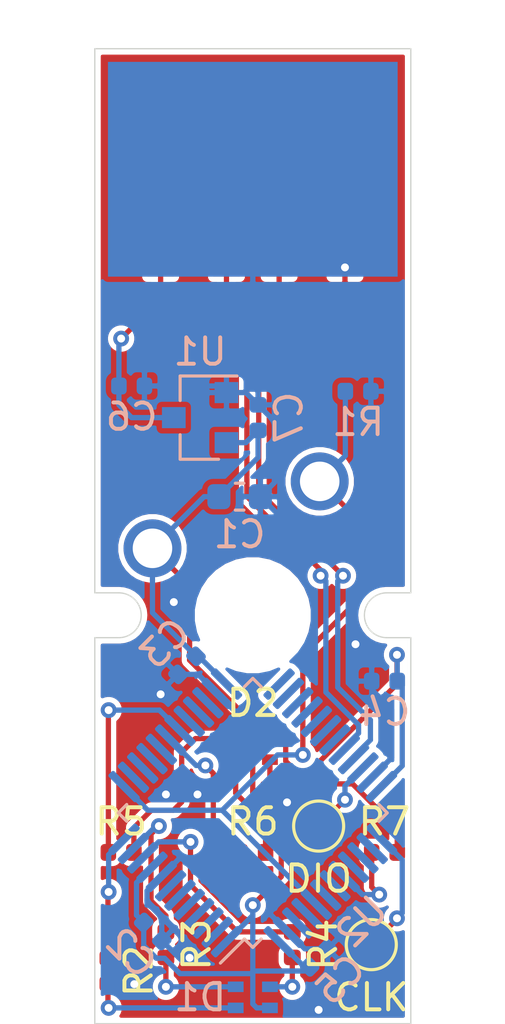
<source format=kicad_pcb>
(kicad_pcb (version 20171130) (host pcbnew 5.1.6)

  (general
    (thickness 1.6)
    (drawings 14)
    (tracks 233)
    (zones 0)
    (modules 22)
    (nets 48)
  )

  (page A4)
  (layers
    (0 F.Cu signal)
    (31 B.Cu signal)
    (32 B.Adhes user)
    (33 F.Adhes user)
    (34 B.Paste user)
    (35 F.Paste user)
    (36 B.SilkS user)
    (37 F.SilkS user)
    (38 B.Mask user)
    (39 F.Mask user)
    (40 Dwgs.User user)
    (41 Cmts.User user)
    (42 Eco1.User user)
    (43 Eco2.User user)
    (44 Edge.Cuts user)
    (45 Margin user)
    (46 B.CrtYd user)
    (47 F.CrtYd user)
    (48 B.Fab user)
    (49 F.Fab user)
  )

  (setup
    (last_trace_width 0.2)
    (trace_clearance 0.127)
    (zone_clearance 0.2)
    (zone_45_only no)
    (trace_min 0.2)
    (via_size 0.6)
    (via_drill 0.3)
    (via_min_size 0.6)
    (via_min_drill 0.3)
    (uvia_size 0.3)
    (uvia_drill 0.1)
    (uvias_allowed no)
    (uvia_min_size 0.2)
    (uvia_min_drill 0.1)
    (edge_width 0.05)
    (segment_width 0.2)
    (pcb_text_width 0.3)
    (pcb_text_size 1.5 1.5)
    (mod_edge_width 0.12)
    (mod_text_size 1 1)
    (mod_text_width 0.15)
    (pad_size 1.524 1.524)
    (pad_drill 0.762)
    (pad_to_mask_clearance 0.05)
    (aux_axis_origin 0 0)
    (visible_elements FFFDFF7F)
    (pcbplotparams
      (layerselection 0x010fc_ffffffff)
      (usegerberextensions false)
      (usegerberattributes true)
      (usegerberadvancedattributes true)
      (creategerberjobfile true)
      (excludeedgelayer true)
      (linewidth 0.100000)
      (plotframeref false)
      (viasonmask false)
      (mode 1)
      (useauxorigin false)
      (hpglpennumber 1)
      (hpglpenspeed 20)
      (hpglpendiameter 15.000000)
      (psnegative false)
      (psa4output false)
      (plotreference true)
      (plotvalue true)
      (plotinvisibletext false)
      (padsonsilk false)
      (subtractmaskfromsilk false)
      (outputformat 1)
      (mirror false)
      (drillshape 1)
      (scaleselection 1)
      (outputdirectory ""))
  )

  (net 0 "")
  (net 1 GND)
  (net 2 +3V3)
  (net 3 VBUS)
  (net 4 "Net-(D1-Pad4)")
  (net 5 "Net-(D1-Pad3)")
  (net 6 "Net-(D1-Pad1)")
  (net 7 "Net-(D2-Pad4)")
  (net 8 "Net-(D2-Pad3)")
  (net 9 "Net-(D2-Pad1)")
  (net 10 /D+)
  (net 11 /D-)
  (net 12 /BTN1)
  (net 13 /LED1_R)
  (net 14 /LED1_G)
  (net 15 /LED1_B)
  (net 16 /LED2_R)
  (net 17 /LED2_G)
  (net 18 /LED2_B)
  (net 19 /SWDIO)
  (net 20 /SWCLK)
  (net 21 "Net-(U2-Pad46)")
  (net 22 "Net-(U2-Pad45)")
  (net 23 "Net-(U2-Pad43)")
  (net 24 "Net-(U2-Pad42)")
  (net 25 "Net-(U2-Pad40)")
  (net 26 "Net-(U2-Pad39)")
  (net 27 "Net-(U2-Pad38)")
  (net 28 "Net-(U2-Pad31)")
  (net 29 "Net-(U2-Pad30)")
  (net 30 "Net-(U2-Pad29)")
  (net 31 "Net-(U2-Pad28)")
  (net 32 "Net-(U2-Pad27)")
  (net 33 "Net-(U2-Pad26)")
  (net 34 "Net-(U2-Pad25)")
  (net 35 "Net-(U2-Pad22)")
  (net 36 "Net-(U2-Pad21)")
  (net 37 "Net-(U2-Pad20)")
  (net 38 "Net-(U2-Pad17)")
  (net 39 "Net-(U2-Pad16)")
  (net 40 "Net-(U2-Pad15)")
  (net 41 "Net-(U2-Pad14)")
  (net 42 "Net-(U2-Pad7)")
  (net 43 "Net-(U2-Pad6)")
  (net 44 "Net-(U2-Pad5)")
  (net 45 "Net-(U2-Pad4)")
  (net 46 "Net-(U2-Pad3)")
  (net 47 "Net-(U2-Pad2)")

  (net_class Default "This is the default net class."
    (clearance 0.127)
    (trace_width 0.2)
    (via_dia 0.6)
    (via_drill 0.3)
    (uvia_dia 0.3)
    (uvia_drill 0.1)
    (add_net +3V3)
    (add_net /BTN1)
    (add_net /D+)
    (add_net /D-)
    (add_net /LED1_B)
    (add_net /LED1_G)
    (add_net /LED1_R)
    (add_net /LED2_B)
    (add_net /LED2_G)
    (add_net /LED2_R)
    (add_net /SWCLK)
    (add_net /SWDIO)
    (add_net GND)
    (add_net "Net-(D1-Pad1)")
    (add_net "Net-(D1-Pad3)")
    (add_net "Net-(D1-Pad4)")
    (add_net "Net-(D2-Pad1)")
    (add_net "Net-(D2-Pad3)")
    (add_net "Net-(D2-Pad4)")
    (add_net "Net-(U2-Pad14)")
    (add_net "Net-(U2-Pad15)")
    (add_net "Net-(U2-Pad16)")
    (add_net "Net-(U2-Pad17)")
    (add_net "Net-(U2-Pad2)")
    (add_net "Net-(U2-Pad20)")
    (add_net "Net-(U2-Pad21)")
    (add_net "Net-(U2-Pad22)")
    (add_net "Net-(U2-Pad25)")
    (add_net "Net-(U2-Pad26)")
    (add_net "Net-(U2-Pad27)")
    (add_net "Net-(U2-Pad28)")
    (add_net "Net-(U2-Pad29)")
    (add_net "Net-(U2-Pad3)")
    (add_net "Net-(U2-Pad30)")
    (add_net "Net-(U2-Pad31)")
    (add_net "Net-(U2-Pad38)")
    (add_net "Net-(U2-Pad39)")
    (add_net "Net-(U2-Pad4)")
    (add_net "Net-(U2-Pad40)")
    (add_net "Net-(U2-Pad42)")
    (add_net "Net-(U2-Pad43)")
    (add_net "Net-(U2-Pad45)")
    (add_net "Net-(U2-Pad46)")
    (add_net "Net-(U2-Pad5)")
    (add_net "Net-(U2-Pad6)")
    (add_net "Net-(U2-Pad7)")
    (add_net VBUS)
  )

  (module TestPoint:TestPoint_Pad_D1.5mm (layer F.Cu) (tedit 5A0F774F) (tstamp 5F92A952)
    (at 154.5 84 180)
    (descr "SMD pad as test Point, diameter 1.5mm")
    (tags "test point SMD pad")
    (path /5FCB2854)
    (attr virtual)
    (fp_text reference TP2 (at 0 -1.648) (layer F.SilkS) hide
      (effects (font (size 1 1) (thickness 0.15)))
    )
    (fp_text value SWCLK (at 0 1.75) (layer F.Fab)
      (effects (font (size 1 1) (thickness 0.15)))
    )
    (fp_circle (center 0 0) (end 1.25 0) (layer F.CrtYd) (width 0.05))
    (fp_circle (center 0 0) (end 0 0.95) (layer F.SilkS) (width 0.12))
    (fp_text user %R (at 0 -1.65) (layer F.Fab)
      (effects (font (size 1 1) (thickness 0.15)))
    )
    (pad 1 smd circle (at 0 0 180) (size 1.5 1.5) (layers F.Cu F.Mask)
      (net 20 /SWCLK))
  )

  (module TestPoint:TestPoint_Pad_D1.5mm (layer F.Cu) (tedit 5A0F774F) (tstamp 5F92A94A)
    (at 152.5 79.5 180)
    (descr "SMD pad as test Point, diameter 1.5mm")
    (tags "test point SMD pad")
    (path /5FCAA338)
    (attr virtual)
    (fp_text reference TP1 (at 0 -1.648) (layer F.SilkS) hide
      (effects (font (size 1 1) (thickness 0.15)))
    )
    (fp_text value SWDIO (at 0 1.75) (layer F.Fab)
      (effects (font (size 1 1) (thickness 0.15)))
    )
    (fp_circle (center 0 0) (end 1.25 0) (layer F.CrtYd) (width 0.05))
    (fp_circle (center 0 0) (end 0 0.95) (layer F.SilkS) (width 0.12))
    (fp_text user %R (at 0 -1.65) (layer F.Fab)
      (effects (font (size 1 1) (thickness 0.15)))
    )
    (pad 1 smd circle (at 0 0 180) (size 1.5 1.5) (layers F.Cu F.Mask)
      (net 19 /SWDIO))
  )

  (module Capacitor_SMD:C_0402_1005Metric (layer B.Cu) (tedit 5F947204) (tstamp 5F948C07)
    (at 155 74 180)
    (descr "Capacitor SMD 0402 (1005 Metric), square (rectangular) end terminal, IPC_7351 nominal, (Body size source: http://www.tortai-tech.com/upload/download/2011102023233369053.pdf), generated with kicad-footprint-generator")
    (tags capacitor)
    (path /5F892CC5)
    (attr smd)
    (fp_text reference C4 (at 0 -1.17 180) (layer B.SilkS)
      (effects (font (size 1 1) (thickness 0.15)) (justify mirror))
    )
    (fp_text value 100n (at 0 1.17 180) (layer B.Fab)
      (effects (font (size 1 1) (thickness 0.15)) (justify mirror))
    )
    (fp_line (start 0.93 -0.47) (end -0.93 -0.47) (layer B.CrtYd) (width 0.05))
    (fp_line (start 0.93 0.47) (end 0.93 -0.47) (layer B.CrtYd) (width 0.05))
    (fp_line (start -0.93 0.47) (end 0.93 0.47) (layer B.CrtYd) (width 0.05))
    (fp_line (start -0.93 -0.47) (end -0.93 0.47) (layer B.CrtYd) (width 0.05))
    (fp_line (start 0.5 -0.25) (end -0.5 -0.25) (layer B.Fab) (width 0.1))
    (fp_line (start 0.5 0.25) (end 0.5 -0.25) (layer B.Fab) (width 0.1))
    (fp_line (start -0.5 0.25) (end 0.5 0.25) (layer B.Fab) (width 0.1))
    (fp_line (start -0.5 -0.25) (end -0.5 0.25) (layer B.Fab) (width 0.1))
    (fp_text user %R (at 0 0 180) (layer B.Fab)
      (effects (font (size 0.25 0.25) (thickness 0.04)) (justify mirror))
    )
    (pad 2 smd roundrect (at 0.485 0 180) (size 0.59 0.64) (layers B.Cu B.Paste B.Mask) (roundrect_rratio 0.25)
      (net 1 GND))
    (pad 1 smd roundrect (at -0.485 0 180) (size 0.59 0.64) (layers B.Cu B.Paste B.Mask) (roundrect_rratio 0.25)
      (net 2 +3V3))
    (model ${KISYS3DMOD}/Capacitor_SMD.3dshapes/C_0402_1005Metric.wrl
      (at (xyz 0 0 0))
      (scale (xyz 1 1 1))
      (rotate (xyz 0 0 0))
    )
  )

  (module Button_Switch_Keyboard:SW_Cherry_MX_1.00u_PCB (layer F.Cu) (tedit 5F944CC9) (tstamp 5F92DCF2)
    (at 152.54 66.42)
    (descr "Cherry MX keyswitch, 1.00u, PCB mount, http://cherryamericas.com/wp-content/uploads/2014/12/mx_cat.pdf")
    (tags "Cherry MX keyswitch 1.00u PCB")
    (path /5F925207)
    (fp_text reference SW1 (at -2.54 -2.794) (layer F.SilkS) hide
      (effects (font (size 1 1) (thickness 0.15)))
    )
    (fp_text value MXxx-xxxx (at -2.54 12.954) (layer F.Fab)
      (effects (font (size 1 1) (thickness 0.15)))
    )
    (fp_line (start -8.89 -1.27) (end 3.81 -1.27) (layer F.Fab) (width 0.1))
    (fp_line (start 3.81 -1.27) (end 3.81 11.43) (layer F.Fab) (width 0.1))
    (fp_line (start 3.81 11.43) (end -8.89 11.43) (layer F.Fab) (width 0.1))
    (fp_line (start -8.89 11.43) (end -8.89 -1.27) (layer F.Fab) (width 0.1))
    (fp_line (start -9.14 11.68) (end -9.14 -1.52) (layer F.CrtYd) (width 0.05))
    (fp_line (start 4.06 11.68) (end -9.14 11.68) (layer F.CrtYd) (width 0.05))
    (fp_line (start 4.06 -1.52) (end 4.06 11.68) (layer F.CrtYd) (width 0.05))
    (fp_line (start -9.14 -1.52) (end 4.06 -1.52) (layer F.CrtYd) (width 0.05))
    (fp_line (start -12.065 -4.445) (end 6.985 -4.445) (layer Dwgs.User) (width 0.15))
    (fp_line (start 6.985 -4.445) (end 6.985 14.605) (layer Dwgs.User) (width 0.15))
    (fp_line (start 6.985 14.605) (end -12.065 14.605) (layer Dwgs.User) (width 0.15))
    (fp_line (start -12.065 14.605) (end -12.065 -4.445) (layer Dwgs.User) (width 0.15))
    (fp_text user %R (at -2.54 -2.794) (layer F.Fab)
      (effects (font (size 1 1) (thickness 0.15)))
    )
    (pad "" np_thru_hole circle (at -2.54 5.08) (size 4 4) (drill 4) (layers *.Cu *.Mask))
    (pad 2 thru_hole circle (at -6.35 2.54) (size 2.2 2.2) (drill 1.5) (layers *.Cu *.Mask)
      (net 2 +3V3))
    (pad 1 thru_hole circle (at 0 0) (size 2.2 2.2) (drill 1.5) (layers *.Cu *.Mask)
      (net 12 /BTN1))
    (model ${KISYS3DMOD}/Button_Switch_Keyboard.3dshapes/SW_Cherry_MX_1.00u_PCB.wrl
      (at (xyz 0 0 0))
      (scale (xyz 1 1 1))
      (rotate (xyz 0 0 0))
    )
  )

  (module Capacitor_SMD:C_0402_1005Metric (layer B.Cu) (tedit 5B301BBE) (tstamp 5F92C15E)
    (at 145.4 62.8)
    (descr "Capacitor SMD 0402 (1005 Metric), square (rectangular) end terminal, IPC_7351 nominal, (Body size source: http://www.tortai-tech.com/upload/download/2011102023233369053.pdf), generated with kicad-footprint-generator")
    (tags capacitor)
    (path /5F93753A)
    (attr smd)
    (fp_text reference C6 (at 0 1.17) (layer B.SilkS)
      (effects (font (size 1 1) (thickness 0.15)) (justify mirror))
    )
    (fp_text value 1u (at 0 -1.17) (layer B.Fab)
      (effects (font (size 1 1) (thickness 0.15)) (justify mirror))
    )
    (fp_line (start 0.93 -0.47) (end -0.93 -0.47) (layer B.CrtYd) (width 0.05))
    (fp_line (start 0.93 0.47) (end 0.93 -0.47) (layer B.CrtYd) (width 0.05))
    (fp_line (start -0.93 0.47) (end 0.93 0.47) (layer B.CrtYd) (width 0.05))
    (fp_line (start -0.93 -0.47) (end -0.93 0.47) (layer B.CrtYd) (width 0.05))
    (fp_line (start 0.5 -0.25) (end -0.5 -0.25) (layer B.Fab) (width 0.1))
    (fp_line (start 0.5 0.25) (end 0.5 -0.25) (layer B.Fab) (width 0.1))
    (fp_line (start -0.5 0.25) (end 0.5 0.25) (layer B.Fab) (width 0.1))
    (fp_line (start -0.5 -0.25) (end -0.5 0.25) (layer B.Fab) (width 0.1))
    (fp_text user %R (at 0 0) (layer B.Fab)
      (effects (font (size 0.25 0.25) (thickness 0.04)) (justify mirror))
    )
    (pad 2 smd roundrect (at 0.485 0) (size 0.59 0.64) (layers B.Cu B.Paste B.Mask) (roundrect_rratio 0.25)
      (net 1 GND))
    (pad 1 smd roundrect (at -0.485 0) (size 0.59 0.64) (layers B.Cu B.Paste B.Mask) (roundrect_rratio 0.25)
      (net 3 VBUS))
    (model ${KISYS3DMOD}/Capacitor_SMD.3dshapes/C_0402_1005Metric.wrl
      (at (xyz 0 0 0))
      (scale (xyz 1 1 1))
      (rotate (xyz 0 0 0))
    )
  )

  (module Package_QFP:LQFP-48_7x7mm_P0.5mm (layer B.Cu) (tedit 5D9F72AF) (tstamp 5F92E9DF)
    (at 150 79 45)
    (descr "LQFP, 48 Pin (https://www.analog.com/media/en/technical-documentation/data-sheets/ltc2358-16.pdf), generated with kicad-footprint-generator ipc_gullwing_generator.py")
    (tags "LQFP QFP")
    (path /5F878F8D)
    (attr smd)
    (fp_text reference U2 (at 0 5.85 45) (layer B.SilkS)
      (effects (font (size 1 1) (thickness 0.15)) (justify mirror))
    )
    (fp_text value STM32F072CBT6 (at 0 -5.85 45) (layer B.Fab)
      (effects (font (size 1 1) (thickness 0.15)) (justify mirror))
    )
    (fp_line (start 5.15 -3.15) (end 5.15 0) (layer B.CrtYd) (width 0.05))
    (fp_line (start 3.75 -3.15) (end 5.15 -3.15) (layer B.CrtYd) (width 0.05))
    (fp_line (start 3.75 -3.75) (end 3.75 -3.15) (layer B.CrtYd) (width 0.05))
    (fp_line (start 3.15 -3.75) (end 3.75 -3.75) (layer B.CrtYd) (width 0.05))
    (fp_line (start 3.15 -5.15) (end 3.15 -3.75) (layer B.CrtYd) (width 0.05))
    (fp_line (start 0 -5.15) (end 3.15 -5.15) (layer B.CrtYd) (width 0.05))
    (fp_line (start -5.15 -3.15) (end -5.15 0) (layer B.CrtYd) (width 0.05))
    (fp_line (start -3.75 -3.15) (end -5.15 -3.15) (layer B.CrtYd) (width 0.05))
    (fp_line (start -3.75 -3.75) (end -3.75 -3.15) (layer B.CrtYd) (width 0.05))
    (fp_line (start -3.15 -3.75) (end -3.75 -3.75) (layer B.CrtYd) (width 0.05))
    (fp_line (start -3.15 -5.15) (end -3.15 -3.75) (layer B.CrtYd) (width 0.05))
    (fp_line (start 0 -5.15) (end -3.15 -5.15) (layer B.CrtYd) (width 0.05))
    (fp_line (start 5.15 3.15) (end 5.15 0) (layer B.CrtYd) (width 0.05))
    (fp_line (start 3.75 3.15) (end 5.15 3.15) (layer B.CrtYd) (width 0.05))
    (fp_line (start 3.75 3.75) (end 3.75 3.15) (layer B.CrtYd) (width 0.05))
    (fp_line (start 3.15 3.75) (end 3.75 3.75) (layer B.CrtYd) (width 0.05))
    (fp_line (start 3.15 5.15) (end 3.15 3.75) (layer B.CrtYd) (width 0.05))
    (fp_line (start 0 5.15) (end 3.15 5.15) (layer B.CrtYd) (width 0.05))
    (fp_line (start -5.15 3.15) (end -5.15 0) (layer B.CrtYd) (width 0.05))
    (fp_line (start -3.75 3.15) (end -5.15 3.15) (layer B.CrtYd) (width 0.05))
    (fp_line (start -3.75 3.75) (end -3.75 3.15) (layer B.CrtYd) (width 0.05))
    (fp_line (start -3.15 3.75) (end -3.75 3.75) (layer B.CrtYd) (width 0.05))
    (fp_line (start -3.15 5.15) (end -3.15 3.75) (layer B.CrtYd) (width 0.05))
    (fp_line (start 0 5.15) (end -3.15 5.15) (layer B.CrtYd) (width 0.05))
    (fp_line (start -3.5 2.5) (end -2.5 3.5) (layer B.Fab) (width 0.1))
    (fp_line (start -3.5 -3.5) (end -3.5 2.5) (layer B.Fab) (width 0.1))
    (fp_line (start 3.5 -3.5) (end -3.5 -3.5) (layer B.Fab) (width 0.1))
    (fp_line (start 3.5 3.5) (end 3.5 -3.5) (layer B.Fab) (width 0.1))
    (fp_line (start -2.5 3.5) (end 3.5 3.5) (layer B.Fab) (width 0.1))
    (fp_line (start -3.61 3.16) (end -4.9 3.16) (layer B.SilkS) (width 0.12))
    (fp_line (start -3.61 3.61) (end -3.61 3.16) (layer B.SilkS) (width 0.12))
    (fp_line (start -3.16 3.61) (end -3.61 3.61) (layer B.SilkS) (width 0.12))
    (fp_line (start 3.61 3.61) (end 3.61 3.16) (layer B.SilkS) (width 0.12))
    (fp_line (start 3.16 3.61) (end 3.61 3.61) (layer B.SilkS) (width 0.12))
    (fp_line (start -3.61 -3.61) (end -3.61 -3.16) (layer B.SilkS) (width 0.12))
    (fp_line (start -3.16 -3.61) (end -3.61 -3.61) (layer B.SilkS) (width 0.12))
    (fp_line (start 3.61 -3.61) (end 3.61 -3.16) (layer B.SilkS) (width 0.12))
    (fp_line (start 3.16 -3.61) (end 3.61 -3.61) (layer B.SilkS) (width 0.12))
    (fp_text user %R (at 0 0 45) (layer B.Fab)
      (effects (font (size 1 1) (thickness 0.15)) (justify mirror))
    )
    (pad 48 smd roundrect (at -2.75 4.1625 45) (size 0.3 1.475) (layers B.Cu B.Paste B.Mask) (roundrect_rratio 0.25)
      (net 2 +3V3))
    (pad 47 smd roundrect (at -2.25 4.1625 45) (size 0.3 1.475) (layers B.Cu B.Paste B.Mask) (roundrect_rratio 0.25)
      (net 1 GND))
    (pad 46 smd roundrect (at -1.75 4.1625 45) (size 0.3 1.475) (layers B.Cu B.Paste B.Mask) (roundrect_rratio 0.25)
      (net 21 "Net-(U2-Pad46)"))
    (pad 45 smd roundrect (at -1.25 4.1625 45) (size 0.3 1.475) (layers B.Cu B.Paste B.Mask) (roundrect_rratio 0.25)
      (net 22 "Net-(U2-Pad45)"))
    (pad 44 smd roundrect (at -0.75 4.1625 45) (size 0.3 1.475) (layers B.Cu B.Paste B.Mask) (roundrect_rratio 0.25)
      (net 12 /BTN1))
    (pad 43 smd roundrect (at -0.25 4.1625 45) (size 0.3 1.475) (layers B.Cu B.Paste B.Mask) (roundrect_rratio 0.25)
      (net 23 "Net-(U2-Pad43)"))
    (pad 42 smd roundrect (at 0.25 4.1625 45) (size 0.3 1.475) (layers B.Cu B.Paste B.Mask) (roundrect_rratio 0.25)
      (net 24 "Net-(U2-Pad42)"))
    (pad 41 smd roundrect (at 0.75 4.1625 45) (size 0.3 1.475) (layers B.Cu B.Paste B.Mask) (roundrect_rratio 0.25)
      (net 18 /LED2_B))
    (pad 40 smd roundrect (at 1.25 4.1625 45) (size 0.3 1.475) (layers B.Cu B.Paste B.Mask) (roundrect_rratio 0.25)
      (net 25 "Net-(U2-Pad40)"))
    (pad 39 smd roundrect (at 1.75 4.1625 45) (size 0.3 1.475) (layers B.Cu B.Paste B.Mask) (roundrect_rratio 0.25)
      (net 26 "Net-(U2-Pad39)"))
    (pad 38 smd roundrect (at 2.25 4.1625 45) (size 0.3 1.475) (layers B.Cu B.Paste B.Mask) (roundrect_rratio 0.25)
      (net 27 "Net-(U2-Pad38)"))
    (pad 37 smd roundrect (at 2.75 4.1625 45) (size 0.3 1.475) (layers B.Cu B.Paste B.Mask) (roundrect_rratio 0.25)
      (net 20 /SWCLK))
    (pad 36 smd roundrect (at 4.1625 2.75 45) (size 1.475 0.3) (layers B.Cu B.Paste B.Mask) (roundrect_rratio 0.25)
      (net 2 +3V3))
    (pad 35 smd roundrect (at 4.1625 2.25 45) (size 1.475 0.3) (layers B.Cu B.Paste B.Mask) (roundrect_rratio 0.25)
      (net 1 GND))
    (pad 34 smd roundrect (at 4.1625 1.75 45) (size 1.475 0.3) (layers B.Cu B.Paste B.Mask) (roundrect_rratio 0.25)
      (net 19 /SWDIO))
    (pad 33 smd roundrect (at 4.1625 1.25 45) (size 1.475 0.3) (layers B.Cu B.Paste B.Mask) (roundrect_rratio 0.25)
      (net 10 /D+))
    (pad 32 smd roundrect (at 4.1625 0.75 45) (size 1.475 0.3) (layers B.Cu B.Paste B.Mask) (roundrect_rratio 0.25)
      (net 11 /D-))
    (pad 31 smd roundrect (at 4.1625 0.25 45) (size 1.475 0.3) (layers B.Cu B.Paste B.Mask) (roundrect_rratio 0.25)
      (net 28 "Net-(U2-Pad31)"))
    (pad 30 smd roundrect (at 4.1625 -0.25 45) (size 1.475 0.3) (layers B.Cu B.Paste B.Mask) (roundrect_rratio 0.25)
      (net 29 "Net-(U2-Pad30)"))
    (pad 29 smd roundrect (at 4.1625 -0.75 45) (size 1.475 0.3) (layers B.Cu B.Paste B.Mask) (roundrect_rratio 0.25)
      (net 30 "Net-(U2-Pad29)"))
    (pad 28 smd roundrect (at 4.1625 -1.25 45) (size 1.475 0.3) (layers B.Cu B.Paste B.Mask) (roundrect_rratio 0.25)
      (net 31 "Net-(U2-Pad28)"))
    (pad 27 smd roundrect (at 4.1625 -1.75 45) (size 1.475 0.3) (layers B.Cu B.Paste B.Mask) (roundrect_rratio 0.25)
      (net 32 "Net-(U2-Pad27)"))
    (pad 26 smd roundrect (at 4.1625 -2.25 45) (size 1.475 0.3) (layers B.Cu B.Paste B.Mask) (roundrect_rratio 0.25)
      (net 33 "Net-(U2-Pad26)"))
    (pad 25 smd roundrect (at 4.1625 -2.75 45) (size 1.475 0.3) (layers B.Cu B.Paste B.Mask) (roundrect_rratio 0.25)
      (net 34 "Net-(U2-Pad25)"))
    (pad 24 smd roundrect (at 2.75 -4.1625 45) (size 0.3 1.475) (layers B.Cu B.Paste B.Mask) (roundrect_rratio 0.25)
      (net 2 +3V3))
    (pad 23 smd roundrect (at 2.25 -4.1625 45) (size 0.3 1.475) (layers B.Cu B.Paste B.Mask) (roundrect_rratio 0.25)
      (net 1 GND))
    (pad 22 smd roundrect (at 1.75 -4.1625 45) (size 0.3 1.475) (layers B.Cu B.Paste B.Mask) (roundrect_rratio 0.25)
      (net 35 "Net-(U2-Pad22)"))
    (pad 21 smd roundrect (at 1.25 -4.1625 45) (size 0.3 1.475) (layers B.Cu B.Paste B.Mask) (roundrect_rratio 0.25)
      (net 36 "Net-(U2-Pad21)"))
    (pad 20 smd roundrect (at 0.75 -4.1625 45) (size 0.3 1.475) (layers B.Cu B.Paste B.Mask) (roundrect_rratio 0.25)
      (net 37 "Net-(U2-Pad20)"))
    (pad 19 smd roundrect (at 0.25 -4.1625 45) (size 0.3 1.475) (layers B.Cu B.Paste B.Mask) (roundrect_rratio 0.25)
      (net 16 /LED2_R))
    (pad 18 smd roundrect (at -0.25 -4.1625 45) (size 0.3 1.475) (layers B.Cu B.Paste B.Mask) (roundrect_rratio 0.25)
      (net 17 /LED2_G))
    (pad 17 smd roundrect (at -0.75 -4.1625 45) (size 0.3 1.475) (layers B.Cu B.Paste B.Mask) (roundrect_rratio 0.25)
      (net 38 "Net-(U2-Pad17)"))
    (pad 16 smd roundrect (at -1.25 -4.1625 45) (size 0.3 1.475) (layers B.Cu B.Paste B.Mask) (roundrect_rratio 0.25)
      (net 39 "Net-(U2-Pad16)"))
    (pad 15 smd roundrect (at -1.75 -4.1625 45) (size 0.3 1.475) (layers B.Cu B.Paste B.Mask) (roundrect_rratio 0.25)
      (net 40 "Net-(U2-Pad15)"))
    (pad 14 smd roundrect (at -2.25 -4.1625 45) (size 0.3 1.475) (layers B.Cu B.Paste B.Mask) (roundrect_rratio 0.25)
      (net 41 "Net-(U2-Pad14)"))
    (pad 13 smd roundrect (at -2.75 -4.1625 45) (size 0.3 1.475) (layers B.Cu B.Paste B.Mask) (roundrect_rratio 0.25)
      (net 12 /BTN1))
    (pad 12 smd roundrect (at -4.1625 -2.75 45) (size 1.475 0.3) (layers B.Cu B.Paste B.Mask) (roundrect_rratio 0.25)
      (net 13 /LED1_R))
    (pad 11 smd roundrect (at -4.1625 -2.25 45) (size 1.475 0.3) (layers B.Cu B.Paste B.Mask) (roundrect_rratio 0.25)
      (net 14 /LED1_G))
    (pad 10 smd roundrect (at -4.1625 -1.75 45) (size 1.475 0.3) (layers B.Cu B.Paste B.Mask) (roundrect_rratio 0.25)
      (net 15 /LED1_B))
    (pad 9 smd roundrect (at -4.1625 -1.25 45) (size 1.475 0.3) (layers B.Cu B.Paste B.Mask) (roundrect_rratio 0.25)
      (net 2 +3V3))
    (pad 8 smd roundrect (at -4.1625 -0.75 45) (size 1.475 0.3) (layers B.Cu B.Paste B.Mask) (roundrect_rratio 0.25)
      (net 1 GND))
    (pad 7 smd roundrect (at -4.1625 -0.25 45) (size 1.475 0.3) (layers B.Cu B.Paste B.Mask) (roundrect_rratio 0.25)
      (net 42 "Net-(U2-Pad7)"))
    (pad 6 smd roundrect (at -4.1625 0.25 45) (size 1.475 0.3) (layers B.Cu B.Paste B.Mask) (roundrect_rratio 0.25)
      (net 43 "Net-(U2-Pad6)"))
    (pad 5 smd roundrect (at -4.1625 0.75 45) (size 1.475 0.3) (layers B.Cu B.Paste B.Mask) (roundrect_rratio 0.25)
      (net 44 "Net-(U2-Pad5)"))
    (pad 4 smd roundrect (at -4.1625 1.25 45) (size 1.475 0.3) (layers B.Cu B.Paste B.Mask) (roundrect_rratio 0.25)
      (net 45 "Net-(U2-Pad4)"))
    (pad 3 smd roundrect (at -4.1625 1.75 45) (size 1.475 0.3) (layers B.Cu B.Paste B.Mask) (roundrect_rratio 0.25)
      (net 46 "Net-(U2-Pad3)"))
    (pad 2 smd roundrect (at -4.1625 2.25 45) (size 1.475 0.3) (layers B.Cu B.Paste B.Mask) (roundrect_rratio 0.25)
      (net 47 "Net-(U2-Pad2)"))
    (pad 1 smd roundrect (at -4.1625 2.75 45) (size 1.475 0.3) (layers B.Cu B.Paste B.Mask) (roundrect_rratio 0.25)
      (net 2 +3V3))
    (model ${KISYS3DMOD}/Package_QFP.3dshapes/LQFP-48_7x7mm_P0.5mm.wrl
      (at (xyz 0 0 0))
      (scale (xyz 1 1 1))
      (rotate (xyz 0 0 0))
    )
  )

  (module Package_TO_SOT_SMD:SOT-23 (layer B.Cu) (tedit 5A02FF57) (tstamp 5F92B4F1)
    (at 148 64 180)
    (descr "SOT-23, Standard")
    (tags SOT-23)
    (path /5FA01775)
    (attr smd)
    (fp_text reference U1 (at 0 2.5) (layer B.SilkS)
      (effects (font (size 1 1) (thickness 0.15)) (justify mirror))
    )
    (fp_text value XC6206P332MR (at 0 -2.5) (layer B.Fab)
      (effects (font (size 1 1) (thickness 0.15)) (justify mirror))
    )
    (fp_line (start -0.7 0.95) (end -0.7 -1.5) (layer B.Fab) (width 0.1))
    (fp_line (start -0.15 1.52) (end 0.7 1.52) (layer B.Fab) (width 0.1))
    (fp_line (start -0.7 0.95) (end -0.15 1.52) (layer B.Fab) (width 0.1))
    (fp_line (start 0.7 1.52) (end 0.7 -1.52) (layer B.Fab) (width 0.1))
    (fp_line (start -0.7 -1.52) (end 0.7 -1.52) (layer B.Fab) (width 0.1))
    (fp_line (start 0.76 -1.58) (end 0.76 -0.65) (layer B.SilkS) (width 0.12))
    (fp_line (start 0.76 1.58) (end 0.76 0.65) (layer B.SilkS) (width 0.12))
    (fp_line (start -1.7 1.75) (end 1.7 1.75) (layer B.CrtYd) (width 0.05))
    (fp_line (start 1.7 1.75) (end 1.7 -1.75) (layer B.CrtYd) (width 0.05))
    (fp_line (start 1.7 -1.75) (end -1.7 -1.75) (layer B.CrtYd) (width 0.05))
    (fp_line (start -1.7 -1.75) (end -1.7 1.75) (layer B.CrtYd) (width 0.05))
    (fp_line (start 0.76 1.58) (end -1.4 1.58) (layer B.SilkS) (width 0.12))
    (fp_line (start 0.76 -1.58) (end -0.7 -1.58) (layer B.SilkS) (width 0.12))
    (fp_text user %R (at 0 0 -90) (layer B.Fab)
      (effects (font (size 0.5 0.5) (thickness 0.075)) (justify mirror))
    )
    (pad 1 smd rect (at -1 0.95 180) (size 0.9 0.8) (layers B.Cu B.Paste B.Mask)
      (net 1 GND))
    (pad 2 smd rect (at -1 -0.95 180) (size 0.9 0.8) (layers B.Cu B.Paste B.Mask)
      (net 2 +3V3))
    (pad 3 smd rect (at 1 0 180) (size 0.9 0.8) (layers B.Cu B.Paste B.Mask)
      (net 3 VBUS))
    (model ${KISYS3DMOD}/Package_TO_SOT_SMD.3dshapes/SOT-23.wrl
      (at (xyz 0 0 0))
      (scale (xyz 1 1 1))
      (rotate (xyz 0 0 0))
    )
  )

  (module Resistor_SMD:R_0402_1005Metric (layer F.Cu) (tedit 5B301BBD) (tstamp 5F94E3FE)
    (at 155 80.5)
    (descr "Resistor SMD 0402 (1005 Metric), square (rectangular) end terminal, IPC_7351 nominal, (Body size source: http://www.tortai-tech.com/upload/download/2011102023233369053.pdf), generated with kicad-footprint-generator")
    (tags resistor)
    (path /5FDA0D19)
    (attr smd)
    (fp_text reference R7 (at 0 -1.17) (layer F.SilkS)
      (effects (font (size 1 1) (thickness 0.15)))
    )
    (fp_text value 1k (at 0 1.17) (layer F.Fab)
      (effects (font (size 1 1) (thickness 0.15)))
    )
    (fp_line (start 0.93 0.47) (end -0.93 0.47) (layer F.CrtYd) (width 0.05))
    (fp_line (start 0.93 -0.47) (end 0.93 0.47) (layer F.CrtYd) (width 0.05))
    (fp_line (start -0.93 -0.47) (end 0.93 -0.47) (layer F.CrtYd) (width 0.05))
    (fp_line (start -0.93 0.47) (end -0.93 -0.47) (layer F.CrtYd) (width 0.05))
    (fp_line (start 0.5 0.25) (end -0.5 0.25) (layer F.Fab) (width 0.1))
    (fp_line (start 0.5 -0.25) (end 0.5 0.25) (layer F.Fab) (width 0.1))
    (fp_line (start -0.5 -0.25) (end 0.5 -0.25) (layer F.Fab) (width 0.1))
    (fp_line (start -0.5 0.25) (end -0.5 -0.25) (layer F.Fab) (width 0.1))
    (fp_text user %R (at 0 0) (layer F.Fab)
      (effects (font (size 0.25 0.25) (thickness 0.04)))
    )
    (pad 2 smd roundrect (at 0.485 0) (size 0.59 0.64) (layers F.Cu F.Paste F.Mask) (roundrect_rratio 0.25)
      (net 8 "Net-(D2-Pad3)"))
    (pad 1 smd roundrect (at -0.485 0) (size 0.59 0.64) (layers F.Cu F.Paste F.Mask) (roundrect_rratio 0.25)
      (net 18 /LED2_B))
    (model ${KISYS3DMOD}/Resistor_SMD.3dshapes/R_0402_1005Metric.wrl
      (at (xyz 0 0 0))
      (scale (xyz 1 1 1))
      (rotate (xyz 0 0 0))
    )
  )

  (module Resistor_SMD:R_0402_1005Metric (layer F.Cu) (tedit 5B301BBD) (tstamp 5F94DEF7)
    (at 150 80.5)
    (descr "Resistor SMD 0402 (1005 Metric), square (rectangular) end terminal, IPC_7351 nominal, (Body size source: http://www.tortai-tech.com/upload/download/2011102023233369053.pdf), generated with kicad-footprint-generator")
    (tags resistor)
    (path /5FDA00DF)
    (attr smd)
    (fp_text reference R6 (at 0 -1.17) (layer F.SilkS)
      (effects (font (size 1 1) (thickness 0.15)))
    )
    (fp_text value 1k (at 0 1.17) (layer F.Fab)
      (effects (font (size 1 1) (thickness 0.15)))
    )
    (fp_line (start 0.93 0.47) (end -0.93 0.47) (layer F.CrtYd) (width 0.05))
    (fp_line (start 0.93 -0.47) (end 0.93 0.47) (layer F.CrtYd) (width 0.05))
    (fp_line (start -0.93 -0.47) (end 0.93 -0.47) (layer F.CrtYd) (width 0.05))
    (fp_line (start -0.93 0.47) (end -0.93 -0.47) (layer F.CrtYd) (width 0.05))
    (fp_line (start 0.5 0.25) (end -0.5 0.25) (layer F.Fab) (width 0.1))
    (fp_line (start 0.5 -0.25) (end 0.5 0.25) (layer F.Fab) (width 0.1))
    (fp_line (start -0.5 -0.25) (end 0.5 -0.25) (layer F.Fab) (width 0.1))
    (fp_line (start -0.5 0.25) (end -0.5 -0.25) (layer F.Fab) (width 0.1))
    (fp_text user %R (at 0 0) (layer F.Fab)
      (effects (font (size 0.25 0.25) (thickness 0.04)))
    )
    (pad 2 smd roundrect (at 0.485 0) (size 0.59 0.64) (layers F.Cu F.Paste F.Mask) (roundrect_rratio 0.25)
      (net 7 "Net-(D2-Pad4)"))
    (pad 1 smd roundrect (at -0.485 0) (size 0.59 0.64) (layers F.Cu F.Paste F.Mask) (roundrect_rratio 0.25)
      (net 17 /LED2_G))
    (model ${KISYS3DMOD}/Resistor_SMD.3dshapes/R_0402_1005Metric.wrl
      (at (xyz 0 0 0))
      (scale (xyz 1 1 1))
      (rotate (xyz 0 0 0))
    )
  )

  (module Resistor_SMD:R_0402_1005Metric (layer F.Cu) (tedit 5B301BBD) (tstamp 5F94E3A8)
    (at 145 80.5)
    (descr "Resistor SMD 0402 (1005 Metric), square (rectangular) end terminal, IPC_7351 nominal, (Body size source: http://www.tortai-tech.com/upload/download/2011102023233369053.pdf), generated with kicad-footprint-generator")
    (tags resistor)
    (path /5FD9D2CE)
    (attr smd)
    (fp_text reference R5 (at 0 -1.17) (layer F.SilkS)
      (effects (font (size 1 1) (thickness 0.15)))
    )
    (fp_text value 1k (at 0 1.17) (layer F.Fab)
      (effects (font (size 1 1) (thickness 0.15)))
    )
    (fp_line (start -0.5 0.25) (end -0.5 -0.25) (layer F.Fab) (width 0.1))
    (fp_line (start -0.5 -0.25) (end 0.5 -0.25) (layer F.Fab) (width 0.1))
    (fp_line (start 0.5 -0.25) (end 0.5 0.25) (layer F.Fab) (width 0.1))
    (fp_line (start 0.5 0.25) (end -0.5 0.25) (layer F.Fab) (width 0.1))
    (fp_line (start -0.93 0.47) (end -0.93 -0.47) (layer F.CrtYd) (width 0.05))
    (fp_line (start -0.93 -0.47) (end 0.93 -0.47) (layer F.CrtYd) (width 0.05))
    (fp_line (start 0.93 -0.47) (end 0.93 0.47) (layer F.CrtYd) (width 0.05))
    (fp_line (start 0.93 0.47) (end -0.93 0.47) (layer F.CrtYd) (width 0.05))
    (fp_text user %R (at 0 0) (layer F.Fab)
      (effects (font (size 0.25 0.25) (thickness 0.04)))
    )
    (pad 1 smd roundrect (at -0.485 0) (size 0.59 0.64) (layers F.Cu F.Paste F.Mask) (roundrect_rratio 0.25)
      (net 16 /LED2_R))
    (pad 2 smd roundrect (at 0.485 0) (size 0.59 0.64) (layers F.Cu F.Paste F.Mask) (roundrect_rratio 0.25)
      (net 9 "Net-(D2-Pad1)"))
    (model ${KISYS3DMOD}/Resistor_SMD.3dshapes/R_0402_1005Metric.wrl
      (at (xyz 0 0 0))
      (scale (xyz 1 1 1))
      (rotate (xyz 0 0 0))
    )
  )

  (module Resistor_SMD:R_0402_1005Metric (layer F.Cu) (tedit 5B301BBD) (tstamp 5F92A8FB)
    (at 151.5 84 270)
    (descr "Resistor SMD 0402 (1005 Metric), square (rectangular) end terminal, IPC_7351 nominal, (Body size source: http://www.tortai-tech.com/upload/download/2011102023233369053.pdf), generated with kicad-footprint-generator")
    (tags resistor)
    (path /5F9366E4)
    (attr smd)
    (fp_text reference R4 (at 0 -1.17 90) (layer F.SilkS)
      (effects (font (size 1 1) (thickness 0.15)))
    )
    (fp_text value 1k (at 0 1.17 90) (layer F.Fab)
      (effects (font (size 1 1) (thickness 0.15)))
    )
    (fp_line (start 0.93 0.47) (end -0.93 0.47) (layer F.CrtYd) (width 0.05))
    (fp_line (start 0.93 -0.47) (end 0.93 0.47) (layer F.CrtYd) (width 0.05))
    (fp_line (start -0.93 -0.47) (end 0.93 -0.47) (layer F.CrtYd) (width 0.05))
    (fp_line (start -0.93 0.47) (end -0.93 -0.47) (layer F.CrtYd) (width 0.05))
    (fp_line (start 0.5 0.25) (end -0.5 0.25) (layer F.Fab) (width 0.1))
    (fp_line (start 0.5 -0.25) (end 0.5 0.25) (layer F.Fab) (width 0.1))
    (fp_line (start -0.5 -0.25) (end 0.5 -0.25) (layer F.Fab) (width 0.1))
    (fp_line (start -0.5 0.25) (end -0.5 -0.25) (layer F.Fab) (width 0.1))
    (fp_text user %R (at 0 0 90) (layer F.Fab)
      (effects (font (size 0.25 0.25) (thickness 0.04)))
    )
    (pad 2 smd roundrect (at 0.485 0 270) (size 0.59 0.64) (layers F.Cu F.Paste F.Mask) (roundrect_rratio 0.25)
      (net 5 "Net-(D1-Pad3)"))
    (pad 1 smd roundrect (at -0.485 0 270) (size 0.59 0.64) (layers F.Cu F.Paste F.Mask) (roundrect_rratio 0.25)
      (net 15 /LED1_B))
    (model ${KISYS3DMOD}/Resistor_SMD.3dshapes/R_0402_1005Metric.wrl
      (at (xyz 0 0 0))
      (scale (xyz 1 1 1))
      (rotate (xyz 0 0 0))
    )
  )

  (module Resistor_SMD:R_0402_1005Metric (layer F.Cu) (tedit 5B301BBD) (tstamp 5F94C0D4)
    (at 146.7 84 270)
    (descr "Resistor SMD 0402 (1005 Metric), square (rectangular) end terminal, IPC_7351 nominal, (Body size source: http://www.tortai-tech.com/upload/download/2011102023233369053.pdf), generated with kicad-footprint-generator")
    (tags resistor)
    (path /5F935EFD)
    (attr smd)
    (fp_text reference R3 (at 0 -1.17 90) (layer F.SilkS)
      (effects (font (size 1 1) (thickness 0.15)))
    )
    (fp_text value 1k (at 0 1.17 90) (layer F.Fab)
      (effects (font (size 1 1) (thickness 0.15)))
    )
    (fp_line (start 0.93 0.47) (end -0.93 0.47) (layer F.CrtYd) (width 0.05))
    (fp_line (start 0.93 -0.47) (end 0.93 0.47) (layer F.CrtYd) (width 0.05))
    (fp_line (start -0.93 -0.47) (end 0.93 -0.47) (layer F.CrtYd) (width 0.05))
    (fp_line (start -0.93 0.47) (end -0.93 -0.47) (layer F.CrtYd) (width 0.05))
    (fp_line (start 0.5 0.25) (end -0.5 0.25) (layer F.Fab) (width 0.1))
    (fp_line (start 0.5 -0.25) (end 0.5 0.25) (layer F.Fab) (width 0.1))
    (fp_line (start -0.5 -0.25) (end 0.5 -0.25) (layer F.Fab) (width 0.1))
    (fp_line (start -0.5 0.25) (end -0.5 -0.25) (layer F.Fab) (width 0.1))
    (fp_text user %R (at 0 0 90) (layer F.Fab)
      (effects (font (size 0.25 0.25) (thickness 0.04)))
    )
    (pad 2 smd roundrect (at 0.485 0 270) (size 0.59 0.64) (layers F.Cu F.Paste F.Mask) (roundrect_rratio 0.25)
      (net 4 "Net-(D1-Pad4)"))
    (pad 1 smd roundrect (at -0.485 0 270) (size 0.59 0.64) (layers F.Cu F.Paste F.Mask) (roundrect_rratio 0.25)
      (net 14 /LED1_G))
    (model ${KISYS3DMOD}/Resistor_SMD.3dshapes/R_0402_1005Metric.wrl
      (at (xyz 0 0 0))
      (scale (xyz 1 1 1))
      (rotate (xyz 0 0 0))
    )
  )

  (module Resistor_SMD:R_0402_1005Metric (layer F.Cu) (tedit 5B301BBD) (tstamp 5F92A8DD)
    (at 144.5 85 270)
    (descr "Resistor SMD 0402 (1005 Metric), square (rectangular) end terminal, IPC_7351 nominal, (Body size source: http://www.tortai-tech.com/upload/download/2011102023233369053.pdf), generated with kicad-footprint-generator")
    (tags resistor)
    (path /5F9354AF)
    (attr smd)
    (fp_text reference R2 (at 0 -1.17 90) (layer F.SilkS)
      (effects (font (size 1 1) (thickness 0.15)))
    )
    (fp_text value 1k (at 0 1.17 90) (layer F.Fab)
      (effects (font (size 1 1) (thickness 0.15)))
    )
    (fp_line (start 0.93 0.47) (end -0.93 0.47) (layer F.CrtYd) (width 0.05))
    (fp_line (start 0.93 -0.47) (end 0.93 0.47) (layer F.CrtYd) (width 0.05))
    (fp_line (start -0.93 -0.47) (end 0.93 -0.47) (layer F.CrtYd) (width 0.05))
    (fp_line (start -0.93 0.47) (end -0.93 -0.47) (layer F.CrtYd) (width 0.05))
    (fp_line (start 0.5 0.25) (end -0.5 0.25) (layer F.Fab) (width 0.1))
    (fp_line (start 0.5 -0.25) (end 0.5 0.25) (layer F.Fab) (width 0.1))
    (fp_line (start -0.5 -0.25) (end 0.5 -0.25) (layer F.Fab) (width 0.1))
    (fp_line (start -0.5 0.25) (end -0.5 -0.25) (layer F.Fab) (width 0.1))
    (fp_text user %R (at 0 0 90) (layer F.Fab)
      (effects (font (size 0.25 0.25) (thickness 0.04)))
    )
    (pad 2 smd roundrect (at 0.485 0 270) (size 0.59 0.64) (layers F.Cu F.Paste F.Mask) (roundrect_rratio 0.25)
      (net 6 "Net-(D1-Pad1)"))
    (pad 1 smd roundrect (at -0.485 0 270) (size 0.59 0.64) (layers F.Cu F.Paste F.Mask) (roundrect_rratio 0.25)
      (net 13 /LED1_R))
    (model ${KISYS3DMOD}/Resistor_SMD.3dshapes/R_0402_1005Metric.wrl
      (at (xyz 0 0 0))
      (scale (xyz 1 1 1))
      (rotate (xyz 0 0 0))
    )
  )

  (module Resistor_SMD:R_0402_1005Metric (layer B.Cu) (tedit 5B301BBD) (tstamp 5F92A8CE)
    (at 154 63)
    (descr "Resistor SMD 0402 (1005 Metric), square (rectangular) end terminal, IPC_7351 nominal, (Body size source: http://www.tortai-tech.com/upload/download/2011102023233369053.pdf), generated with kicad-footprint-generator")
    (tags resistor)
    (path /5F905B31)
    (attr smd)
    (fp_text reference R1 (at 0 1.17) (layer B.SilkS)
      (effects (font (size 1 1) (thickness 0.15)) (justify mirror))
    )
    (fp_text value 10k (at 0 -1.17) (layer B.Fab)
      (effects (font (size 1 1) (thickness 0.15)) (justify mirror))
    )
    (fp_line (start 0.93 -0.47) (end -0.93 -0.47) (layer B.CrtYd) (width 0.05))
    (fp_line (start 0.93 0.47) (end 0.93 -0.47) (layer B.CrtYd) (width 0.05))
    (fp_line (start -0.93 0.47) (end 0.93 0.47) (layer B.CrtYd) (width 0.05))
    (fp_line (start -0.93 -0.47) (end -0.93 0.47) (layer B.CrtYd) (width 0.05))
    (fp_line (start 0.5 -0.25) (end -0.5 -0.25) (layer B.Fab) (width 0.1))
    (fp_line (start 0.5 0.25) (end 0.5 -0.25) (layer B.Fab) (width 0.1))
    (fp_line (start -0.5 0.25) (end 0.5 0.25) (layer B.Fab) (width 0.1))
    (fp_line (start -0.5 -0.25) (end -0.5 0.25) (layer B.Fab) (width 0.1))
    (fp_text user %R (at 0 0) (layer B.Fab)
      (effects (font (size 0.25 0.25) (thickness 0.04)) (justify mirror))
    )
    (pad 2 smd roundrect (at 0.485 0) (size 0.59 0.64) (layers B.Cu B.Paste B.Mask) (roundrect_rratio 0.25)
      (net 1 GND))
    (pad 1 smd roundrect (at -0.485 0) (size 0.59 0.64) (layers B.Cu B.Paste B.Mask) (roundrect_rratio 0.25)
      (net 12 /BTN1))
    (model ${KISYS3DMOD}/Resistor_SMD.3dshapes/R_0402_1005Metric.wrl
      (at (xyz 0 0 0))
      (scale (xyz 1 1 1))
      (rotate (xyz 0 0 0))
    )
  )

  (module anykey:USB_A_Plug_PCB (layer F.Cu) (tedit 5F8DF2F0) (tstamp 5F92A8BF)
    (at 150 50)
    (path /5F874047)
    (attr virtual)
    (fp_text reference J1 (at 0 10) (layer F.SilkS) hide
      (effects (font (size 1 1) (thickness 0.15)))
    )
    (fp_text value USB_A (at 0 -1) (layer F.Fab)
      (effects (font (size 1 1) (thickness 0.15)))
    )
    (fp_line (start -6 11.75) (end -6 0) (layer Dwgs.User) (width 0.12))
    (fp_line (start -6 0) (end 6 0) (layer Dwgs.User) (width 0.12))
    (fp_line (start 6 0) (end 6 11.75) (layer Dwgs.User) (width 0.12))
    (pad 1 connect rect (at -3.5 4.945) (size 1 7.41) (layers F.Cu F.Mask)
      (net 3 VBUS))
    (pad 2 connect rect (at -1 5.445) (size 1 6.41) (layers F.Cu F.Mask)
      (net 11 /D-))
    (pad 3 connect rect (at 1 5.445) (size 1 6.41) (layers F.Cu F.Mask)
      (net 10 /D+))
    (pad 4 connect rect (at 3.5 4.945) (size 1 7.41) (layers F.Cu F.Mask)
      (net 1 GND))
    (pad 5 connect rect (at 0 4.575) (size 11 8.15) (layers B.Cu B.Mask)
      (net 1 GND))
  )

  (module anykey:LED_MEIHUA_MHPA1515RGBDT (layer F.Cu) (tedit 5F906CA6) (tstamp 5F92A8B3)
    (at 150 76.58 180)
    (path /5FD938D9)
    (fp_text reference D2 (at 0 1.75) (layer F.SilkS)
      (effects (font (size 1 1) (thickness 0.15)))
    )
    (fp_text value MHPA1515RGBDT (at 0 -1.75) (layer F.Fab)
      (effects (font (size 1 1) (thickness 0.15)))
    )
    (fp_line (start -1 1) (end -1 -1) (layer F.CrtYd) (width 0.05))
    (fp_line (start 1 1) (end -1 1) (layer F.CrtYd) (width 0.05))
    (fp_line (start 1 -1) (end 1 1) (layer F.CrtYd) (width 0.05))
    (fp_line (start -1 -1) (end 1 -1) (layer F.CrtYd) (width 0.05))
    (fp_line (start -0.8 -0.75) (end 0.8 -0.75) (layer F.Fab) (width 0.1))
    (fp_line (start 0.8 -0.75) (end 0.8 0.45) (layer F.Fab) (width 0.1))
    (fp_line (start 0.5 0.75) (end -0.8 0.75) (layer F.Fab) (width 0.1))
    (fp_line (start -0.8 0.75) (end -0.8 -0.75) (layer F.Fab) (width 0.1))
    (fp_line (start 0.8 0.45) (end 0.5 0.75) (layer F.Fab) (width 0.1))
    (fp_text user %R (at 0 0) (layer F.Fab)
      (effects (font (size 0.3 0.3) (thickness 0.05)))
    )
    (pad 4 smd rect (at 0.65 -0.4 180) (size 0.6 0.4) (layers F.Cu F.Paste F.Mask)
      (net 7 "Net-(D2-Pad4)"))
    (pad 3 smd rect (at -0.65 -0.4 180) (size 0.6 0.4) (layers F.Cu F.Paste F.Mask)
      (net 8 "Net-(D2-Pad3)"))
    (pad 2 smd rect (at -0.65 0.4 180) (size 0.6 0.4) (layers F.Cu F.Paste F.Mask)
      (net 2 +3V3))
    (pad 1 smd rect (at 0.65 0.4 180) (size 0.6 0.4) (layers F.Cu F.Paste F.Mask)
      (net 9 "Net-(D2-Pad1)"))
  )

  (module anykey:LED_MEIHUA_MHPA1515RGBDT (layer B.Cu) (tedit 5F906CA6) (tstamp 5F92EFD8)
    (at 150 86 180)
    (path /5F998A03)
    (fp_text reference D1 (at 2 0) (layer B.SilkS)
      (effects (font (size 1 1) (thickness 0.15)) (justify mirror))
    )
    (fp_text value MHPA1515RGBDT (at 0 1.75) (layer B.Fab)
      (effects (font (size 1 1) (thickness 0.15)) (justify mirror))
    )
    (fp_line (start -1 -1) (end -1 1) (layer B.CrtYd) (width 0.05))
    (fp_line (start 1 -1) (end -1 -1) (layer B.CrtYd) (width 0.05))
    (fp_line (start 1 1) (end 1 -1) (layer B.CrtYd) (width 0.05))
    (fp_line (start -1 1) (end 1 1) (layer B.CrtYd) (width 0.05))
    (fp_line (start -0.8 0.75) (end 0.8 0.75) (layer B.Fab) (width 0.1))
    (fp_line (start 0.8 0.75) (end 0.8 -0.45) (layer B.Fab) (width 0.1))
    (fp_line (start 0.5 -0.75) (end -0.8 -0.75) (layer B.Fab) (width 0.1))
    (fp_line (start -0.8 -0.75) (end -0.8 0.75) (layer B.Fab) (width 0.1))
    (fp_line (start 0.8 -0.45) (end 0.5 -0.75) (layer B.Fab) (width 0.1))
    (fp_text user %R (at 0 0) (layer B.Fab)
      (effects (font (size 0.3 0.3) (thickness 0.05)) (justify mirror))
    )
    (pad 4 smd rect (at 0.65 0.4 180) (size 0.6 0.4) (layers B.Cu B.Paste B.Mask)
      (net 4 "Net-(D1-Pad4)"))
    (pad 3 smd rect (at -0.65 0.4 180) (size 0.6 0.4) (layers B.Cu B.Paste B.Mask)
      (net 5 "Net-(D1-Pad3)"))
    (pad 2 smd rect (at -0.65 -0.4 180) (size 0.6 0.4) (layers B.Cu B.Paste B.Mask)
      (net 2 +3V3))
    (pad 1 smd rect (at 0.65 -0.4 180) (size 0.6 0.4) (layers B.Cu B.Paste B.Mask)
      (net 6 "Net-(D1-Pad1)"))
  )

  (module Capacitor_SMD:C_0402_1005Metric (layer B.Cu) (tedit 5B301BBE) (tstamp 5F92A88F)
    (at 150.2 64 90)
    (descr "Capacitor SMD 0402 (1005 Metric), square (rectangular) end terminal, IPC_7351 nominal, (Body size source: http://www.tortai-tech.com/upload/download/2011102023233369053.pdf), generated with kicad-footprint-generator")
    (tags capacitor)
    (path /5F9081DC)
    (attr smd)
    (fp_text reference C7 (at 0 1.17 -90) (layer B.SilkS)
      (effects (font (size 1 1) (thickness 0.15)) (justify mirror))
    )
    (fp_text value 1u (at 0 -1.17 -90) (layer B.Fab)
      (effects (font (size 1 1) (thickness 0.15)) (justify mirror))
    )
    (fp_line (start -0.5 -0.25) (end -0.5 0.25) (layer B.Fab) (width 0.1))
    (fp_line (start -0.5 0.25) (end 0.5 0.25) (layer B.Fab) (width 0.1))
    (fp_line (start 0.5 0.25) (end 0.5 -0.25) (layer B.Fab) (width 0.1))
    (fp_line (start 0.5 -0.25) (end -0.5 -0.25) (layer B.Fab) (width 0.1))
    (fp_line (start -0.93 -0.47) (end -0.93 0.47) (layer B.CrtYd) (width 0.05))
    (fp_line (start -0.93 0.47) (end 0.93 0.47) (layer B.CrtYd) (width 0.05))
    (fp_line (start 0.93 0.47) (end 0.93 -0.47) (layer B.CrtYd) (width 0.05))
    (fp_line (start 0.93 -0.47) (end -0.93 -0.47) (layer B.CrtYd) (width 0.05))
    (fp_text user %R (at 0 0 -90) (layer B.Fab)
      (effects (font (size 0.25 0.25) (thickness 0.04)) (justify mirror))
    )
    (pad 1 smd roundrect (at -0.485 0 90) (size 0.59 0.64) (layers B.Cu B.Paste B.Mask) (roundrect_rratio 0.25)
      (net 2 +3V3))
    (pad 2 smd roundrect (at 0.485 0 90) (size 0.59 0.64) (layers B.Cu B.Paste B.Mask) (roundrect_rratio 0.25)
      (net 1 GND))
    (model ${KISYS3DMOD}/Capacitor_SMD.3dshapes/C_0402_1005Metric.wrl
      (at (xyz 0 0 0))
      (scale (xyz 1 1 1))
      (rotate (xyz 0 0 0))
    )
  )

  (module Capacitor_SMD:C_0402_1005Metric (layer B.Cu) (tedit 5B301BBE) (tstamp 5F94A36C)
    (at 152.5 84.5 45)
    (descr "Capacitor SMD 0402 (1005 Metric), square (rectangular) end terminal, IPC_7351 nominal, (Body size source: http://www.tortai-tech.com/upload/download/2011102023233369053.pdf), generated with kicad-footprint-generator")
    (tags capacitor)
    (path /5F8989CC)
    (attr smd)
    (fp_text reference C5 (at 0 1.17 45) (layer B.SilkS)
      (effects (font (size 1 1) (thickness 0.15)) (justify mirror))
    )
    (fp_text value 100n (at 0 -1.17 45) (layer B.Fab)
      (effects (font (size 1 1) (thickness 0.15)) (justify mirror))
    )
    (fp_line (start -0.5 -0.25) (end -0.5 0.25) (layer B.Fab) (width 0.1))
    (fp_line (start -0.5 0.25) (end 0.5 0.25) (layer B.Fab) (width 0.1))
    (fp_line (start 0.5 0.25) (end 0.5 -0.25) (layer B.Fab) (width 0.1))
    (fp_line (start 0.5 -0.25) (end -0.5 -0.25) (layer B.Fab) (width 0.1))
    (fp_line (start -0.93 -0.47) (end -0.93 0.47) (layer B.CrtYd) (width 0.05))
    (fp_line (start -0.93 0.47) (end 0.93 0.47) (layer B.CrtYd) (width 0.05))
    (fp_line (start 0.93 0.47) (end 0.93 -0.47) (layer B.CrtYd) (width 0.05))
    (fp_line (start 0.93 -0.47) (end -0.93 -0.47) (layer B.CrtYd) (width 0.05))
    (fp_text user %R (at 0 0 45) (layer B.Fab)
      (effects (font (size 0.25 0.25) (thickness 0.04)) (justify mirror))
    )
    (pad 1 smd roundrect (at -0.485 0 45) (size 0.59 0.64) (layers B.Cu B.Paste B.Mask) (roundrect_rratio 0.25)
      (net 2 +3V3))
    (pad 2 smd roundrect (at 0.485 0 45) (size 0.59 0.64) (layers B.Cu B.Paste B.Mask) (roundrect_rratio 0.25)
      (net 1 GND))
    (model ${KISYS3DMOD}/Capacitor_SMD.3dshapes/C_0402_1005Metric.wrl
      (at (xyz 0 0 0))
      (scale (xyz 1 1 1))
      (rotate (xyz 0 0 0))
    )
  )

  (module Capacitor_SMD:C_0402_1005Metric (layer B.Cu) (tedit 5B301BBE) (tstamp 5F92A853)
    (at 147.5 73.4 225)
    (descr "Capacitor SMD 0402 (1005 Metric), square (rectangular) end terminal, IPC_7351 nominal, (Body size source: http://www.tortai-tech.com/upload/download/2011102023233369053.pdf), generated with kicad-footprint-generator")
    (tags capacitor)
    (path /5F893113)
    (attr smd)
    (fp_text reference C3 (at 0 1.17 45) (layer B.SilkS)
      (effects (font (size 1 1) (thickness 0.15)) (justify mirror))
    )
    (fp_text value 100n (at 0 -1.17 45) (layer B.Fab)
      (effects (font (size 1 1) (thickness 0.15)) (justify mirror))
    )
    (fp_line (start -0.5 -0.25) (end -0.5 0.25) (layer B.Fab) (width 0.1))
    (fp_line (start -0.5 0.25) (end 0.5 0.25) (layer B.Fab) (width 0.1))
    (fp_line (start 0.5 0.25) (end 0.5 -0.25) (layer B.Fab) (width 0.1))
    (fp_line (start 0.5 -0.25) (end -0.5 -0.25) (layer B.Fab) (width 0.1))
    (fp_line (start -0.93 -0.47) (end -0.93 0.47) (layer B.CrtYd) (width 0.05))
    (fp_line (start -0.93 0.47) (end 0.93 0.47) (layer B.CrtYd) (width 0.05))
    (fp_line (start 0.93 0.47) (end 0.93 -0.47) (layer B.CrtYd) (width 0.05))
    (fp_line (start 0.93 -0.47) (end -0.93 -0.47) (layer B.CrtYd) (width 0.05))
    (fp_text user %R (at 0 0 45) (layer B.Fab)
      (effects (font (size 0.25 0.25) (thickness 0.04)) (justify mirror))
    )
    (pad 1 smd roundrect (at -0.485 0 225) (size 0.59 0.64) (layers B.Cu B.Paste B.Mask) (roundrect_rratio 0.25)
      (net 2 +3V3))
    (pad 2 smd roundrect (at 0.485 0 225) (size 0.59 0.64) (layers B.Cu B.Paste B.Mask) (roundrect_rratio 0.25)
      (net 1 GND))
    (model ${KISYS3DMOD}/Capacitor_SMD.3dshapes/C_0402_1005Metric.wrl
      (at (xyz 0 0 0))
      (scale (xyz 1 1 1))
      (rotate (xyz 0 0 0))
    )
  )

  (module Capacitor_SMD:C_0402_1005Metric (layer B.Cu) (tedit 5B301BBE) (tstamp 5F92A844)
    (at 146.2 83.5 315)
    (descr "Capacitor SMD 0402 (1005 Metric), square (rectangular) end terminal, IPC_7351 nominal, (Body size source: http://www.tortai-tech.com/upload/download/2011102023233369053.pdf), generated with kicad-footprint-generator")
    (tags capacitor)
    (path /5F89352A)
    (attr smd)
    (fp_text reference C2 (at 0 1.17 135) (layer B.SilkS)
      (effects (font (size 1 1) (thickness 0.15)) (justify mirror))
    )
    (fp_text value 100n (at 0 -1.17 135) (layer B.Fab)
      (effects (font (size 1 1) (thickness 0.15)) (justify mirror))
    )
    (fp_line (start 0.93 -0.47) (end -0.93 -0.47) (layer B.CrtYd) (width 0.05))
    (fp_line (start 0.93 0.47) (end 0.93 -0.47) (layer B.CrtYd) (width 0.05))
    (fp_line (start -0.93 0.47) (end 0.93 0.47) (layer B.CrtYd) (width 0.05))
    (fp_line (start -0.93 -0.47) (end -0.93 0.47) (layer B.CrtYd) (width 0.05))
    (fp_line (start 0.5 -0.25) (end -0.5 -0.25) (layer B.Fab) (width 0.1))
    (fp_line (start 0.5 0.25) (end 0.5 -0.25) (layer B.Fab) (width 0.1))
    (fp_line (start -0.5 0.25) (end 0.5 0.25) (layer B.Fab) (width 0.1))
    (fp_line (start -0.5 -0.25) (end -0.5 0.25) (layer B.Fab) (width 0.1))
    (fp_text user %R (at 0 0 135) (layer B.Fab)
      (effects (font (size 0.25 0.25) (thickness 0.04)) (justify mirror))
    )
    (pad 2 smd roundrect (at 0.485 0 315) (size 0.59 0.64) (layers B.Cu B.Paste B.Mask) (roundrect_rratio 0.25)
      (net 1 GND))
    (pad 1 smd roundrect (at -0.485 0 315) (size 0.59 0.64) (layers B.Cu B.Paste B.Mask) (roundrect_rratio 0.25)
      (net 2 +3V3))
    (model ${KISYS3DMOD}/Capacitor_SMD.3dshapes/C_0402_1005Metric.wrl
      (at (xyz 0 0 0))
      (scale (xyz 1 1 1))
      (rotate (xyz 0 0 0))
    )
  )

  (module Capacitor_SMD:C_0603_1608Metric (layer B.Cu) (tedit 5B301BBE) (tstamp 5F92BBAC)
    (at 149.5 67)
    (descr "Capacitor SMD 0603 (1608 Metric), square (rectangular) end terminal, IPC_7351 nominal, (Body size source: http://www.tortai-tech.com/upload/download/2011102023233369053.pdf), generated with kicad-footprint-generator")
    (tags capacitor)
    (path /5F898D1B)
    (attr smd)
    (fp_text reference C1 (at 0 1.43) (layer B.SilkS)
      (effects (font (size 1 1) (thickness 0.15)) (justify mirror))
    )
    (fp_text value 10u (at 0 -1.43) (layer B.Fab)
      (effects (font (size 1 1) (thickness 0.15)) (justify mirror))
    )
    (fp_line (start 1.48 -0.73) (end -1.48 -0.73) (layer B.CrtYd) (width 0.05))
    (fp_line (start 1.48 0.73) (end 1.48 -0.73) (layer B.CrtYd) (width 0.05))
    (fp_line (start -1.48 0.73) (end 1.48 0.73) (layer B.CrtYd) (width 0.05))
    (fp_line (start -1.48 -0.73) (end -1.48 0.73) (layer B.CrtYd) (width 0.05))
    (fp_line (start -0.162779 -0.51) (end 0.162779 -0.51) (layer B.SilkS) (width 0.12))
    (fp_line (start -0.162779 0.51) (end 0.162779 0.51) (layer B.SilkS) (width 0.12))
    (fp_line (start 0.8 -0.4) (end -0.8 -0.4) (layer B.Fab) (width 0.1))
    (fp_line (start 0.8 0.4) (end 0.8 -0.4) (layer B.Fab) (width 0.1))
    (fp_line (start -0.8 0.4) (end 0.8 0.4) (layer B.Fab) (width 0.1))
    (fp_line (start -0.8 -0.4) (end -0.8 0.4) (layer B.Fab) (width 0.1))
    (fp_text user %R (at 0 0) (layer B.Fab)
      (effects (font (size 0.4 0.4) (thickness 0.06)) (justify mirror))
    )
    (pad 2 smd roundrect (at 0.7875 0) (size 0.875 0.95) (layers B.Cu B.Paste B.Mask) (roundrect_rratio 0.25)
      (net 1 GND))
    (pad 1 smd roundrect (at -0.7875 0) (size 0.875 0.95) (layers B.Cu B.Paste B.Mask) (roundrect_rratio 0.25)
      (net 2 +3V3))
    (model ${KISYS3DMOD}/Capacitor_SMD.3dshapes/C_0603_1608Metric.wrl
      (at (xyz 0 0 0))
      (scale (xyz 1 1 1))
      (rotate (xyz 0 0 0))
    )
  )

  (gr_text CLK (at 154.5 86) (layer F.SilkS)
    (effects (font (size 1 1) (thickness 0.15)))
  )
  (gr_text DIO (at 152.5 81.5) (layer F.SilkS)
    (effects (font (size 1 1) (thickness 0.15)))
  )
  (gr_line (start 156 87) (end 156 72.3509) (layer Edge.Cuts) (width 0.05) (tstamp 5F945670))
  (gr_line (start 144 87) (end 144 72.3509) (layer Edge.Cuts) (width 0.05) (tstamp 5F945664))
  (gr_line (start 144.92 72.3509) (end 144 72.3509) (layer Edge.Cuts) (width 0.05))
  (gr_line (start 144.92 70.6491) (end 144 70.6491) (layer Edge.Cuts) (width 0.05))
  (gr_line (start 155.08 72.3509) (end 156 72.3509) (layer Edge.Cuts) (width 0.05))
  (gr_line (start 155.08 70.6491) (end 156 70.6491) (layer Edge.Cuts) (width 0.05))
  (gr_arc (start 155.08 71.5) (end 155.08 70.6491) (angle -180) (layer Edge.Cuts) (width 0.05) (tstamp 5F94560D))
  (gr_arc (start 144.92 71.5) (end 144.92 72.3509) (angle -180) (layer Edge.Cuts) (width 0.05))
  (gr_line (start 144 87) (end 156 87) (layer Edge.Cuts) (width 0.05) (tstamp 5F92F1E1))
  (gr_line (start 156 50) (end 156 70.6491) (layer Edge.Cuts) (width 0.05))
  (gr_line (start 144 50) (end 156 50) (layer Edge.Cuts) (width 0.05))
  (gr_line (start 144 70.6491) (end 144 50) (layer Edge.Cuts) (width 0.05))

  (via (at 153.5 58.3) (size 0.6) (drill 0.3) (layers F.Cu B.Cu) (net 1))
  (segment (start 148.75 62.8) (end 149 63.05) (width 0.2) (layer B.Cu) (net 1))
  (segment (start 145.885 62.8) (end 148.75 62.8) (width 0.2) (layer B.Cu) (net 1))
  (segment (start 149.735 63.05) (end 150.2 63.515) (width 0.2) (layer B.Cu) (net 1))
  (segment (start 149 63.05) (end 149.735 63.05) (width 0.2) (layer B.Cu) (net 1))
  (segment (start 150.82001 66.46749) (end 150.82001 64.13501) (width 0.2) (layer B.Cu) (net 1))
  (segment (start 150.82001 64.13501) (end 150.2 63.515) (width 0.2) (layer B.Cu) (net 1))
  (segment (start 150.2875 67) (end 150.82001 66.46749) (width 0.2) (layer B.Cu) (net 1))
  (segment (start 145.98339 81.95595) (end 146.526338 81.413002) (width 0.2) (layer B.Cu) (net 1))
  (segment (start 145.98339 82.337316) (end 145.98339 81.95595) (width 0.2) (layer B.Cu) (net 1))
  (segment (start 146.542947 82.896873) (end 145.98339 82.337316) (width 0.2) (layer B.Cu) (net 1))
  (segment (start 146.542947 83.842947) (end 146.542947 82.896873) (width 0.2) (layer B.Cu) (net 1))
  (segment (start 147.924927 73.742947) (end 148.647658 74.465678) (width 0.2) (layer B.Cu) (net 1))
  (segment (start 147.157053 73.742947) (end 147.924927 73.742947) (width 0.2) (layer B.Cu) (net 1))
  (segment (start 154.515 74.32) (end 155.27498 75.07998) (width 0.2) (layer B.Cu) (net 1))
  (segment (start 154.515 74) (end 154.515 74.32) (width 0.2) (layer B.Cu) (net 1))
  (segment (start 155.27498 76.907) (end 154.534322 77.647658) (width 0.2) (layer B.Cu) (net 1))
  (segment (start 155.27498 75.07998) (end 155.27498 76.907) (width 0.2) (layer B.Cu) (net 1))
  (segment (start 151.975073 84.157053) (end 152.842947 84.157053) (width 0.2) (layer B.Cu) (net 1))
  (segment (start 151.352342 83.534322) (end 151.975073 84.157053) (width 0.2) (layer B.Cu) (net 1))
  (segment (start 146.542947 83.842947) (end 147.2 84.5) (width 0.2) (layer B.Cu) (net 1))
  (via (at 147.6 84.5) (size 0.6) (drill 0.3) (layers F.Cu B.Cu) (net 1))
  (segment (start 147.2 84.5) (end 147.6 84.5) (width 0.2) (layer B.Cu) (net 1))
  (segment (start 151.7875 68.5) (end 150.2875 67) (width 0.2) (layer B.Cu) (net 1))
  (segment (start 153.1 68.5) (end 151.7875 68.5) (width 0.2) (layer B.Cu) (net 1))
  (via (at 152.5 86.475) (size 0.6) (drill 0.3) (layers F.Cu B.Cu) (net 1))
  (segment (start 149.575 86.475) (end 152.5 86.475) (width 0.2) (layer F.Cu) (net 1))
  (segment (start 147.6 84.5) (end 149.575 86.475) (width 0.2) (layer F.Cu) (net 1))
  (segment (start 152.842947 86.132053) (end 152.842947 84.157053) (width 0.2) (layer B.Cu) (net 1))
  (segment (start 152.5 86.475) (end 152.842947 86.132053) (width 0.2) (layer B.Cu) (net 1))
  (via (at 147 71) (size 0.6) (drill 0.3) (layers F.Cu B.Cu) (net 1))
  (segment (start 150.2875 67.7125) (end 147 71) (width 0.2) (layer B.Cu) (net 1))
  (segment (start 150.2875 67) (end 150.2875 67.7125) (width 0.2) (layer B.Cu) (net 1))
  (via (at 146.5 74.5) (size 0.6) (drill 0.3) (layers F.Cu B.Cu) (net 1))
  (segment (start 146.5 71.5) (end 146.5 74.5) (width 0.2) (layer F.Cu) (net 1))
  (segment (start 147 71) (end 146.5 71.5) (width 0.2) (layer F.Cu) (net 1))
  (segment (start 146.5 74.4) (end 147.157053 73.742947) (width 0.2) (layer B.Cu) (net 1))
  (segment (start 146.5 74.5) (end 146.5 74.4) (width 0.2) (layer B.Cu) (net 1))
  (via (at 146.7 78.299999) (size 0.6) (drill 0.3) (layers F.Cu B.Cu) (net 1))
  (segment (start 146.5 78.099999) (end 146.7 78.299999) (width 0.2) (layer F.Cu) (net 1))
  (segment (start 146.5 74.5) (end 146.5 78.099999) (width 0.2) (layer F.Cu) (net 1))
  (via (at 147.900001 78.299999) (size 0.6) (drill 0.3) (layers F.Cu B.Cu) (net 1))
  (segment (start 146.7 78.299999) (end 147.900001 78.299999) (width 0.2) (layer B.Cu) (net 1))
  (segment (start 147.6 84.5) (end 147.6 82.6) (width 0.2) (layer F.Cu) (net 1))
  (segment (start 147.6 82.6) (end 147.034314 82.034314) (width 0.2) (layer F.Cu) (net 1))
  (segment (start 147.034314 82.034314) (end 147.034314 79.419385) (width 0.2) (layer F.Cu) (net 1))
  (segment (start 147.900001 78.553698) (end 147.900001 78.299999) (width 0.2) (layer F.Cu) (net 1))
  (segment (start 147.034314 79.419385) (end 147.900001 78.553698) (width 0.2) (layer F.Cu) (net 1))
  (segment (start 154.485 67.115) (end 153.1 68.5) (width 0.2) (layer B.Cu) (net 1))
  (segment (start 154.485 63) (end 154.485 67.115) (width 0.2) (layer B.Cu) (net 1))
  (segment (start 145.885 62.8) (end 145.885 61.115) (width 0.2) (layer B.Cu) (net 1))
  (segment (start 145.885 61.115) (end 147 60) (width 0.2) (layer B.Cu) (net 1))
  (segment (start 147 60) (end 149 60) (width 0.2) (layer B.Cu) (net 1))
  (segment (start 150 59) (end 150 54.575) (width 0.2) (layer B.Cu) (net 1))
  (segment (start 149 60) (end 150 59) (width 0.2) (layer B.Cu) (net 1))
  (via (at 153.9 72.6) (size 0.6) (drill 0.3) (layers F.Cu B.Cu) (net 1))
  (segment (start 153.1 68.5) (end 154.2 69.6) (width 0.2) (layer B.Cu) (net 1))
  (segment (start 154.2 69.6) (end 154.2 70.707821) (width 0.2) (layer B.Cu) (net 1))
  (segment (start 153.899256 72.599256) (end 153.9 72.6) (width 0.2) (layer B.Cu) (net 1))
  (segment (start 153.899256 71.008565) (end 153.899256 72.599256) (width 0.2) (layer B.Cu) (net 1))
  (segment (start 154.2 70.707821) (end 153.899256 71.008565) (width 0.2) (layer B.Cu) (net 1))
  (segment (start 154.515 73.215) (end 153.9 72.6) (width 0.2) (layer B.Cu) (net 1))
  (segment (start 154.515 74) (end 154.515 73.215) (width 0.2) (layer B.Cu) (net 1))
  (via (at 145.5 85.5) (size 0.6) (drill 0.3) (layers F.Cu B.Cu) (net 1))
  (via (at 151.3 78.6) (size 0.6) (drill 0.3) (layers F.Cu B.Cu) (net 1))
  (segment (start 149.735 64.95) (end 150.2 64.485) (width 0.2) (layer B.Cu) (net 2))
  (segment (start 149 64.95) (end 149.735 64.95) (width 0.2) (layer B.Cu) (net 2))
  (segment (start 150.2 65.5125) (end 148.7125 67) (width 0.2) (layer B.Cu) (net 2))
  (segment (start 150.2 64.485) (end 150.2 65.5125) (width 0.2) (layer B.Cu) (net 2))
  (segment (start 148.15 67) (end 148.7125 67) (width 0.2) (layer B.Cu) (net 2))
  (segment (start 146.19 68.96) (end 148.15 67) (width 0.2) (layer B.Cu) (net 2))
  (segment (start 146.19 71.404106) (end 147.842947 73.057053) (width 0.2) (layer B.Cu) (net 2))
  (segment (start 146.19 68.96) (end 146.19 71.404106) (width 0.2) (layer B.Cu) (net 2))
  (segment (start 145.58338 82.88338) (end 145.857053 83.157053) (width 0.2) (layer B.Cu) (net 2))
  (segment (start 145.58338 81.648854) (end 145.58338 82.88338) (width 0.2) (layer B.Cu) (net 2))
  (segment (start 146.172785 81.059449) (end 145.58338 81.648854) (width 0.2) (layer B.Cu) (net 2))
  (segment (start 147.946141 73.057053) (end 149.001212 74.112124) (width 0.2) (layer B.Cu) (net 2))
  (segment (start 147.842947 73.057053) (end 147.946141 73.057053) (width 0.2) (layer B.Cu) (net 2))
  (segment (start 154.887876 78.001212) (end 155.67499 77.214098) (width 0.2) (layer B.Cu) (net 2))
  (segment (start 155.67499 74.18999) (end 155.485 74) (width 0.2) (layer B.Cu) (net 2))
  (segment (start 155.67499 77.214098) (end 155.67499 74.18999) (width 0.2) (layer B.Cu) (net 2))
  (segment (start 151.953859 84.842947) (end 152.157053 84.842947) (width 0.2) (layer B.Cu) (net 2))
  (segment (start 150.998788 83.887876) (end 151.953859 84.842947) (width 0.2) (layer B.Cu) (net 2))
  (segment (start 150 82.889088) (end 149.001212 83.887876) (width 0.2) (layer B.Cu) (net 2))
  (segment (start 150 82.5) (end 150 82.889088) (width 0.2) (layer B.Cu) (net 2))
  (segment (start 152.157053 84.842947) (end 152.000001 84.999999) (width 0.2) (layer B.Cu) (net 2))
  (segment (start 150 86.25) (end 150.15 86.4) (width 0.2) (layer B.Cu) (net 2))
  (segment (start 150.15 86.4) (end 150.65 86.4) (width 0.2) (layer B.Cu) (net 2))
  (segment (start 150.000001 84.999999) (end 150 85) (width 0.2) (layer B.Cu) (net 2))
  (segment (start 152.000001 84.999999) (end 150.000001 84.999999) (width 0.2) (layer B.Cu) (net 2))
  (segment (start 150 82.5) (end 150 85) (width 0.2) (layer B.Cu) (net 2))
  (segment (start 150 85.1) (end 150 86.25) (width 0.2) (layer B.Cu) (net 2))
  (segment (start 150 85) (end 150 85.1) (width 0.2) (layer B.Cu) (net 2))
  (segment (start 146.339903 84.516731) (end 146.651033 84.516731) (width 0.2) (layer B.Cu) (net 2))
  (segment (start 145.857053 84.033881) (end 146.339903 84.516731) (width 0.2) (layer B.Cu) (net 2))
  (segment (start 145.857053 83.157053) (end 145.857053 84.033881) (width 0.2) (layer B.Cu) (net 2))
  (segment (start 148.809998 85.1) (end 150 85.1) (width 0.2) (layer B.Cu) (net 2))
  (segment (start 147.234303 85.100001) (end 148.809998 85.1) (width 0.2) (layer B.Cu) (net 2))
  (segment (start 146.651033 84.516731) (end 147.234303 85.100001) (width 0.2) (layer B.Cu) (net 2))
  (segment (start 151.08001 81.41999) (end 150 82.5) (width 0.2) (layer F.Cu) (net 2))
  (segment (start 151.08001 79.414312) (end 151.08001 81.41999) (width 0.2) (layer F.Cu) (net 2))
  (segment (start 149.997999 78.332301) (end 151.08001 79.414312) (width 0.2) (layer F.Cu) (net 2))
  (via (at 150 82.5) (size 0.6) (drill 0.3) (layers F.Cu B.Cu) (net 2))
  (segment (start 150.015998 76.18) (end 149.997999 76.197999) (width 0.2) (layer F.Cu) (net 2))
  (segment (start 149.997999 76.197999) (end 149.997999 78.332301) (width 0.2) (layer F.Cu) (net 2))
  (segment (start 150.65 76.18) (end 150.015998 76.18) (width 0.2) (layer F.Cu) (net 2))
  (via (at 155.475 73) (size 0.6) (drill 0.3) (layers F.Cu B.Cu) (net 2))
  (segment (start 155.485 73.01) (end 155.475 73) (width 0.2) (layer B.Cu) (net 2))
  (segment (start 155.485 74) (end 155.485 73.01) (width 0.2) (layer B.Cu) (net 2))
  (segment (start 151.250001 77.038003) (end 151.250001 75.850001) (width 0.2) (layer F.Cu) (net 2))
  (segment (start 151.611999 77.400001) (end 151.250001 77.038003) (width 0.2) (layer F.Cu) (net 2))
  (segment (start 152.188001 77.400001) (end 151.611999 77.400001) (width 0.2) (layer F.Cu) (net 2))
  (segment (start 155.475 74.113002) (end 152.188001 77.400001) (width 0.2) (layer F.Cu) (net 2))
  (segment (start 155.475 73) (end 155.475 74.113002) (width 0.2) (layer F.Cu) (net 2))
  (segment (start 151.002001 75.602001) (end 149.997999 75.602001) (width 0.2) (layer F.Cu) (net 2))
  (segment (start 151.250001 75.850001) (end 151.002001 75.602001) (width 0.2) (layer F.Cu) (net 2))
  (segment (start 149.997999 75.602001) (end 149.997999 76.197999) (width 0.2) (layer F.Cu) (net 2))
  (segment (start 147.600001 73.204003) (end 149.997999 75.602001) (width 0.2) (layer F.Cu) (net 2))
  (segment (start 147.600001 70.370001) (end 147.600001 73.204003) (width 0.2) (layer F.Cu) (net 2))
  (segment (start 146.19 68.96) (end 147.600001 70.370001) (width 0.2) (layer F.Cu) (net 2))
  (via (at 145 61) (size 0.6) (drill 0.3) (layers F.Cu B.Cu) (net 3))
  (segment (start 146.5 59.5) (end 145 61) (width 0.2) (layer F.Cu) (net 3))
  (segment (start 146.5 54.945) (end 146.5 59.5) (width 0.2) (layer F.Cu) (net 3))
  (segment (start 144.915 61.085) (end 145 61) (width 0.2) (layer B.Cu) (net 3))
  (segment (start 144.915 62.8) (end 144.915 61.085) (width 0.2) (layer B.Cu) (net 3))
  (segment (start 144.915 62.8) (end 144.915 63.515) (width 0.2) (layer B.Cu) (net 3))
  (segment (start 145.4 64) (end 147 64) (width 0.2) (layer B.Cu) (net 3))
  (segment (start 144.915 63.515) (end 145.4 64) (width 0.2) (layer B.Cu) (net 3))
  (via (at 146.7 85.6) (size 0.6) (drill 0.3) (layers F.Cu B.Cu) (net 4))
  (segment (start 146.7 84.485) (end 146.7 85.6) (width 0.2) (layer F.Cu) (net 4))
  (segment (start 146.7 85.6) (end 149.35 85.6) (width 0.2) (layer B.Cu) (net 4))
  (via (at 151.5 85.6) (size 0.6) (drill 0.3) (layers F.Cu B.Cu) (net 5))
  (segment (start 151.5 84.485) (end 151.5 85.6) (width 0.2) (layer F.Cu) (net 5))
  (segment (start 151.5 85.6) (end 150.65 85.6) (width 0.2) (layer B.Cu) (net 5))
  (via (at 144.525 86.4) (size 0.6) (drill 0.3) (layers F.Cu B.Cu) (net 6))
  (segment (start 144.5 86.375) (end 144.525 86.4) (width 0.2) (layer F.Cu) (net 6))
  (segment (start 144.5 85.485) (end 144.5 86.375) (width 0.2) (layer F.Cu) (net 6))
  (segment (start 144.525 86.4) (end 149.35 86.4) (width 0.2) (layer B.Cu) (net 6))
  (segment (start 150.485 80.5) (end 150.485 79.385) (width 0.2) (layer F.Cu) (net 7))
  (segment (start 149.35 78.25) (end 149.35 76.98) (width 0.2) (layer F.Cu) (net 7))
  (segment (start 150.485 79.385) (end 149.35 78.25) (width 0.2) (layer F.Cu) (net 7))
  (segment (start 155.485 79.596998) (end 153.788002 77.9) (width 0.2) (layer F.Cu) (net 8))
  (segment (start 155.485 80.5) (end 155.485 79.596998) (width 0.2) (layer F.Cu) (net 8))
  (segment (start 153.788002 77.9) (end 150.9 77.9) (width 0.2) (layer F.Cu) (net 8))
  (segment (start 150.65 77.65) (end 150.65 76.98) (width 0.2) (layer F.Cu) (net 8))
  (segment (start 150.9 77.9) (end 150.65 77.65) (width 0.2) (layer F.Cu) (net 8))
  (segment (start 147.82 76.18) (end 149.35 76.18) (width 0.2) (layer F.Cu) (net 9))
  (segment (start 147.300001 78.588) (end 147.300001 76.699999) (width 0.2) (layer F.Cu) (net 9))
  (segment (start 146.988001 78.9) (end 147.300001 78.588) (width 0.2) (layer F.Cu) (net 9))
  (segment (start 146.146311 78.9) (end 146.988001 78.9) (width 0.2) (layer F.Cu) (net 9))
  (segment (start 145.485 79.561311) (end 146.146311 78.9) (width 0.2) (layer F.Cu) (net 9))
  (segment (start 147.300001 76.699999) (end 147.82 76.18) (width 0.2) (layer F.Cu) (net 9))
  (segment (start 145.485 80.5) (end 145.485 79.561311) (width 0.2) (layer F.Cu) (net 9))
  (via (at 153.425 70) (size 0.6) (drill 0.3) (layers F.Cu B.Cu) (net 10))
  (segment (start 153.827215 76.940551) (end 153.827215 76.869857) (width 0.2) (layer B.Cu) (net 10))
  (segment (start 153.827215 76.869857) (end 154.466601 76.230471) (width 0.2) (layer B.Cu) (net 10))
  (segment (start 154.466601 76.230471) (end 154.466601 75.476292) (width 0.2) (layer B.Cu) (net 10))
  (segment (start 154.466601 75.476292) (end 153.225 74.234691) (width 0.2) (layer B.Cu) (net 10))
  (segment (start 153.225 74.234691) (end 153.225 70.2) (width 0.2) (layer B.Cu) (net 10))
  (segment (start 153.225 70.2) (end 153.425 70) (width 0.2) (layer B.Cu) (net 10))
  (segment (start 150.225 61.027501) (end 151 60.252501) (width 0.2) (layer F.Cu) (net 10))
  (segment (start 150.225 66.8) (end 150.225 61.027501) (width 0.2) (layer F.Cu) (net 10))
  (segment (start 151 60.252501) (end 151 55.445) (width 0.2) (layer F.Cu) (net 10))
  (segment (start 153.425 70) (end 150.225 66.8) (width 0.2) (layer F.Cu) (net 10))
  (segment (start 152.775 70.2) (end 152.575 70) (width 0.2) (layer B.Cu) (net 11))
  (segment (start 153.473662 76.586998) (end 153.438315 76.551651) (width 0.2) (layer B.Cu) (net 11))
  (via (at 152.575 70) (size 0.6) (drill 0.3) (layers F.Cu B.Cu) (net 11))
  (segment (start 154.01661 75.973356) (end 154.01661 75.662684) (width 0.2) (layer B.Cu) (net 11))
  (segment (start 153.438315 76.551651) (end 154.01661 75.973356) (width 0.2) (layer B.Cu) (net 11))
  (segment (start 154.01661 75.662684) (end 152.775 74.421074) (width 0.2) (layer B.Cu) (net 11))
  (segment (start 152.775 74.421074) (end 152.775 70.2) (width 0.2) (layer B.Cu) (net 11))
  (segment (start 149 60.252501) (end 149 55.445) (width 0.2) (layer F.Cu) (net 11))
  (segment (start 149.775 66.986397) (end 149.775 61.027501) (width 0.2) (layer F.Cu) (net 11))
  (segment (start 152.575 69.786397) (end 149.775 66.986397) (width 0.2) (layer F.Cu) (net 11))
  (segment (start 149.775 61.027501) (end 149 60.252501) (width 0.2) (layer F.Cu) (net 11))
  (segment (start 152.575 70) (end 152.575 69.786397) (width 0.2) (layer F.Cu) (net 11))
  (segment (start 153.515 65.445) (end 152.54 66.42) (width 0.2) (layer B.Cu) (net 12))
  (segment (start 153.515 63) (end 153.515 65.445) (width 0.2) (layer B.Cu) (net 12))
  (segment (start 148.839339 78.899999) (end 152.413002 82.473662) (width 0.2) (layer B.Cu) (net 12))
  (segment (start 146.010911 78.899999) (end 148.839339 78.899999) (width 0.2) (layer B.Cu) (net 12))
  (segment (start 145.112124 78.001212) (end 146.010911 78.899999) (width 0.2) (layer B.Cu) (net 12))
  (segment (start 152.54 66.42) (end 154.5 68.38) (width 0.2) (layer F.Cu) (net 12))
  (via (at 151.9 76.8) (size 0.6) (drill 0.3) (layers F.Cu B.Cu) (net 12))
  (segment (start 151.9 73.017714) (end 151.9 76.8) (width 0.2) (layer F.Cu) (net 12))
  (segment (start 154.5 70.417714) (end 151.9 73.017714) (width 0.2) (layer F.Cu) (net 12))
  (segment (start 154.5 68.38) (end 154.5 70.417714) (width 0.2) (layer F.Cu) (net 12))
  (segment (start 150.939338 76.8) (end 148.839339 78.899999) (width 0.2) (layer B.Cu) (net 12))
  (segment (start 151.9 76.8) (end 150.939338 76.8) (width 0.2) (layer B.Cu) (net 12))
  (via (at 144.525 82) (size 0.6) (drill 0.3) (layers F.Cu B.Cu) (net 13))
  (segment (start 144.525 80.585912) (end 144.525 82) (width 0.2) (layer B.Cu) (net 13))
  (segment (start 145.112124 79.998788) (end 144.525 80.585912) (width 0.2) (layer B.Cu) (net 13))
  (segment (start 144.5 82.025) (end 144.525 82) (width 0.2) (layer F.Cu) (net 13))
  (segment (start 144.5 84.515) (end 144.5 82.025) (width 0.2) (layer F.Cu) (net 13))
  (via (at 146.434313 79.5) (size 0.6) (drill 0.3) (layers F.Cu B.Cu) (net 14))
  (segment (start 146.31802 79.5) (end 146.434313 79.5) (width 0.2) (layer B.Cu) (net 14))
  (segment (start 145.465678 80.352342) (end 146.31802 79.5) (width 0.2) (layer B.Cu) (net 14))
  (segment (start 146.7 83.515) (end 146.7 82.9) (width 0.2) (layer F.Cu) (net 14))
  (segment (start 146.134314 79.799999) (end 146.434313 79.5) (width 0.2) (layer F.Cu) (net 14))
  (segment (start 146.134314 82.334314) (end 146.134314 79.799999) (width 0.2) (layer F.Cu) (net 14))
  (segment (start 146.7 82.9) (end 146.134314 82.334314) (width 0.2) (layer F.Cu) (net 14))
  (via (at 147.634314 80.1) (size 0.6) (drill 0.3) (layers F.Cu B.Cu) (net 15))
  (segment (start 146.425126 80.1) (end 147.634314 80.1) (width 0.2) (layer B.Cu) (net 15))
  (segment (start 145.819231 80.705895) (end 146.425126 80.1) (width 0.2) (layer B.Cu) (net 15))
  (segment (start 147.634314 80.1) (end 147.634314 81.734314) (width 0.2) (layer F.Cu) (net 15))
  (segment (start 149.415 83.515) (end 151.5 83.515) (width 0.2) (layer F.Cu) (net 15))
  (segment (start 147.634314 81.734314) (end 149.415 83.515) (width 0.2) (layer F.Cu) (net 15))
  (via (at 144.525 75.1) (size 0.6) (drill 0.3) (layers F.Cu B.Cu) (net 16))
  (segment (start 146.453554 75.1) (end 144.525 75.1) (width 0.2) (layer B.Cu) (net 16))
  (segment (start 147.233445 75.879891) (end 146.453554 75.1) (width 0.2) (layer B.Cu) (net 16))
  (segment (start 144.515 75.11) (end 144.525 75.1) (width 0.2) (layer F.Cu) (net 16))
  (segment (start 144.515 80.5) (end 144.515 75.11) (width 0.2) (layer F.Cu) (net 16))
  (via (at 148.2 77.2) (size 0.6) (drill 0.3) (layers F.Cu B.Cu) (net 17))
  (segment (start 147.846446 77.2) (end 148.2 77.2) (width 0.2) (layer B.Cu) (net 17))
  (segment (start 146.879891 76.233445) (end 147.846446 77.2) (width 0.2) (layer B.Cu) (net 17))
  (segment (start 148.500002 77.500002) (end 148.500002 80.200002) (width 0.2) (layer F.Cu) (net 17))
  (segment (start 148.2 77.2) (end 148.500002 77.500002) (width 0.2) (layer F.Cu) (net 17))
  (segment (start 148.8 80.5) (end 149.515 80.5) (width 0.2) (layer F.Cu) (net 17))
  (segment (start 148.500002 80.200002) (end 148.8 80.5) (width 0.2) (layer F.Cu) (net 17))
  (via (at 154.8 82.1) (size 0.6) (drill 0.3) (layers F.Cu B.Cu) (net 18))
  (segment (start 154.16066 82.1) (end 154.8 82.1) (width 0.2) (layer B.Cu) (net 18))
  (segment (start 153.473662 81.413002) (end 154.16066 82.1) (width 0.2) (layer B.Cu) (net 18))
  (segment (start 154.515 81.815) (end 154.8 82.1) (width 0.2) (layer F.Cu) (net 18))
  (segment (start 154.515 80.5) (end 154.515 81.815) (width 0.2) (layer F.Cu) (net 18))
  (via (at 153.5 78.5) (size 0.6) (drill 0.3) (layers F.Cu B.Cu) (net 19))
  (segment (start 153.5 77.974874) (end 153.5 78.5) (width 0.2) (layer B.Cu) (net 19))
  (segment (start 154.180769 77.294105) (end 153.5 77.974874) (width 0.2) (layer B.Cu) (net 19))
  (segment (start 153.5 78.5) (end 152.5 79.5) (width 0.2) (layer F.Cu) (net 19))
  (segment (start 154.887876 79.998788) (end 155.67499 80.785902) (width 0.2) (layer B.Cu) (net 20))
  (via (at 155.475 83) (size 0.6) (drill 0.3) (layers F.Cu B.Cu) (net 20))
  (segment (start 155.67499 82.80001) (end 155.475 83) (width 0.2) (layer B.Cu) (net 20))
  (segment (start 155.67499 80.785902) (end 155.67499 82.80001) (width 0.2) (layer B.Cu) (net 20))
  (segment (start 155.475 83.025) (end 154.5 84) (width 0.2) (layer F.Cu) (net 20))
  (segment (start 155.475 83) (end 155.475 83.025) (width 0.2) (layer F.Cu) (net 20))

  (zone (net 1) (net_name GND) (layer B.Cu) (tstamp 0) (hatch edge 0.508)
    (connect_pads (clearance 0.2))
    (min_thickness 0.127)
    (fill yes (arc_segments 32) (thermal_gap 0.2) (thermal_bridge_width 0.2))
    (polygon
      (pts
        (xy 156 87) (xy 144 87) (xy 144 50) (xy 156 50)
      )
    )
    (filled_polygon
      (pts
        (xy 153.957733 82.403701) (xy 154.015829 82.434753) (xy 154.020882 82.437454) (xy 154.089402 82.45824) (xy 154.14281 82.4635)
        (xy 154.14282 82.4635) (xy 154.16066 82.465257) (xy 154.1785 82.4635) (xy 154.36659 82.4635) (xy 154.440789 82.537699)
        (xy 154.533082 82.599368) (xy 154.635633 82.641845) (xy 154.7445 82.6635) (xy 154.8555 82.6635) (xy 154.964367 82.641845)
        (xy 155.066918 82.599368) (xy 155.102492 82.575598) (xy 155.037301 82.640789) (xy 154.975632 82.733082) (xy 154.933155 82.835633)
        (xy 154.9115 82.9445) (xy 154.9115 83.0555) (xy 154.933155 83.164367) (xy 154.975632 83.266918) (xy 155.037301 83.359211)
        (xy 155.115789 83.437699) (xy 155.208082 83.499368) (xy 155.310633 83.541845) (xy 155.4195 83.5635) (xy 155.5305 83.5635)
        (xy 155.639367 83.541845) (xy 155.7115 83.511967) (xy 155.7115 86.7115) (xy 151.189181 86.7115) (xy 151.194619 86.701325)
        (xy 151.209686 86.651655) (xy 151.214774 86.6) (xy 151.214774 86.2) (xy 151.209686 86.148345) (xy 151.194619 86.098675)
        (xy 151.173827 86.059775) (xy 151.233082 86.099368) (xy 151.335633 86.141845) (xy 151.4445 86.1635) (xy 151.5555 86.1635)
        (xy 151.664367 86.141845) (xy 151.766918 86.099368) (xy 151.859211 86.037699) (xy 151.937699 85.959211) (xy 151.999368 85.866918)
        (xy 152.041845 85.764367) (xy 152.0635 85.6555) (xy 152.0635 85.5445) (xy 152.046508 85.459076) (xy 152.0943 85.473573)
        (xy 152.174731 85.481495) (xy 152.255162 85.473573) (xy 152.332501 85.450113) (xy 152.403778 85.412014) (xy 152.466253 85.360743)
        (xy 152.674849 85.152147) (xy 152.72612 85.089672) (xy 152.764219 85.018395) (xy 152.787679 84.941056) (xy 152.795601 84.860625)
        (xy 152.794274 84.847153) (xy 152.80897 84.851611) (xy 152.860625 84.856698) (xy 152.91228 84.851611) (xy 152.96195 84.836544)
        (xy 153.007726 84.812076) (xy 153.047849 84.779148) (xy 153.183154 84.64204) (xy 153.183154 84.548879) (xy 152.842947 84.208672)
        (xy 152.828805 84.222814) (xy 152.777186 84.171195) (xy 152.791328 84.157053) (xy 152.894566 84.157053) (xy 153.234773 84.49726)
        (xy 153.327934 84.49726) (xy 153.465042 84.361955) (xy 153.49797 84.321832) (xy 153.522438 84.276056) (xy 153.537505 84.226386)
        (xy 153.542592 84.174731) (xy 153.537505 84.123076) (xy 153.522438 84.073406) (xy 153.49797 84.02763) (xy 153.465042 83.987506)
        (xy 153.310256 83.834524) (xy 153.217095 83.834524) (xy 152.894566 84.157053) (xy 152.791328 84.157053) (xy 152.777186 84.142911)
        (xy 152.828805 84.091292) (xy 152.842947 84.105434) (xy 153.165476 83.782905) (xy 153.165476 83.689744) (xy 153.012494 83.534958)
        (xy 152.97237 83.50203) (xy 152.926594 83.477562) (xy 152.876924 83.462495) (xy 152.840854 83.458943) (xy 152.863452 83.431408)
        (xy 152.89485 83.372666) (xy 152.909653 83.323866) (xy 152.958453 83.309063) (xy 153.017195 83.277665) (xy 153.068683 83.235409)
        (xy 153.174749 83.129343) (xy 153.217005 83.077855) (xy 153.248403 83.019113) (xy 153.263206 82.970313) (xy 153.312006 82.95551)
        (xy 153.370748 82.924112) (xy 153.422236 82.881856) (xy 153.528302 82.77579) (xy 153.570558 82.724302) (xy 153.601956 82.66556)
        (xy 153.616759 82.616759) (xy 153.66556 82.601956) (xy 153.724302 82.570558) (xy 153.77579 82.528302) (xy 153.881856 82.422236)
        (xy 153.921483 82.373951)
      )
    )
    (filled_polygon
      (pts
        (xy 144.920227 81.187743) (xy 144.969027 81.202546) (xy 144.98383 81.251346) (xy 145.015228 81.310088) (xy 145.057484 81.361576)
        (xy 145.16355 81.467642) (xy 145.215038 81.509898) (xy 145.241402 81.52399) (xy 145.22514 81.577597) (xy 145.21988 81.631005)
        (xy 145.21988 81.631014) (xy 145.218123 81.648854) (xy 145.21988 81.666694) (xy 145.219881 82.86553) (xy 145.218123 82.88338)
        (xy 145.225141 82.954638) (xy 145.245927 83.023158) (xy 145.247254 83.025641) (xy 145.226427 83.0943) (xy 145.218505 83.174731)
        (xy 145.226427 83.255162) (xy 145.249887 83.332501) (xy 145.287986 83.403778) (xy 145.339257 83.466253) (xy 145.493554 83.62055)
        (xy 145.493554 84.016031) (xy 145.491796 84.033881) (xy 145.498814 84.105139) (xy 145.5196 84.173659) (xy 145.553353 84.236807)
        (xy 145.587398 84.278292) (xy 145.587405 84.278299) (xy 145.598778 84.292157) (xy 145.612636 84.30353) (xy 146.070253 84.761148)
        (xy 146.081627 84.775007) (xy 146.095485 84.78638) (xy 146.095491 84.786386) (xy 146.126795 84.812076) (xy 146.136977 84.820432)
        (xy 146.200125 84.854185) (xy 146.268645 84.874971) (xy 146.322053 84.880231) (xy 146.322062 84.880231) (xy 146.339902 84.881988)
        (xy 146.357742 84.880231) (xy 146.500467 84.880231) (xy 146.656736 85.0365) (xy 146.6445 85.0365) (xy 146.535633 85.058155)
        (xy 146.433082 85.100632) (xy 146.340789 85.162301) (xy 146.262301 85.240789) (xy 146.200632 85.333082) (xy 146.158155 85.435633)
        (xy 146.1365 85.5445) (xy 146.1365 85.6555) (xy 146.158155 85.764367) (xy 146.200632 85.866918) (xy 146.262301 85.959211)
        (xy 146.33959 86.0365) (xy 144.95841 86.0365) (xy 144.884211 85.962301) (xy 144.791918 85.900632) (xy 144.689367 85.858155)
        (xy 144.5805 85.8365) (xy 144.4695 85.8365) (xy 144.360633 85.858155) (xy 144.2885 85.888033) (xy 144.2885 82.511967)
        (xy 144.360633 82.541845) (xy 144.4695 82.5635) (xy 144.5805 82.5635) (xy 144.689367 82.541845) (xy 144.791918 82.499368)
        (xy 144.884211 82.437699) (xy 144.962699 82.359211) (xy 145.024368 82.266918) (xy 145.066845 82.164367) (xy 145.0885 82.0555)
        (xy 145.0885 81.9445) (xy 145.066845 81.835633) (xy 145.024368 81.733082) (xy 144.962699 81.640789) (xy 144.8885 81.56659)
        (xy 144.8885 81.170785)
      )
    )
    (filled_polygon
      (pts
        (xy 145.963812 82.260711) (xy 146.009588 82.285179) (xy 146.039064 82.29412) (xy 146.04449 82.312006) (xy 146.075888 82.370748)
        (xy 146.118144 82.422236) (xy 146.22421 82.528302) (xy 146.275698 82.570558) (xy 146.33444 82.601956) (xy 146.383241 82.616759)
        (xy 146.398044 82.66556) (xy 146.429442 82.724302) (xy 146.471698 82.77579) (xy 146.577764 82.881856) (xy 146.629252 82.924112)
        (xy 146.687994 82.95551) (xy 146.736794 82.970313) (xy 146.751597 83.019113) (xy 146.782995 83.077855) (xy 146.825251 83.129343)
        (xy 146.931317 83.235409) (xy 146.982805 83.277665) (xy 147.041547 83.309063) (xy 147.090347 83.323866) (xy 147.10515 83.372666)
        (xy 147.136548 83.431408) (xy 147.178804 83.482896) (xy 147.28487 83.588962) (xy 147.336358 83.631218) (xy 147.3951 83.662616)
        (xy 147.443901 83.677419) (xy 147.458704 83.72622) (xy 147.490102 83.784962) (xy 147.532358 83.83645) (xy 147.638424 83.942516)
        (xy 147.689912 83.984772) (xy 147.748654 84.01617) (xy 147.797454 84.030973) (xy 147.812257 84.079773) (xy 147.843655 84.138515)
        (xy 147.885911 84.190003) (xy 147.991977 84.296069) (xy 148.043465 84.338325) (xy 148.102207 84.369723) (xy 148.151008 84.384526)
        (xy 148.165811 84.433327) (xy 148.197209 84.492069) (xy 148.239465 84.543557) (xy 148.345531 84.649623) (xy 148.397019 84.691879)
        (xy 148.455761 84.723277) (xy 148.499353 84.7365) (xy 147.38487 84.736502) (xy 146.920687 84.272319) (xy 146.909309 84.258455)
        (xy 146.865476 84.222482) (xy 146.865476 84.217095) (xy 146.542947 83.894566) (xy 146.528805 83.908708) (xy 146.477186 83.857089)
        (xy 146.491328 83.842947) (xy 146.594566 83.842947) (xy 146.917095 84.165476) (xy 147.010256 84.165476) (xy 147.165042 84.012494)
        (xy 147.19797 83.97237) (xy 147.222438 83.926594) (xy 147.237505 83.876924) (xy 147.242592 83.825269) (xy 147.237505 83.773614)
        (xy 147.222438 83.723944) (xy 147.19797 83.678168) (xy 147.165042 83.638045) (xy 147.027934 83.50274) (xy 146.934773 83.50274)
        (xy 146.594566 83.842947) (xy 146.491328 83.842947) (xy 146.477186 83.828805) (xy 146.528805 83.777186) (xy 146.542947 83.791328)
        (xy 146.883154 83.451121) (xy 146.883154 83.35796) (xy 146.747849 83.220852) (xy 146.707726 83.187924) (xy 146.66195 83.163456)
        (xy 146.61228 83.148389) (xy 146.560625 83.143302) (xy 146.50897 83.148389) (xy 146.494274 83.152847) (xy 146.495601 83.139375)
        (xy 146.487679 83.058944) (xy 146.464219 82.981605) (xy 146.42612 82.910328) (xy 146.374849 82.847853) (xy 146.166253 82.639257)
        (xy 146.103778 82.587986) (xy 146.032501 82.549887) (xy 145.955162 82.526427) (xy 145.94688 82.525611) (xy 145.94688 82.246815)
      )
    )
    (filled_polygon
      (pts
        (xy 151.451537 82.026264) (xy 151.403768 82.065468) (xy 151.297702 82.171534) (xy 151.255446 82.223022) (xy 151.224048 82.281764)
        (xy 151.209245 82.330565) (xy 151.160444 82.345368) (xy 151.101702 82.376766) (xy 151.050214 82.419022) (xy 150.944148 82.525088)
        (xy 150.901892 82.576576) (xy 150.870494 82.635318) (xy 150.865068 82.653204) (xy 150.835592 82.662145) (xy 150.789816 82.686613)
        (xy 150.749693 82.719541) (xy 150.716918 82.754118) (xy 150.716918 82.847279) (xy 151.352342 83.482703) (xy 151.366484 83.468561)
        (xy 151.418103 83.52018) (xy 151.403961 83.534322) (xy 151.418103 83.548464) (xy 151.366484 83.600083) (xy 151.352342 83.585941)
        (xy 151.3382 83.600083) (xy 151.286581 83.548464) (xy 151.300723 83.534322) (xy 150.665299 82.898898) (xy 150.572138 82.898898)
        (xy 150.537561 82.931673) (xy 150.504633 82.971796) (xy 150.480165 83.017572) (xy 150.471223 83.047049) (xy 150.453337 83.052475)
        (xy 150.394595 83.083873) (xy 150.3635 83.109393) (xy 150.3635 82.93341) (xy 150.437699 82.859211) (xy 150.499368 82.766918)
        (xy 150.541845 82.664367) (xy 150.5635 82.5555) (xy 150.5635 82.4445) (xy 150.541845 82.335633) (xy 150.499368 82.233082)
        (xy 150.437699 82.140789) (xy 150.359211 82.062301) (xy 150.266918 82.000632) (xy 150.164367 81.958155) (xy 150.0555 81.9365)
        (xy 149.9445 81.9365) (xy 149.835633 81.958155) (xy 149.733082 82.000632) (xy 149.640789 82.062301) (xy 149.562301 82.140789)
        (xy 149.500632 82.233082) (xy 149.458155 82.335633) (xy 149.4365 82.4445) (xy 149.4365 82.5555) (xy 149.458155 82.664367)
        (xy 149.500632 82.766918) (xy 149.543679 82.831342) (xy 149.44861 82.926411) (xy 149.409405 82.878641) (xy 149.303339 82.772575)
        (xy 149.251851 82.730319) (xy 149.193109 82.698921) (xy 149.144309 82.684118) (xy 149.129506 82.635318) (xy 149.098108 82.576576)
        (xy 149.055852 82.525088) (xy 148.949786 82.419022) (xy 148.898298 82.376766) (xy 148.839556 82.345368) (xy 148.790755 82.330565)
        (xy 148.775952 82.281764) (xy 148.744554 82.223022) (xy 148.702298 82.171534) (xy 148.596232 82.065468) (xy 148.544744 82.023212)
        (xy 148.486002 81.991814) (xy 148.437202 81.977011) (xy 148.422399 81.928211) (xy 148.391001 81.869469) (xy 148.348745 81.817981)
        (xy 148.242679 81.711915) (xy 148.191191 81.669659) (xy 148.132449 81.638261) (xy 148.083649 81.623458) (xy 148.068846 81.574658)
        (xy 148.037448 81.515916) (xy 147.995192 81.464428) (xy 147.889126 81.358362) (xy 147.837638 81.316106) (xy 147.778896 81.284708)
        (xy 147.730095 81.269905) (xy 147.715292 81.221104) (xy 147.683894 81.162362) (xy 147.641638 81.110874) (xy 147.535572 81.004808)
        (xy 147.484084 80.962552) (xy 147.425342 80.931154) (xy 147.407456 80.925728) (xy 147.398515 80.896252) (xy 147.374047 80.850476)
        (xy 147.341119 80.810353) (xy 147.306542 80.777578) (xy 147.213381 80.777578) (xy 146.577957 81.413002) (xy 146.592099 81.427144)
        (xy 146.54048 81.478763) (xy 146.526338 81.464621) (xy 146.512196 81.478763) (xy 146.460577 81.427144) (xy 146.474719 81.413002)
        (xy 146.460577 81.39886) (xy 146.512196 81.347241) (xy 146.526338 81.361383) (xy 147.161762 80.725959) (xy 147.161762 80.632798)
        (xy 147.128987 80.598221) (xy 147.088864 80.565293) (xy 147.043088 80.540825) (xy 147.013612 80.531884) (xy 147.008186 80.513998)
        (xy 146.981194 80.4635) (xy 147.200904 80.4635) (xy 147.275103 80.537699) (xy 147.367396 80.599368) (xy 147.469947 80.641845)
        (xy 147.578814 80.6635) (xy 147.689814 80.6635) (xy 147.798681 80.641845) (xy 147.901232 80.599368) (xy 147.993525 80.537699)
        (xy 148.072013 80.459211) (xy 148.133682 80.366918) (xy 148.176159 80.264367) (xy 148.197814 80.1555) (xy 148.197814 80.0445)
        (xy 148.176159 79.935633) (xy 148.133682 79.833082) (xy 148.072013 79.740789) (xy 147.993525 79.662301) (xy 147.901232 79.600632)
        (xy 147.798681 79.558155) (xy 147.689814 79.5365) (xy 147.578814 79.5365) (xy 147.469947 79.558155) (xy 147.367396 79.600632)
        (xy 147.275103 79.662301) (xy 147.200904 79.7365) (xy 146.94628 79.7365) (xy 146.976158 79.664367) (xy 146.997813 79.5555)
        (xy 146.997813 79.4445) (xy 146.976158 79.335633) (xy 146.94628 79.263499) (xy 148.688773 79.263499)
      )
    )
    (filled_polygon
      (pts
        (xy 152.464428 76.995192) (xy 152.515916 77.037448) (xy 152.574658 77.068846) (xy 152.623458 77.083649) (xy 152.638261 77.132449)
        (xy 152.669659 77.191191) (xy 152.711915 77.242679) (xy 152.817981 77.348745) (xy 152.869469 77.391001) (xy 152.928211 77.422399)
        (xy 152.977011 77.437202) (xy 152.991814 77.486002) (xy 153.023212 77.544744) (xy 153.065468 77.596232) (xy 153.171534 77.702298)
        (xy 153.220488 77.742474) (xy 153.208731 77.756801) (xy 153.196299 77.771949) (xy 153.162546 77.835097) (xy 153.14176 77.903617)
        (xy 153.1365 77.957025) (xy 153.1365 77.957034) (xy 153.134743 77.974874) (xy 153.1365 77.992715) (xy 153.1365 78.06659)
        (xy 153.062301 78.140789) (xy 153.000632 78.233082) (xy 152.958155 78.335633) (xy 152.9365 78.4445) (xy 152.9365 78.5555)
        (xy 152.958155 78.664367) (xy 153.000632 78.766918) (xy 153.062301 78.859211) (xy 153.140789 78.937699) (xy 153.233082 78.999368)
        (xy 153.335633 79.041845) (xy 153.4445 79.0635) (xy 153.5555 79.0635) (xy 153.664367 79.041845) (xy 153.766918 78.999368)
        (xy 153.859211 78.937699) (xy 153.937699 78.859211) (xy 153.999368 78.766918) (xy 154.041845 78.664367) (xy 154.061791 78.564092)
        (xy 154.083873 78.605405) (xy 154.126129 78.656893) (xy 154.232195 78.762959) (xy 154.283683 78.805215) (xy 154.342425 78.836613)
        (xy 154.406164 78.855948) (xy 154.472451 78.862477) (xy 154.538738 78.855948) (xy 154.602477 78.836613) (xy 154.661219 78.805215)
        (xy 154.712707 78.762959) (xy 155.649623 77.826043) (xy 155.691879 77.774555) (xy 155.711501 77.737845) (xy 155.7115 80.262154)
        (xy 155.691879 80.225445) (xy 155.649623 80.173957) (xy 154.712707 79.237041) (xy 154.661219 79.194785) (xy 154.602477 79.163387)
        (xy 154.538738 79.144052) (xy 154.472451 79.137523) (xy 154.406164 79.144052) (xy 154.342425 79.163387) (xy 154.283683 79.194785)
        (xy 154.232195 79.237041) (xy 154.126129 79.343107) (xy 154.083873 79.394595) (xy 154.052475 79.453337) (xy 154.037672 79.502138)
        (xy 153.988871 79.516941) (xy 153.930129 79.548339) (xy 153.878641 79.590595) (xy 153.772575 79.696661) (xy 153.730319 79.748149)
        (xy 153.698921 79.806891) (xy 153.684118 79.855691) (xy 153.635318 79.870494) (xy 153.576576 79.901892) (xy 153.525088 79.944148)
        (xy 153.419022 80.050214) (xy 153.376766 80.101702) (xy 153.345368 80.160444) (xy 153.330565 80.209245) (xy 153.281764 80.224048)
        (xy 153.223022 80.255446) (xy 153.171534 80.297702) (xy 153.065468 80.403768) (xy 153.023212 80.455256) (xy 152.991814 80.513998)
        (xy 152.977011 80.562798) (xy 152.928211 80.577601) (xy 152.869469 80.608999) (xy 152.817981 80.651255) (xy 152.711915 80.757321)
        (xy 152.669659 80.808809) (xy 152.638261 80.867551) (xy 152.623458 80.916351) (xy 152.574658 80.931154) (xy 152.515916 80.962552)
        (xy 152.464428 81.004808) (xy 152.358362 81.110874) (xy 152.316106 81.162362) (xy 152.284708 81.221104) (xy 152.269905 81.269905)
        (xy 152.221104 81.284708) (xy 152.162362 81.316106) (xy 152.110874 81.358362) (xy 152.004808 81.464428) (xy 151.965604 81.512197)
        (xy 149.353405 78.899999) (xy 151.089905 77.1635) (xy 151.46659 77.1635) (xy 151.540789 77.237699) (xy 151.633082 77.299368)
        (xy 151.735633 77.341845) (xy 151.8445 77.3635) (xy 151.9555 77.3635) (xy 152.064367 77.341845) (xy 152.166918 77.299368)
        (xy 152.259211 77.237699) (xy 152.337699 77.159211) (xy 152.399368 77.066918) (xy 152.439431 76.970195)
      )
    )
    (filled_polygon
      (pts
        (xy 150.237041 74.287293) (xy 150.194785 74.338781) (xy 150.163387 74.397523) (xy 150.144052 74.461262) (xy 150.137523 74.527549)
        (xy 150.144052 74.593836) (xy 150.163387 74.657575) (xy 150.194785 74.716317) (xy 150.237041 74.767805) (xy 150.343107 74.873871)
        (xy 150.394595 74.916127) (xy 150.453337 74.947525) (xy 150.502138 74.962328) (xy 150.516941 75.011129) (xy 150.548339 75.069871)
        (xy 150.590595 75.121359) (xy 150.696661 75.227425) (xy 150.748149 75.269681) (xy 150.806891 75.301079) (xy 150.855691 75.315882)
        (xy 150.870494 75.364682) (xy 150.901892 75.423424) (xy 150.944148 75.474912) (xy 151.050214 75.580978) (xy 151.101702 75.623234)
        (xy 151.160444 75.654632) (xy 151.209245 75.669435) (xy 151.224048 75.718236) (xy 151.255446 75.776978) (xy 151.297702 75.828466)
        (xy 151.403768 75.934532) (xy 151.455256 75.976788) (xy 151.513998 76.008186) (xy 151.562798 76.022989) (xy 151.577601 76.071789)
        (xy 151.608999 76.130531) (xy 151.651255 76.182019) (xy 151.729805 76.260569) (xy 151.633082 76.300632) (xy 151.540789 76.362301)
        (xy 151.46659 76.4365) (xy 150.957177 76.4365) (xy 150.939337 76.434743) (xy 150.921497 76.4365) (xy 150.921488 76.4365)
        (xy 150.86808 76.44176) (xy 150.79956 76.462546) (xy 150.736412 76.496299) (xy 150.73641 76.4963) (xy 150.736411 76.4963)
        (xy 150.694926 76.530345) (xy 150.69492 76.530351) (xy 150.681062 76.541724) (xy 150.669689 76.555582) (xy 148.688773 78.536499)
        (xy 146.161478 78.536499) (xy 146.073589 78.44861) (xy 146.121359 78.409405) (xy 146.227425 78.303339) (xy 146.269681 78.251851)
        (xy 146.301079 78.193109) (xy 146.315882 78.144309) (xy 146.364682 78.129506) (xy 146.423424 78.098108) (xy 146.474912 78.055852)
        (xy 146.580978 77.949786) (xy 146.623234 77.898298) (xy 146.654632 77.839556) (xy 146.669435 77.790755) (xy 146.718236 77.775952)
        (xy 146.776978 77.744554) (xy 146.828466 77.702298) (xy 146.934532 77.596232) (xy 146.976788 77.544744) (xy 147.008186 77.486002)
        (xy 147.022989 77.437202) (xy 147.071789 77.422399) (xy 147.130531 77.391001) (xy 147.182019 77.348745) (xy 147.288085 77.242679)
        (xy 147.327289 77.19491) (xy 147.576796 77.444417) (xy 147.58817 77.458276) (xy 147.602028 77.469649) (xy 147.602034 77.469655)
        (xy 147.643518 77.5037) (xy 147.64352 77.503701) (xy 147.706668 77.537454) (xy 147.758211 77.55309) (xy 147.762301 77.559211)
        (xy 147.840789 77.637699) (xy 147.933082 77.699368) (xy 148.035633 77.741845) (xy 148.1445 77.7635) (xy 148.2555 77.7635)
        (xy 148.364367 77.741845) (xy 148.466918 77.699368) (xy 148.559211 77.637699) (xy 148.637699 77.559211) (xy 148.699368 77.466918)
        (xy 148.741845 77.364367) (xy 148.7635 77.2555) (xy 148.7635 77.1445) (xy 148.741845 77.035633) (xy 148.699368 76.933082)
        (xy 148.637699 76.840789) (xy 148.559211 76.762301) (xy 148.466918 76.700632) (xy 148.364367 76.658155) (xy 148.2555 76.6365)
        (xy 148.1445 76.6365) (xy 148.035633 76.658155) (xy 147.933082 76.700632) (xy 147.889959 76.729446) (xy 147.841356 76.680843)
        (xy 147.889126 76.641638) (xy 147.995192 76.535572) (xy 148.037448 76.484084) (xy 148.068846 76.425342) (xy 148.083649 76.376542)
        (xy 148.132449 76.361739) (xy 148.191191 76.330341) (xy 148.242679 76.288085) (xy 148.348745 76.182019) (xy 148.391001 76.130531)
        (xy 148.422399 76.071789) (xy 148.437202 76.022989) (xy 148.486002 76.008186) (xy 148.544744 75.976788) (xy 148.596232 75.934532)
        (xy 148.702298 75.828466) (xy 148.744554 75.776978) (xy 148.775952 75.718236) (xy 148.790755 75.669435) (xy 148.839556 75.654632)
        (xy 148.898298 75.623234) (xy 148.949786 75.580978) (xy 149.055852 75.474912) (xy 149.098108 75.423424) (xy 149.129506 75.364682)
        (xy 149.134932 75.346796) (xy 149.164408 75.337855) (xy 149.210184 75.313387) (xy 149.250307 75.280459) (xy 149.283082 75.245882)
        (xy 149.283082 75.152721) (xy 148.647658 74.517297) (xy 148.633516 74.531439) (xy 148.581897 74.47982) (xy 148.596039 74.465678)
        (xy 147.960615 73.830254) (xy 147.867454 73.830254) (xy 147.837565 73.858586) (xy 147.851611 73.81228) (xy 147.856698 73.760625)
        (xy 147.851611 73.70897) (xy 147.847153 73.694274) (xy 147.860625 73.695601) (xy 147.941056 73.687679) (xy 148.018395 73.664219)
        (xy 148.031979 73.656958) (xy 148.035719 73.660698) (xy 148.012234 73.685474) (xy 148.012234 73.778635) (xy 148.647658 74.414059)
        (xy 148.6618 74.399917) (xy 148.713419 74.451536) (xy 148.699277 74.465678) (xy 149.334701 75.101102) (xy 149.427862 75.101102)
        (xy 149.462439 75.068327) (xy 149.495367 75.028204) (xy 149.519835 74.982428) (xy 149.528777 74.952951) (xy 149.546663 74.947525)
        (xy 149.605405 74.916127) (xy 149.656893 74.873871) (xy 149.762959 74.767805) (xy 149.805215 74.716317) (xy 149.836613 74.657575)
        (xy 149.855948 74.593836) (xy 149.862477 74.527549) (xy 149.855948 74.461262) (xy 149.836613 74.397523) (xy 149.805215 74.338781)
        (xy 149.762959 74.287293) (xy 149.019542 73.543876) (xy 149.339761 73.676515) (xy 149.777065 73.7635) (xy 150.222935 73.7635)
        (xy 150.660239 73.676515) (xy 150.980458 73.543876)
      )
    )
    (filled_polygon
      (pts
        (xy 150.0365 54.5385) (xy 150.0565 54.5385) (xy 150.0565 54.6115) (xy 150.0365 54.6115) (xy 150.0365 58.847625)
        (xy 150.102375 58.9135) (xy 155.5 58.914775) (xy 155.551655 58.909687) (xy 155.601325 58.89462) (xy 155.647101 58.870152)
        (xy 155.687224 58.837224) (xy 155.7115 58.807643) (xy 155.711501 70.3606) (xy 155.065836 70.3606) (xy 155.051013 70.36206)
        (xy 155.039968 70.36206) (xy 155.035962 70.362481) (xy 154.87093 70.380992) (xy 154.845388 70.386421) (xy 154.819702 70.391507)
        (xy 154.815864 70.392696) (xy 154.815854 70.392698) (xy 154.815845 70.392702) (xy 154.65756 70.442913) (xy 154.633533 70.453211)
        (xy 154.609352 70.463178) (xy 154.605813 70.465092) (xy 154.605808 70.465094) (xy 154.605804 70.465097) (xy 154.460284 70.545096)
        (xy 154.438706 70.559871) (xy 154.416931 70.574338) (xy 154.41383 70.576904) (xy 154.413825 70.576907) (xy 154.413821 70.576911)
        (xy 154.286612 70.683651) (xy 154.268307 70.702343) (xy 154.249762 70.720759) (xy 154.247216 70.72388) (xy 154.143158 70.853303)
        (xy 154.12886 70.875152) (xy 154.114218 70.89686) (xy 154.112327 70.900417) (xy 154.035389 71.047586) (xy 154.025581 71.071861)
        (xy 154.015461 71.095936) (xy 154.014301 71.099779) (xy 154.014296 71.099792) (xy 154.014294 71.099804) (xy 153.96741 71.259102)
        (xy 153.962515 71.284762) (xy 153.957252 71.310401) (xy 153.956859 71.31441) (xy 153.941808 71.479793) (xy 153.941991 71.505939)
        (xy 153.941808 71.532086) (xy 153.942201 71.536095) (xy 153.959559 71.701253) (xy 153.964821 71.726891) (xy 153.969717 71.752554)
        (xy 153.970877 71.756394) (xy 153.97088 71.756408) (xy 153.970885 71.75642) (xy 154.01999 71.91505) (xy 154.030105 71.939113)
        (xy 154.039917 71.963398) (xy 154.041808 71.966954) (xy 154.120793 72.113034) (xy 154.135413 72.134709) (xy 154.149733 72.156592)
        (xy 154.152273 72.159707) (xy 154.152278 72.159714) (xy 154.152284 72.15972) (xy 154.258134 72.287671) (xy 154.276675 72.306084)
        (xy 154.294982 72.324778) (xy 154.29808 72.32734) (xy 154.298086 72.327346) (xy 154.298093 72.32735) (xy 154.426778 72.432304)
        (xy 154.448578 72.446789) (xy 154.470134 72.461548) (xy 154.473672 72.463461) (xy 154.473676 72.463464) (xy 154.47368 72.463466)
        (xy 154.620305 72.541427) (xy 154.644507 72.551402) (xy 154.668513 72.561691) (xy 154.672355 72.56288) (xy 154.672362 72.562883)
        (xy 154.672369 72.562884) (xy 154.83134 72.610881) (xy 154.856989 72.61596) (xy 154.882568 72.621397) (xy 154.886561 72.621817)
        (xy 154.886573 72.621819) (xy 154.886584 72.621819) (xy 155.041119 72.636971) (xy 155.037301 72.640789) (xy 154.975632 72.733082)
        (xy 154.933155 72.835633) (xy 154.9115 72.9445) (xy 154.9115 73.0555) (xy 154.933155 73.164367) (xy 154.975632 73.266918)
        (xy 155.037301 73.359211) (xy 155.115789 73.437699) (xy 155.121501 73.441515) (xy 155.121501 73.477733) (xy 155.108453 73.484707)
        (xy 155.045978 73.535978) (xy 155.037391 73.546442) (xy 155.030152 73.532899) (xy 154.997224 73.492776) (xy 154.957101 73.459848)
        (xy 154.911325 73.43538) (xy 154.861655 73.420313) (xy 154.81 73.415225) (xy 154.617375 73.4165) (xy 154.5515 73.482375)
        (xy 154.5515 73.9635) (xy 154.5715 73.9635) (xy 154.5715 74.0365) (xy 154.5515 74.0365) (xy 154.5515 74.517625)
        (xy 154.617375 74.5835) (xy 154.81 74.584775) (xy 154.861655 74.579687) (xy 154.911325 74.56462) (xy 154.957101 74.540152)
        (xy 154.997224 74.507224) (xy 155.030152 74.467101) (xy 155.037391 74.453558) (xy 155.045978 74.464022) (xy 155.108453 74.515293)
        (xy 155.17973 74.553392) (xy 155.257069 74.576852) (xy 155.311491 74.582212) (xy 155.31149 77.012234) (xy 155.221365 77.012234)
        (xy 154.585941 77.647658) (xy 154.600083 77.6618) (xy 154.548464 77.713419) (xy 154.534322 77.699277) (xy 154.52018 77.713419)
        (xy 154.468561 77.6618) (xy 154.482703 77.647658) (xy 154.468561 77.633516) (xy 154.52018 77.581897) (xy 154.534322 77.596039)
        (xy 155.169746 76.960615) (xy 155.169746 76.867454) (xy 155.136971 76.832877) (xy 155.096848 76.799949) (xy 155.051072 76.775481)
        (xy 155.021596 76.76654) (xy 155.01617 76.748654) (xy 154.984772 76.689912) (xy 154.942516 76.638424) (xy 154.83645 76.532358)
        (xy 154.784962 76.490102) (xy 154.742425 76.467365) (xy 154.770301 76.433399) (xy 154.804054 76.37025) (xy 154.804055 76.370249)
        (xy 154.824841 76.301729) (xy 154.830101 76.248321) (xy 154.830101 76.248312) (xy 154.831858 76.230472) (xy 154.830101 76.212632)
        (xy 154.830101 75.494132) (xy 154.831858 75.476292) (xy 154.830101 75.458452) (xy 154.830101 75.458442) (xy 154.824841 75.405034)
        (xy 154.81036 75.357299) (xy 154.804055 75.336513) (xy 154.785042 75.300943) (xy 154.770302 75.273366) (xy 154.762917 75.264367)
        (xy 154.736256 75.23188) (xy 154.73625 75.231874) (xy 154.724877 75.218016) (xy 154.711018 75.206642) (xy 153.824376 74.32)
        (xy 153.955225 74.32) (xy 153.960313 74.371655) (xy 153.97538 74.421325) (xy 153.999848 74.467101) (xy 154.032776 74.507224)
        (xy 154.072899 74.540152) (xy 154.118675 74.56462) (xy 154.168345 74.579687) (xy 154.22 74.584775) (xy 154.412625 74.5835)
        (xy 154.4785 74.517625) (xy 154.4785 74.0365) (xy 154.022375 74.0365) (xy 153.9565 74.102375) (xy 153.955225 74.32)
        (xy 153.824376 74.32) (xy 153.5885 74.084125) (xy 153.5885 73.68) (xy 153.955225 73.68) (xy 153.9565 73.897625)
        (xy 154.022375 73.9635) (xy 154.4785 73.9635) (xy 154.4785 73.482375) (xy 154.412625 73.4165) (xy 154.22 73.415225)
        (xy 154.168345 73.420313) (xy 154.118675 73.43538) (xy 154.072899 73.459848) (xy 154.032776 73.492776) (xy 153.999848 73.532899)
        (xy 153.97538 73.578675) (xy 153.960313 73.628345) (xy 153.955225 73.68) (xy 153.5885 73.68) (xy 153.5885 70.542017)
        (xy 153.589367 70.541845) (xy 153.691918 70.499368) (xy 153.784211 70.437699) (xy 153.862699 70.359211) (xy 153.924368 70.266918)
        (xy 153.966845 70.164367) (xy 153.9885 70.0555) (xy 153.9885 69.9445) (xy 153.966845 69.835633) (xy 153.924368 69.733082)
        (xy 153.862699 69.640789) (xy 153.784211 69.562301) (xy 153.691918 69.500632) (xy 153.589367 69.458155) (xy 153.4805 69.4365)
        (xy 153.3695 69.4365) (xy 153.260633 69.458155) (xy 153.158082 69.500632) (xy 153.065789 69.562301) (xy 153 69.62809)
        (xy 152.934211 69.562301) (xy 152.841918 69.500632) (xy 152.739367 69.458155) (xy 152.6305 69.4365) (xy 152.5195 69.4365)
        (xy 152.410633 69.458155) (xy 152.308082 69.500632) (xy 152.215789 69.562301) (xy 152.137301 69.640789) (xy 152.075632 69.733082)
        (xy 152.033155 69.835633) (xy 152.0115 69.9445) (xy 152.0115 70.0555) (xy 152.033155 70.164367) (xy 152.075632 70.266918)
        (xy 152.137301 70.359211) (xy 152.215789 70.437699) (xy 152.308082 70.499368) (xy 152.410633 70.541845) (xy 152.411501 70.542018)
        (xy 152.4115 74.107408) (xy 152.361576 74.057484) (xy 152.310088 74.015228) (xy 152.251346 73.98383) (xy 152.202546 73.969027)
        (xy 152.187743 73.920227) (xy 152.156345 73.861485) (xy 152.114089 73.809997) (xy 152.008023 73.703931) (xy 151.956535 73.661675)
        (xy 151.897793 73.630277) (xy 151.848992 73.615474) (xy 151.834189 73.566673) (xy 151.802791 73.507931) (xy 151.760535 73.456443)
        (xy 151.654469 73.350377) (xy 151.602981 73.308121) (xy 151.544239 73.276723) (xy 151.4805 73.257388) (xy 151.446985 73.254087)
        (xy 151.758175 72.942897) (xy 152.005888 72.572169) (xy 152.176515 72.160239) (xy 152.2635 71.722935) (xy 152.2635 71.277065)
        (xy 152.176515 70.839761) (xy 152.005888 70.427831) (xy 151.758175 70.057103) (xy 151.442897 69.741825) (xy 151.072169 69.494112)
        (xy 150.660239 69.323485) (xy 150.222935 69.2365) (xy 149.777065 69.2365) (xy 149.339761 69.323485) (xy 148.927831 69.494112)
        (xy 148.557103 69.741825) (xy 148.241825 70.057103) (xy 147.994112 70.427831) (xy 147.823485 70.839761) (xy 147.7365 71.277065)
        (xy 147.7365 71.722935) (xy 147.823485 72.160239) (xy 147.937774 72.436156) (xy 147.9057 72.426427) (xy 147.825269 72.418505)
        (xy 147.744838 72.426427) (xy 147.730682 72.430721) (xy 146.5535 71.25354) (xy 146.5535 70.277907) (xy 146.587718 70.271101)
        (xy 146.835859 70.168318) (xy 147.05918 70.019099) (xy 147.249099 69.82918) (xy 147.398318 69.605859) (xy 147.501101 69.357718)
        (xy 147.5535 69.094293) (xy 147.5535 68.825707) (xy 147.501101 68.562282) (xy 147.398318 68.314141) (xy 147.378935 68.285132)
        (xy 148.113112 67.550955) (xy 148.151847 67.598153) (xy 148.225118 67.658286) (xy 148.308713 67.702968) (xy 148.399419 67.730483)
        (xy 148.49375 67.739774) (xy 148.93125 67.739774) (xy 149.025581 67.730483) (xy 149.116287 67.702968) (xy 149.199882 67.658286)
        (xy 149.273153 67.598153) (xy 149.333286 67.524882) (xy 149.359948 67.475) (xy 149.585225 67.475) (xy 149.590313 67.526655)
        (xy 149.60538 67.576325) (xy 149.629848 67.622101) (xy 149.662776 67.662224) (xy 149.702899 67.695152) (xy 149.748675 67.71962)
        (xy 149.798345 67.734687) (xy 149.85 67.739775) (xy 150.185125 67.7385) (xy 150.251 67.672625) (xy 150.251 67.0365)
        (xy 150.324 67.0365) (xy 150.324 67.672625) (xy 150.389875 67.7385) (xy 150.725 67.739775) (xy 150.776655 67.734687)
        (xy 150.826325 67.71962) (xy 150.872101 67.695152) (xy 150.912224 67.662224) (xy 150.945152 67.622101) (xy 150.96962 67.576325)
        (xy 150.984687 67.526655) (xy 150.989775 67.475) (xy 150.9885 67.102375) (xy 150.922625 67.0365) (xy 150.324 67.0365)
        (xy 150.251 67.0365) (xy 149.652375 67.0365) (xy 149.5865 67.102375) (xy 149.585225 67.475) (xy 149.359948 67.475)
        (xy 149.377968 67.441287) (xy 149.405483 67.350581) (xy 149.414774 67.25625) (xy 149.414774 66.811792) (xy 149.585622 66.640945)
        (xy 149.5865 66.897625) (xy 149.652375 66.9635) (xy 150.251 66.9635) (xy 150.251 66.327375) (xy 150.324 66.327375)
        (xy 150.324 66.9635) (xy 150.922625 66.9635) (xy 150.9885 66.897625) (xy 150.989775 66.525) (xy 150.984687 66.473345)
        (xy 150.96962 66.423675) (xy 150.945152 66.377899) (xy 150.912224 66.337776) (xy 150.872101 66.304848) (xy 150.836292 66.285707)
        (xy 151.1765 66.285707) (xy 151.1765 66.554293) (xy 151.228899 66.817718) (xy 151.331682 67.065859) (xy 151.480901 67.28918)
        (xy 151.67082 67.479099) (xy 151.894141 67.628318) (xy 152.142282 67.731101) (xy 152.405707 67.7835) (xy 152.674293 67.7835)
        (xy 152.937718 67.731101) (xy 153.185859 67.628318) (xy 153.40918 67.479099) (xy 153.599099 67.28918) (xy 153.748318 67.065859)
        (xy 153.851101 66.817718) (xy 153.9035 66.554293) (xy 153.9035 66.285707) (xy 153.851101 66.022282) (xy 153.748318 65.774141)
        (xy 153.728935 65.745132) (xy 153.759417 65.71465) (xy 153.773276 65.703276) (xy 153.784649 65.689418) (xy 153.784655 65.689412)
        (xy 153.8187 65.647928) (xy 153.836421 65.614774) (xy 153.852454 65.584778) (xy 153.87324 65.516258) (xy 153.8785 65.46285)
        (xy 153.8785 65.462841) (xy 153.880257 65.445001) (xy 153.8785 65.427161) (xy 153.8785 63.522267) (xy 153.891547 63.515293)
        (xy 153.954022 63.464022) (xy 153.962609 63.453558) (xy 153.969848 63.467101) (xy 154.002776 63.507224) (xy 154.042899 63.540152)
        (xy 154.088675 63.56462) (xy 154.138345 63.579687) (xy 154.19 63.584775) (xy 154.382625 63.5835) (xy 154.4485 63.517625)
        (xy 154.4485 63.0365) (xy 154.5215 63.0365) (xy 154.5215 63.517625) (xy 154.587375 63.5835) (xy 154.78 63.584775)
        (xy 154.831655 63.579687) (xy 154.881325 63.56462) (xy 154.927101 63.540152) (xy 154.967224 63.507224) (xy 155.000152 63.467101)
        (xy 155.02462 63.421325) (xy 155.039687 63.371655) (xy 155.044775 63.32) (xy 155.0435 63.102375) (xy 154.977625 63.0365)
        (xy 154.5215 63.0365) (xy 154.4485 63.0365) (xy 154.4285 63.0365) (xy 154.4285 62.9635) (xy 154.4485 62.9635)
        (xy 154.4485 62.482375) (xy 154.5215 62.482375) (xy 154.5215 62.9635) (xy 154.977625 62.9635) (xy 155.0435 62.897625)
        (xy 155.044775 62.68) (xy 155.039687 62.628345) (xy 155.02462 62.578675) (xy 155.000152 62.532899) (xy 154.967224 62.492776)
        (xy 154.927101 62.459848) (xy 154.881325 62.43538) (xy 154.831655 62.420313) (xy 154.78 62.415225) (xy 154.587375 62.4165)
        (xy 154.5215 62.482375) (xy 154.4485 62.482375) (xy 154.382625 62.4165) (xy 154.19 62.415225) (xy 154.138345 62.420313)
        (xy 154.088675 62.43538) (xy 154.042899 62.459848) (xy 154.002776 62.492776) (xy 153.969848 62.532899) (xy 153.962609 62.546442)
        (xy 153.954022 62.535978) (xy 153.891547 62.484707) (xy 153.82027 62.446608) (xy 153.742931 62.423148) (xy 153.6625 62.415226)
        (xy 153.3675 62.415226) (xy 153.287069 62.423148) (xy 153.20973 62.446608) (xy 153.138453 62.484707) (xy 153.075978 62.535978)
        (xy 153.024707 62.598453) (xy 152.986608 62.66973) (xy 152.963148 62.747069) (xy 152.955226 62.8275) (xy 152.955226 63.1725)
        (xy 152.963148 63.252931) (xy 152.986608 63.33027) (xy 153.024707 63.401547) (xy 153.075978 63.464022) (xy 153.138453 63.515293)
        (xy 153.1515 63.522267) (xy 153.151501 65.19745) (xy 152.937718 65.108899) (xy 152.674293 65.0565) (xy 152.405707 65.0565)
        (xy 152.142282 65.108899) (xy 151.894141 65.211682) (xy 151.67082 65.360901) (xy 151.480901 65.55082) (xy 151.331682 65.774141)
        (xy 151.228899 66.022282) (xy 151.1765 66.285707) (xy 150.836292 66.285707) (xy 150.826325 66.28038) (xy 150.776655 66.265313)
        (xy 150.725 66.260225) (xy 150.389875 66.2615) (xy 150.324 66.327375) (xy 150.251 66.327375) (xy 150.185125 66.2615)
        (xy 149.965901 66.260666) (xy 150.444417 65.782149) (xy 150.458276 65.770776) (xy 150.469649 65.756918) (xy 150.469655 65.756912)
        (xy 150.503701 65.715427) (xy 150.537454 65.652278) (xy 150.548831 65.614774) (xy 150.55824 65.583758) (xy 150.5635 65.53035)
        (xy 150.5635 65.53034) (xy 150.565257 65.5125) (xy 150.5635 65.49466) (xy 150.5635 64.99563) (xy 150.601547 64.975293)
        (xy 150.664022 64.924022) (xy 150.715293 64.861547) (xy 150.753392 64.79027) (xy 150.776852 64.712931) (xy 150.784774 64.6325)
        (xy 150.784774 64.3375) (xy 150.776852 64.257069) (xy 150.753392 64.17973) (xy 150.715293 64.108453) (xy 150.664022 64.045978)
        (xy 150.653558 64.037391) (xy 150.667101 64.030152) (xy 150.707224 63.997224) (xy 150.740152 63.957101) (xy 150.76462 63.911325)
        (xy 150.779687 63.861655) (xy 150.784775 63.81) (xy 150.7835 63.617375) (xy 150.717625 63.5515) (xy 150.2365 63.5515)
        (xy 150.2365 63.5715) (xy 150.1635 63.5715) (xy 150.1635 63.5515) (xy 150.1435 63.5515) (xy 150.1435 63.4785)
        (xy 150.1635 63.4785) (xy 150.1635 63.022375) (xy 150.2365 63.022375) (xy 150.2365 63.4785) (xy 150.717625 63.4785)
        (xy 150.7835 63.412625) (xy 150.784775 63.22) (xy 150.779687 63.168345) (xy 150.76462 63.118675) (xy 150.740152 63.072899)
        (xy 150.707224 63.032776) (xy 150.667101 62.999848) (xy 150.621325 62.97538) (xy 150.571655 62.960313) (xy 150.52 62.955225)
        (xy 150.302375 62.9565) (xy 150.2365 63.022375) (xy 150.1635 63.022375) (xy 150.097625 62.9565) (xy 149.88 62.955225)
        (xy 149.828345 62.960313) (xy 149.778675 62.97538) (xy 149.732899 62.999848) (xy 149.7135 63.015768) (xy 149.7135 63.013498)
        (xy 149.647627 63.013498) (xy 149.7135 62.947625) (xy 149.714775 62.65) (xy 149.709687 62.598345) (xy 149.69462 62.548675)
        (xy 149.670152 62.502899) (xy 149.637224 62.462776) (xy 149.597101 62.429848) (xy 149.551325 62.40538) (xy 149.501655 62.390313)
        (xy 149.45 62.385225) (xy 149.102375 62.3865) (xy 149.0365 62.452375) (xy 149.0365 63.0135) (xy 149.0565 63.0135)
        (xy 149.0565 63.0865) (xy 149.0365 63.0865) (xy 149.0365 63.647625) (xy 149.102375 63.7135) (xy 149.45 63.714775)
        (xy 149.501655 63.709687) (xy 149.551325 63.69462) (xy 149.597101 63.670152) (xy 149.616255 63.654433) (xy 149.615225 63.81)
        (xy 149.620313 63.861655) (xy 149.63538 63.911325) (xy 149.659848 63.957101) (xy 149.692776 63.997224) (xy 149.732899 64.030152)
        (xy 149.746442 64.037391) (xy 149.735978 64.045978) (xy 149.684707 64.108453) (xy 149.646608 64.17973) (xy 149.623148 64.257069)
        (xy 149.615226 64.3375) (xy 149.615226 64.344724) (xy 149.597101 64.329848) (xy 149.551325 64.305381) (xy 149.501655 64.290314)
        (xy 149.45 64.285226) (xy 148.55 64.285226) (xy 148.498345 64.290314) (xy 148.448675 64.305381) (xy 148.402899 64.329848)
        (xy 148.362777 64.362777) (xy 148.329848 64.402899) (xy 148.305381 64.448675) (xy 148.290314 64.498345) (xy 148.285226 64.55)
        (xy 148.285226 65.35) (xy 148.290314 65.401655) (xy 148.305381 65.451325) (xy 148.329848 65.497101) (xy 148.362777 65.537223)
        (xy 148.402899 65.570152) (xy 148.448675 65.594619) (xy 148.498345 65.609686) (xy 148.55 65.614774) (xy 149.45 65.614774)
        (xy 149.501655 65.609686) (xy 149.551325 65.594619) (xy 149.597101 65.570152) (xy 149.637223 65.537223) (xy 149.670152 65.497101)
        (xy 149.694619 65.451325) (xy 149.709686 65.401655) (xy 149.714774 65.35) (xy 149.714774 65.3135) (xy 149.71716 65.3135)
        (xy 149.735 65.315257) (xy 149.75284 65.3135) (xy 149.75285 65.3135) (xy 149.806258 65.30824) (xy 149.836501 65.299066)
        (xy 149.836501 65.361932) (xy 148.937584 66.26085) (xy 148.93125 66.260226) (xy 148.49375 66.260226) (xy 148.399419 66.269517)
        (xy 148.308713 66.297032) (xy 148.225118 66.341714) (xy 148.151847 66.401847) (xy 148.091714 66.475118) (xy 148.047032 66.558713)
        (xy 148.019517 66.649419) (xy 148.018471 66.660044) (xy 148.010222 66.662546) (xy 147.947073 66.696299) (xy 147.905588 66.730345)
        (xy 147.905582 66.730351) (xy 147.891724 66.741724) (xy 147.880351 66.755582) (xy 146.864868 67.771065) (xy 146.835859 67.751682)
        (xy 146.587718 67.648899) (xy 146.324293 67.5965) (xy 146.055707 67.5965) (xy 145.792282 67.648899) (xy 145.544141 67.751682)
        (xy 145.32082 67.900901) (xy 145.130901 68.09082) (xy 144.981682 68.314141) (xy 144.878899 68.562282) (xy 144.8265 68.825707)
        (xy 144.8265 69.094293) (xy 144.878899 69.357718) (xy 144.981682 69.605859) (xy 145.130901 69.82918) (xy 145.32082 70.019099)
        (xy 145.544141 70.168318) (xy 145.792282 70.271101) (xy 145.826501 70.277908) (xy 145.826501 70.814635) (xy 145.741866 70.712329)
        (xy 145.723305 70.693897) (xy 145.705017 70.675222) (xy 145.70192 70.67266) (xy 145.701914 70.672654) (xy 145.701907 70.67265)
        (xy 145.573222 70.567696) (xy 145.551445 70.553227) (xy 145.529866 70.538452) (xy 145.526328 70.536539) (xy 145.526324 70.536536)
        (xy 145.52632 70.536534) (xy 145.379695 70.458573) (xy 145.355493 70.448598) (xy 145.331487 70.438309) (xy 145.327645 70.43712)
        (xy 145.327638 70.437117) (xy 145.327631 70.437116) (xy 145.16866 70.389119) (xy 145.143019 70.384041) (xy 145.117433 70.378603)
        (xy 145.113438 70.378183) (xy 145.113427 70.378181) (xy 145.113417 70.378181) (xy 144.948152 70.361977) (xy 144.948146 70.361977)
        (xy 144.934164 70.3606) (xy 144.2885 70.3606) (xy 144.2885 62.6275) (xy 144.355226 62.6275) (xy 144.355226 62.9725)
        (xy 144.363148 63.052931) (xy 144.386608 63.13027) (xy 144.424707 63.201547) (xy 144.475978 63.264022) (xy 144.538453 63.315293)
        (xy 144.551501 63.322267) (xy 144.551501 63.49715) (xy 144.549743 63.515) (xy 144.556761 63.586258) (xy 144.577547 63.654778)
        (xy 144.6113 63.717926) (xy 144.645345 63.759411) (xy 144.645352 63.759418) (xy 144.656725 63.773276) (xy 144.670583 63.784649)
        (xy 145.13035 64.244417) (xy 145.141724 64.258276) (xy 145.155582 64.269649) (xy 145.155588 64.269655) (xy 145.197073 64.303701)
        (xy 145.245992 64.329848) (xy 145.260222 64.337454) (xy 145.328742 64.35824) (xy 145.38215 64.3635) (xy 145.38216 64.3635)
        (xy 145.4 64.365257) (xy 145.41784 64.3635) (xy 146.285226 64.3635) (xy 146.285226 64.4) (xy 146.290314 64.451655)
        (xy 146.305381 64.501325) (xy 146.329848 64.547101) (xy 146.362777 64.587223) (xy 146.402899 64.620152) (xy 146.448675 64.644619)
        (xy 146.498345 64.659686) (xy 146.55 64.664774) (xy 147.45 64.664774) (xy 147.501655 64.659686) (xy 147.551325 64.644619)
        (xy 147.597101 64.620152) (xy 147.637223 64.587223) (xy 147.670152 64.547101) (xy 147.694619 64.501325) (xy 147.709686 64.451655)
        (xy 147.714774 64.4) (xy 147.714774 63.6) (xy 147.709686 63.548345) (xy 147.694619 63.498675) (xy 147.670152 63.452899)
        (xy 147.667773 63.45) (xy 148.285225 63.45) (xy 148.290313 63.501655) (xy 148.30538 63.551325) (xy 148.329848 63.597101)
        (xy 148.362776 63.637224) (xy 148.402899 63.670152) (xy 148.448675 63.69462) (xy 148.498345 63.709687) (xy 148.55 63.714775)
        (xy 148.897625 63.7135) (xy 148.9635 63.647625) (xy 148.9635 63.0865) (xy 148.352375 63.0865) (xy 148.2865 63.152375)
        (xy 148.285225 63.45) (xy 147.667773 63.45) (xy 147.637223 63.412777) (xy 147.597101 63.379848) (xy 147.551325 63.355381)
        (xy 147.501655 63.340314) (xy 147.45 63.335226) (xy 146.55 63.335226) (xy 146.498345 63.340314) (xy 146.448675 63.355381)
        (xy 146.402899 63.379848) (xy 146.362777 63.412777) (xy 146.329848 63.452899) (xy 146.305381 63.498675) (xy 146.290314 63.548345)
        (xy 146.285226 63.6) (xy 146.285226 63.6365) (xy 145.550567 63.6365) (xy 145.2785 63.364434) (xy 145.2785 63.322267)
        (xy 145.291547 63.315293) (xy 145.354022 63.264022) (xy 145.362609 63.253558) (xy 145.369848 63.267101) (xy 145.402776 63.307224)
        (xy 145.442899 63.340152) (xy 145.488675 63.36462) (xy 145.538345 63.379687) (xy 145.59 63.384775) (xy 145.782625 63.3835)
        (xy 145.8485 63.317625) (xy 145.8485 62.8365) (xy 145.9215 62.8365) (xy 145.9215 63.317625) (xy 145.987375 63.3835)
        (xy 146.18 63.384775) (xy 146.231655 63.379687) (xy 146.281325 63.36462) (xy 146.327101 63.340152) (xy 146.367224 63.307224)
        (xy 146.400152 63.267101) (xy 146.42462 63.221325) (xy 146.439687 63.171655) (xy 146.444775 63.12) (xy 146.4435 62.902375)
        (xy 146.377625 62.8365) (xy 145.9215 62.8365) (xy 145.8485 62.8365) (xy 145.8285 62.8365) (xy 145.8285 62.7635)
        (xy 145.8485 62.7635) (xy 145.8485 62.282375) (xy 145.9215 62.282375) (xy 145.9215 62.7635) (xy 146.377625 62.7635)
        (xy 146.4435 62.697625) (xy 146.443779 62.65) (xy 148.285225 62.65) (xy 148.2865 62.947625) (xy 148.352375 63.0135)
        (xy 148.9635 63.0135) (xy 148.9635 62.452375) (xy 148.897625 62.3865) (xy 148.55 62.385225) (xy 148.498345 62.390313)
        (xy 148.448675 62.40538) (xy 148.402899 62.429848) (xy 148.362776 62.462776) (xy 148.329848 62.502899) (xy 148.30538 62.548675)
        (xy 148.290313 62.598345) (xy 148.285225 62.65) (xy 146.443779 62.65) (xy 146.444775 62.48) (xy 146.439687 62.428345)
        (xy 146.42462 62.378675) (xy 146.400152 62.332899) (xy 146.367224 62.292776) (xy 146.327101 62.259848) (xy 146.281325 62.23538)
        (xy 146.231655 62.220313) (xy 146.18 62.215225) (xy 145.987375 62.2165) (xy 145.9215 62.282375) (xy 145.8485 62.282375)
        (xy 145.782625 62.2165) (xy 145.59 62.215225) (xy 145.538345 62.220313) (xy 145.488675 62.23538) (xy 145.442899 62.259848)
        (xy 145.402776 62.292776) (xy 145.369848 62.332899) (xy 145.362609 62.346442) (xy 145.354022 62.335978) (xy 145.291547 62.284707)
        (xy 145.2785 62.277733) (xy 145.2785 61.491629) (xy 145.359211 61.437699) (xy 145.437699 61.359211) (xy 145.499368 61.266918)
        (xy 145.541845 61.164367) (xy 145.5635 61.0555) (xy 145.5635 60.9445) (xy 145.541845 60.835633) (xy 145.499368 60.733082)
        (xy 145.437699 60.640789) (xy 145.359211 60.562301) (xy 145.266918 60.500632) (xy 145.164367 60.458155) (xy 145.0555 60.4365)
        (xy 144.9445 60.4365) (xy 144.835633 60.458155) (xy 144.733082 60.500632) (xy 144.640789 60.562301) (xy 144.562301 60.640789)
        (xy 144.500632 60.733082) (xy 144.458155 60.835633) (xy 144.4365 60.9445) (xy 144.4365 61.0555) (xy 144.458155 61.164367)
        (xy 144.500632 61.266918) (xy 144.551501 61.343048) (xy 144.5515 62.277733) (xy 144.538453 62.284707) (xy 144.475978 62.335978)
        (xy 144.424707 62.398453) (xy 144.386608 62.46973) (xy 144.363148 62.547069) (xy 144.355226 62.6275) (xy 144.2885 62.6275)
        (xy 144.2885 58.807644) (xy 144.312776 58.837224) (xy 144.352899 58.870152) (xy 144.398675 58.89462) (xy 144.448345 58.909687)
        (xy 144.5 58.914775) (xy 149.897625 58.9135) (xy 149.9635 58.847625) (xy 149.9635 54.6115) (xy 149.9435 54.6115)
        (xy 149.9435 54.5385) (xy 149.9635 54.5385) (xy 149.9635 54.5185) (xy 150.0365 54.5185)
      )
    )
    (filled_polygon
      (pts
        (xy 147.216615 72.944788) (xy 147.212321 72.958944) (xy 147.204399 73.039375) (xy 147.205726 73.052847) (xy 147.19103 73.048389)
        (xy 147.139375 73.043302) (xy 147.08772 73.048389) (xy 147.03805 73.063456) (xy 146.992274 73.087924) (xy 146.952151 73.120852)
        (xy 146.816846 73.25796) (xy 146.816846 73.351121) (xy 147.157053 73.691328) (xy 147.171195 73.677186) (xy 147.222814 73.728805)
        (xy 147.208672 73.742947) (xy 147.222814 73.757089) (xy 147.171195 73.808708) (xy 147.157053 73.794566) (xy 146.834524 74.117095)
        (xy 146.834524 74.210256) (xy 146.987506 74.365042) (xy 147.02763 74.39797) (xy 147.073406 74.422438) (xy 147.123076 74.437505)
        (xy 147.174731 74.442592) (xy 147.226386 74.437505) (xy 147.272344 74.423564) (xy 147.178804 74.517104) (xy 147.136548 74.568592)
        (xy 147.10515 74.627334) (xy 147.090347 74.676134) (xy 147.041547 74.690937) (xy 146.982805 74.722335) (xy 146.931317 74.764591)
        (xy 146.825251 74.870657) (xy 146.786047 74.918427) (xy 146.723208 74.855588) (xy 146.71183 74.841724) (xy 146.65648 74.796299)
        (xy 146.593332 74.762546) (xy 146.524812 74.74176) (xy 146.471404 74.7365) (xy 146.471394 74.7365) (xy 146.453554 74.734743)
        (xy 146.435714 74.7365) (xy 144.95841 74.7365) (xy 144.884211 74.662301) (xy 144.791918 74.600632) (xy 144.689367 74.558155)
        (xy 144.5805 74.5365) (xy 144.4695 74.5365) (xy 144.360633 74.558155) (xy 144.2885 74.588033) (xy 144.2885 73.725269)
        (xy 146.457408 73.725269) (xy 146.462495 73.776924) (xy 146.477562 73.826594) (xy 146.50203 73.87237) (xy 146.534958 73.912494)
        (xy 146.689744 74.065476) (xy 146.782905 74.065476) (xy 147.105434 73.742947) (xy 146.765227 73.40274) (xy 146.672066 73.40274)
        (xy 146.534958 73.538045) (xy 146.50203 73.578168) (xy 146.477562 73.623944) (xy 146.462495 73.673614) (xy 146.457408 73.725269)
        (xy 144.2885 73.725269) (xy 144.2885 72.6394) (xy 144.934164 72.6394) (xy 144.948987 72.63794) (xy 144.960032 72.63794)
        (xy 144.964038 72.637519) (xy 145.12907 72.619008) (xy 145.154605 72.613581) (xy 145.180299 72.608493) (xy 145.184139 72.607304)
        (xy 145.184146 72.607302) (xy 145.184152 72.607299) (xy 145.34244 72.557087) (xy 145.36649 72.546779) (xy 145.390648 72.536822)
        (xy 145.394191 72.534907) (xy 145.539716 72.454904) (xy 145.561287 72.440133) (xy 145.58307 72.425661) (xy 145.586173 72.423094)
        (xy 145.713388 72.316349) (xy 145.731693 72.297657) (xy 145.750238 72.279241) (xy 145.752779 72.276125) (xy 145.752784 72.27612)
        (xy 145.752788 72.276115) (xy 145.856842 72.146697) (xy 145.871177 72.124791) (xy 145.885782 72.103139) (xy 145.887669 72.099591)
        (xy 145.887674 72.099583) (xy 145.887677 72.099575) (xy 145.964611 71.952414) (xy 145.974419 71.928139) (xy 145.984539 71.904064)
        (xy 145.9857 71.900218) (xy 145.985704 71.900208) (xy 145.985706 71.900198) (xy 146.028073 71.756245)
      )
    )
  )
  (zone (net 1) (net_name GND) (layer F.Cu) (tstamp 0) (hatch edge 0.508)
    (connect_pads (clearance 0.2))
    (min_thickness 0.127)
    (fill yes (arc_segments 32) (thermal_gap 0.2) (thermal_bridge_width 0.2))
    (polygon
      (pts
        (xy 156 87) (xy 144 87) (xy 144 50) (xy 156 50)
      )
    )
    (filled_polygon
      (pts
        (xy 147.700632 77.466918) (xy 147.762301 77.559211) (xy 147.840789 77.637699) (xy 147.933082 77.699368) (xy 148.035633 77.741845)
        (xy 148.136502 77.761909) (xy 148.136503 79.839892) (xy 148.133682 79.833082) (xy 148.072013 79.740789) (xy 147.993525 79.662301)
        (xy 147.901232 79.600632) (xy 147.798681 79.558155) (xy 147.689814 79.5365) (xy 147.578814 79.5365) (xy 147.469947 79.558155)
        (xy 147.367396 79.600632) (xy 147.275103 79.662301) (xy 147.196615 79.740789) (xy 147.134946 79.833082) (xy 147.092469 79.935633)
        (xy 147.070814 80.0445) (xy 147.070814 80.1555) (xy 147.092469 80.264367) (xy 147.134946 80.366918) (xy 147.196615 80.459211)
        (xy 147.270814 80.53341) (xy 147.270815 81.716464) (xy 147.269057 81.734314) (xy 147.276075 81.805572) (xy 147.296861 81.874092)
        (xy 147.330614 81.93724) (xy 147.364659 81.978725) (xy 147.364666 81.978732) (xy 147.376039 81.99259) (xy 147.389897 82.003963)
        (xy 149.145346 83.759412) (xy 149.156724 83.773276) (xy 149.170588 83.784654) (xy 149.212072 83.8187) (xy 149.212074 83.818701)
        (xy 149.275222 83.852454) (xy 149.343742 83.87324) (xy 149.39715 83.8785) (xy 149.397159 83.8785) (xy 149.414999 83.880257)
        (xy 149.432839 83.8785) (xy 150.977733 83.8785) (xy 150.984707 83.891547) (xy 151.035978 83.954022) (xy 151.092003 84)
        (xy 151.035978 84.045978) (xy 150.984707 84.108453) (xy 150.946608 84.17973) (xy 150.923148 84.257069) (xy 150.915226 84.3375)
        (xy 150.915226 84.6325) (xy 150.923148 84.712931) (xy 150.946608 84.79027) (xy 150.984707 84.861547) (xy 151.035978 84.924022)
        (xy 151.098453 84.975293) (xy 151.1365 84.99563) (xy 151.136501 85.166589) (xy 151.062301 85.240789) (xy 151.000632 85.333082)
        (xy 150.958155 85.435633) (xy 150.9365 85.5445) (xy 150.9365 85.6555) (xy 150.958155 85.764367) (xy 151.000632 85.866918)
        (xy 151.062301 85.959211) (xy 151.140789 86.037699) (xy 151.233082 86.099368) (xy 151.335633 86.141845) (xy 151.4445 86.1635)
        (xy 151.5555 86.1635) (xy 151.664367 86.141845) (xy 151.766918 86.099368) (xy 151.859211 86.037699) (xy 151.937699 85.959211)
        (xy 151.999368 85.866918) (xy 152.041845 85.764367) (xy 152.0635 85.6555) (xy 152.0635 85.5445) (xy 152.041845 85.435633)
        (xy 151.999368 85.333082) (xy 151.937699 85.240789) (xy 151.8635 85.16659) (xy 151.8635 84.99563) (xy 151.901547 84.975293)
        (xy 151.964022 84.924022) (xy 152.015293 84.861547) (xy 152.053392 84.79027) (xy 152.076852 84.712931) (xy 152.084774 84.6325)
        (xy 152.084774 84.3375) (xy 152.076852 84.257069) (xy 152.053392 84.17973) (xy 152.015293 84.108453) (xy 151.964022 84.045978)
        (xy 151.907997 84) (xy 151.964022 83.954022) (xy 152.015293 83.891547) (xy 152.053392 83.82027) (xy 152.076852 83.742931)
        (xy 152.084774 83.6625) (xy 152.084774 83.3675) (xy 152.076852 83.287069) (xy 152.053392 83.20973) (xy 152.015293 83.138453)
        (xy 151.964022 83.075978) (xy 151.901547 83.024707) (xy 151.83027 82.986608) (xy 151.752931 82.963148) (xy 151.6725 82.955226)
        (xy 151.3275 82.955226) (xy 151.247069 82.963148) (xy 151.16973 82.986608) (xy 151.098453 83.024707) (xy 151.035978 83.075978)
        (xy 150.984707 83.138453) (xy 150.977733 83.1515) (xy 149.565566 83.1515) (xy 147.997814 81.583748) (xy 147.997814 80.53341)
        (xy 148.072013 80.459211) (xy 148.133682 80.366918) (xy 148.155097 80.315216) (xy 148.162549 80.33978) (xy 148.196302 80.402928)
        (xy 148.230347 80.444413) (xy 148.230354 80.44442) (xy 148.241727 80.458278) (xy 148.255585 80.469651) (xy 148.53035 80.744417)
        (xy 148.541724 80.758276) (xy 148.555582 80.769649) (xy 148.555588 80.769655) (xy 148.597072 80.8037) (xy 148.597074 80.803701)
        (xy 148.660222 80.837454) (xy 148.728742 80.85824) (xy 148.78215 80.8635) (xy 148.782159 80.8635) (xy 148.799999 80.865257)
        (xy 148.817839 80.8635) (xy 149.00437 80.8635) (xy 149.024707 80.901547) (xy 149.075978 80.964022) (xy 149.138453 81.015293)
        (xy 149.20973 81.053392) (xy 149.287069 81.076852) (xy 149.3675 81.084774) (xy 149.6625 81.084774) (xy 149.742931 81.076852)
        (xy 149.82027 81.053392) (xy 149.891547 81.015293) (xy 149.954022 80.964022) (xy 150 80.907997) (xy 150.045978 80.964022)
        (xy 150.108453 81.015293) (xy 150.17973 81.053392) (xy 150.257069 81.076852) (xy 150.3375 81.084774) (xy 150.6325 81.084774)
        (xy 150.712931 81.076852) (xy 150.716511 81.075766) (xy 150.716511 81.269422) (xy 150.049434 81.9365) (xy 149.9445 81.9365)
        (xy 149.835633 81.958155) (xy 149.733082 82.000632) (xy 149.640789 82.062301) (xy 149.562301 82.140789) (xy 149.500632 82.233082)
        (xy 149.458155 82.335633) (xy 149.4365 82.4445) (xy 149.4365 82.5555) (xy 149.458155 82.664367) (xy 149.500632 82.766918)
        (xy 149.562301 82.859211) (xy 149.640789 82.937699) (xy 149.733082 82.999368) (xy 149.835633 83.041845) (xy 149.9445 83.0635)
        (xy 150.0555 83.0635) (xy 150.164367 83.041845) (xy 150.266918 82.999368) (xy 150.359211 82.937699) (xy 150.437699 82.859211)
        (xy 150.499368 82.766918) (xy 150.541845 82.664367) (xy 150.5635 82.5555) (xy 150.5635 82.450566) (xy 151.324427 81.68964)
        (xy 151.338286 81.678266) (xy 151.349659 81.664408) (xy 151.349665 81.664402) (xy 151.383711 81.622917) (xy 151.417464 81.559768)
        (xy 151.421839 81.545345) (xy 151.43825 81.491248) (xy 151.44351 81.43784) (xy 151.44351 81.43783) (xy 151.445267 81.41999)
        (xy 151.44351 81.40215) (xy 151.44351 79.432152) (xy 151.445267 79.414312) (xy 151.44351 79.396472) (xy 151.44351 79.396462)
        (xy 151.43825 79.343054) (xy 151.417464 79.274534) (xy 151.395308 79.233082) (xy 151.383711 79.211385) (xy 151.349665 79.1699)
        (xy 151.349655 79.16989) (xy 151.338285 79.156036) (xy 151.324432 79.144667) (xy 150.361499 78.181735) (xy 150.361499 77.871447)
        (xy 150.380345 77.894411) (xy 150.380351 77.894417) (xy 150.391724 77.908275) (xy 150.405584 77.91965) (xy 150.630345 78.144411)
        (xy 150.641724 78.158276) (xy 150.655588 78.169654) (xy 150.697072 78.2037) (xy 150.697074 78.203701) (xy 150.760222 78.237454)
        (xy 150.828742 78.25824) (xy 150.88215 78.2635) (xy 150.882159 78.2635) (xy 150.899999 78.265257) (xy 150.917839 78.2635)
        (xy 152.988033 78.2635) (xy 152.958155 78.335633) (xy 152.9365 78.4445) (xy 152.9365 78.549433) (xy 152.912199 78.573734)
        (xy 152.795627 78.525448) (xy 152.599821 78.4865) (xy 152.400179 78.4865) (xy 152.204373 78.525448) (xy 152.019928 78.601848)
        (xy 151.853931 78.712763) (xy 151.712763 78.853931) (xy 151.601848 79.019928) (xy 151.525448 79.204373) (xy 151.4865 79.400179)
        (xy 151.4865 79.599821) (xy 151.525448 79.795627) (xy 151.601848 79.980072) (xy 151.712763 80.146069) (xy 151.853931 80.287237)
        (xy 152.019928 80.398152) (xy 152.204373 80.474552) (xy 152.400179 80.5135) (xy 152.599821 80.5135) (xy 152.795627 80.474552)
        (xy 152.980072 80.398152) (xy 153.146069 80.287237) (xy 153.287237 80.146069) (xy 153.398152 79.980072) (xy 153.474552 79.795627)
        (xy 153.5135 79.599821) (xy 153.5135 79.400179) (xy 153.474552 79.204373) (xy 153.426266 79.087801) (xy 153.450567 79.0635)
        (xy 153.5555 79.0635) (xy 153.664367 79.041845) (xy 153.766918 78.999368) (xy 153.859211 78.937699) (xy 153.937699 78.859211)
        (xy 153.999368 78.766918) (xy 154.040808 78.666872) (xy 155.121501 79.747566) (xy 155.121501 79.977733) (xy 155.108453 79.984707)
        (xy 155.045978 80.035978) (xy 155 80.092003) (xy 154.954022 80.035978) (xy 154.891547 79.984707) (xy 154.82027 79.946608)
        (xy 154.742931 79.923148) (xy 154.6625 79.915226) (xy 154.3675 79.915226) (xy 154.287069 79.923148) (xy 154.20973 79.946608)
        (xy 154.138453 79.984707) (xy 154.075978 80.035978) (xy 154.024707 80.098453) (xy 153.986608 80.16973) (xy 153.963148 80.247069)
        (xy 153.955226 80.3275) (xy 153.955226 80.6725) (xy 153.963148 80.752931) (xy 153.986608 80.83027) (xy 154.024707 80.901547)
        (xy 154.075978 80.964022) (xy 154.138453 81.015293) (xy 154.1515 81.022267) (xy 154.151501 81.79715) (xy 154.149743 81.815)
        (xy 154.156761 81.886258) (xy 154.177547 81.954778) (xy 154.2113 82.017926) (xy 154.2365 82.048633) (xy 154.2365 82.1555)
        (xy 154.258155 82.264367) (xy 154.300632 82.366918) (xy 154.362301 82.459211) (xy 154.440789 82.537699) (xy 154.533082 82.599368)
        (xy 154.635633 82.641845) (xy 154.7445 82.6635) (xy 154.8555 82.6635) (xy 154.964367 82.641845) (xy 155.066918 82.599368)
        (xy 155.102492 82.575598) (xy 155.037301 82.640789) (xy 154.975632 82.733082) (xy 154.933155 82.835633) (xy 154.9115 82.9445)
        (xy 154.9115 83.0555) (xy 154.914641 83.071292) (xy 154.912199 83.073734) (xy 154.795627 83.025448) (xy 154.599821 82.9865)
        (xy 154.400179 82.9865) (xy 154.204373 83.025448) (xy 154.019928 83.101848) (xy 153.853931 83.212763) (xy 153.712763 83.353931)
        (xy 153.601848 83.519928) (xy 153.525448 83.704373) (xy 153.4865 83.900179) (xy 153.4865 84.099821) (xy 153.525448 84.295627)
        (xy 153.601848 84.480072) (xy 153.712763 84.646069) (xy 153.853931 84.787237) (xy 154.019928 84.898152) (xy 154.204373 84.974552)
        (xy 154.400179 85.0135) (xy 154.599821 85.0135) (xy 154.795627 84.974552) (xy 154.980072 84.898152) (xy 155.146069 84.787237)
        (xy 155.287237 84.646069) (xy 155.398152 84.480072) (xy 155.474552 84.295627) (xy 155.5135 84.099821) (xy 155.5135 83.900179)
        (xy 155.474552 83.704373) (xy 155.426266 83.587801) (xy 155.450567 83.5635) (xy 155.5305 83.5635) (xy 155.639367 83.541845)
        (xy 155.7115 83.511967) (xy 155.7115 86.7115) (xy 144.994579 86.7115) (xy 145.024368 86.666918) (xy 145.066845 86.564367)
        (xy 145.0885 86.4555) (xy 145.0885 86.3445) (xy 145.066845 86.235633) (xy 145.024368 86.133082) (xy 144.962699 86.040789)
        (xy 144.898716 85.976806) (xy 144.901547 85.975293) (xy 144.964022 85.924022) (xy 145.015293 85.861547) (xy 145.053392 85.79027)
        (xy 145.076852 85.712931) (xy 145.084774 85.6325) (xy 145.084774 85.3375) (xy 145.076852 85.257069) (xy 145.053392 85.17973)
        (xy 145.015293 85.108453) (xy 144.964022 85.045978) (xy 144.907997 85) (xy 144.964022 84.954022) (xy 145.015293 84.891547)
        (xy 145.053392 84.82027) (xy 145.076852 84.742931) (xy 145.084774 84.6625) (xy 145.084774 84.3675) (xy 145.076852 84.287069)
        (xy 145.053392 84.20973) (xy 145.015293 84.138453) (xy 144.964022 84.075978) (xy 144.901547 84.024707) (xy 144.8635 84.00437)
        (xy 144.8635 82.451538) (xy 144.884211 82.437699) (xy 144.962699 82.359211) (xy 145.024368 82.266918) (xy 145.066845 82.164367)
        (xy 145.0885 82.0555) (xy 145.0885 81.9445) (xy 145.066845 81.835633) (xy 145.024368 81.733082) (xy 144.962699 81.640789)
        (xy 144.884211 81.562301) (xy 144.791918 81.500632) (xy 144.689367 81.458155) (xy 144.5805 81.4365) (xy 144.4695 81.4365)
        (xy 144.360633 81.458155) (xy 144.2885 81.488033) (xy 144.2885 81.076993) (xy 144.3675 81.084774) (xy 144.6625 81.084774)
        (xy 144.742931 81.076852) (xy 144.82027 81.053392) (xy 144.891547 81.015293) (xy 144.954022 80.964022) (xy 145 80.907997)
        (xy 145.045978 80.964022) (xy 145.108453 81.015293) (xy 145.17973 81.053392) (xy 145.257069 81.076852) (xy 145.3375 81.084774)
        (xy 145.6325 81.084774) (xy 145.712931 81.076852) (xy 145.770815 81.059294) (xy 145.770814 82.316474) (xy 145.769057 82.334314)
        (xy 145.770814 82.352154) (xy 145.770814 82.352163) (xy 145.776074 82.405571) (xy 145.79686 82.474091) (xy 145.830613 82.537239)
        (xy 145.830614 82.53724) (xy 145.864659 82.578725) (xy 145.864665 82.578731) (xy 145.876038 82.592589) (xy 145.889898 82.603964)
        (xy 146.306395 83.020462) (xy 146.298453 83.024707) (xy 146.235978 83.075978) (xy 146.184707 83.138453) (xy 146.146608 83.20973)
        (xy 146.123148 83.287069) (xy 146.115226 83.3675) (xy 146.115226 83.6625) (xy 146.123148 83.742931) (xy 146.146608 83.82027)
        (xy 146.184707 83.891547) (xy 146.235978 83.954022) (xy 146.292003 84) (xy 146.235978 84.045978) (xy 146.184707 84.108453)
        (xy 146.146608 84.17973) (xy 146.123148 84.257069) (xy 146.115226 84.3375) (xy 146.115226 84.6325) (xy 146.123148 84.712931)
        (xy 146.146608 84.79027) (xy 146.184707 84.861547) (xy 146.235978 84.924022) (xy 146.298453 84.975293) (xy 146.3365 84.99563)
        (xy 146.336501 85.166589) (xy 146.262301 85.240789) (xy 146.200632 85.333082) (xy 146.158155 85.435633) (xy 146.1365 85.5445)
        (xy 146.1365 85.6555) (xy 146.158155 85.764367) (xy 146.200632 85.866918) (xy 146.262301 85.959211) (xy 146.340789 86.037699)
        (xy 146.433082 86.099368) (xy 146.535633 86.141845) (xy 146.6445 86.1635) (xy 146.7555 86.1635) (xy 146.864367 86.141845)
        (xy 146.966918 86.099368) (xy 147.059211 86.037699) (xy 147.137699 85.959211) (xy 147.199368 85.866918) (xy 147.241845 85.764367)
        (xy 147.2635 85.6555) (xy 147.2635 85.5445) (xy 147.241845 85.435633) (xy 147.199368 85.333082) (xy 147.137699 85.240789)
        (xy 147.0635 85.16659) (xy 147.0635 84.99563) (xy 147.101547 84.975293) (xy 147.164022 84.924022) (xy 147.215293 84.861547)
        (xy 147.253392 84.79027) (xy 147.276852 84.712931) (xy 147.284774 84.6325) (xy 147.284774 84.3375) (xy 147.276852 84.257069)
        (xy 147.253392 84.17973) (xy 147.215293 84.108453) (xy 147.164022 84.045978) (xy 147.107997 84) (xy 147.164022 83.954022)
        (xy 147.215293 83.891547) (xy 147.253392 83.82027) (xy 147.276852 83.742931) (xy 147.284774 83.6625) (xy 147.284774 83.3675)
        (xy 147.276852 83.287069) (xy 147.253392 83.20973) (xy 147.215293 83.138453) (xy 147.164022 83.075978) (xy 147.101547 83.024707)
        (xy 147.0635 83.00437) (xy 147.0635 82.91784) (xy 147.065257 82.9) (xy 147.0635 82.88216) (xy 147.0635 82.88215)
        (xy 147.05824 82.828742) (xy 147.037454 82.760222) (xy 147.006829 82.702926) (xy 147.003701 82.697073) (xy 146.969655 82.655588)
        (xy 146.969649 82.655582) (xy 146.958276 82.641724) (xy 146.944417 82.63035) (xy 146.497814 82.183748) (xy 146.497814 80.061909)
        (xy 146.59868 80.041845) (xy 146.701231 79.999368) (xy 146.793524 79.937699) (xy 146.872012 79.859211) (xy 146.933681 79.766918)
        (xy 146.976158 79.664367) (xy 146.997813 79.5555) (xy 146.997813 79.4445) (xy 146.976158 79.335633) (xy 146.94628 79.2635)
        (xy 146.970161 79.2635) (xy 146.988001 79.265257) (xy 147.005841 79.2635) (xy 147.005851 79.2635) (xy 147.059259 79.25824)
        (xy 147.127779 79.237454) (xy 147.190927 79.203701) (xy 147.246277 79.158276) (xy 147.257655 79.144412) (xy 147.544423 78.857645)
        (xy 147.558276 78.846276) (xy 147.569646 78.832422) (xy 147.569656 78.832412) (xy 147.603702 78.790927) (xy 147.637455 78.727778)
        (xy 147.64201 78.712763) (xy 147.658241 78.659258) (xy 147.663501 78.60585) (xy 147.663501 78.60584) (xy 147.665258 78.588)
        (xy 147.663501 78.57016) (xy 147.663501 77.377274)
      )
    )
    (filled_polygon
      (pts
        (xy 155.711501 70.3606) (xy 155.065836 70.3606) (xy 155.051013 70.36206) (xy 155.039968 70.36206) (xy 155.035962 70.362481)
        (xy 154.87093 70.380992) (xy 154.8635 70.382571) (xy 154.8635 68.39784) (xy 154.865257 68.38) (xy 154.8635 68.36216)
        (xy 154.8635 68.36215) (xy 154.85824 68.308742) (xy 154.837454 68.240222) (xy 154.803702 68.177075) (xy 154.803701 68.177073)
        (xy 154.769655 68.135588) (xy 154.769645 68.135578) (xy 154.758275 68.121724) (xy 154.744422 68.110355) (xy 153.728935 67.094868)
        (xy 153.748318 67.065859) (xy 153.851101 66.817718) (xy 153.9035 66.554293) (xy 153.9035 66.285707) (xy 153.851101 66.022282)
        (xy 153.748318 65.774141) (xy 153.599099 65.55082) (xy 153.40918 65.360901) (xy 153.185859 65.211682) (xy 152.937718 65.108899)
        (xy 152.674293 65.0565) (xy 152.405707 65.0565) (xy 152.142282 65.108899) (xy 151.894141 65.211682) (xy 151.67082 65.360901)
        (xy 151.480901 65.55082) (xy 151.331682 65.774141) (xy 151.228899 66.022282) (xy 151.1765 66.285707) (xy 151.1765 66.554293)
        (xy 151.228899 66.817718) (xy 151.331682 67.065859) (xy 151.480901 67.28918) (xy 151.67082 67.479099) (xy 151.894141 67.628318)
        (xy 152.142282 67.731101) (xy 152.405707 67.7835) (xy 152.674293 67.7835) (xy 152.937718 67.731101) (xy 153.185859 67.628318)
        (xy 153.214868 67.608935) (xy 154.1365 68.530567) (xy 154.136501 70.267147) (xy 152.129214 72.274434) (xy 152.176515 72.160239)
        (xy 152.2635 71.722935) (xy 152.2635 71.277065) (xy 152.176515 70.839761) (xy 152.005888 70.427831) (xy 151.758175 70.057103)
        (xy 151.442897 69.741825) (xy 151.072169 69.494112) (xy 150.660239 69.323485) (xy 150.222935 69.2365) (xy 149.777065 69.2365)
        (xy 149.339761 69.323485) (xy 148.927831 69.494112) (xy 148.557103 69.741825) (xy 148.241825 70.057103) (xy 147.994112 70.427831)
        (xy 147.963501 70.501732) (xy 147.963501 70.387841) (xy 147.965258 70.370001) (xy 147.963501 70.352161) (xy 147.963501 70.352151)
        (xy 147.958241 70.298743) (xy 147.937455 70.230223) (xy 147.922864 70.202925) (xy 147.903702 70.167074) (xy 147.869656 70.125589)
        (xy 147.869646 70.125579) (xy 147.858276 70.111725) (xy 147.844423 70.100356) (xy 147.378935 69.634868) (xy 147.398318 69.605859)
        (xy 147.501101 69.357718) (xy 147.5535 69.094293) (xy 147.5535 68.825707) (xy 147.501101 68.562282) (xy 147.398318 68.314141)
        (xy 147.249099 68.09082) (xy 147.05918 67.900901) (xy 146.835859 67.751682) (xy 146.587718 67.648899) (xy 146.324293 67.5965)
        (xy 146.055707 67.5965) (xy 145.792282 67.648899) (xy 145.544141 67.751682) (xy 145.32082 67.900901) (xy 145.130901 68.09082)
        (xy 144.981682 68.314141) (xy 144.878899 68.562282) (xy 144.8265 68.825707) (xy 144.8265 69.094293) (xy 144.878899 69.357718)
        (xy 144.981682 69.605859) (xy 145.130901 69.82918) (xy 145.32082 70.019099) (xy 145.544141 70.168318) (xy 145.792282 70.271101)
        (xy 146.055707 70.3235) (xy 146.324293 70.3235) (xy 146.587718 70.271101) (xy 146.835859 70.168318) (xy 146.864868 70.148935)
        (xy 147.236501 70.520568) (xy 147.236502 73.186153) (xy 147.234744 73.204003) (xy 147.241762 73.275261) (xy 147.262548 73.343781)
        (xy 147.296301 73.406929) (xy 147.330346 73.448414) (xy 147.330353 73.448421) (xy 147.341726 73.462279) (xy 147.355584 73.473652)
        (xy 149.597158 75.715226) (xy 149.05 75.715226) (xy 148.998345 75.720314) (xy 148.948675 75.735381) (xy 148.902899 75.759848)
        (xy 148.862777 75.792777) (xy 148.843307 75.8165) (xy 147.83784 75.8165) (xy 147.82 75.814743) (xy 147.80216 75.8165)
        (xy 147.80215 75.8165) (xy 147.748742 75.82176) (xy 147.680222 75.842546) (xy 147.617073 75.876299) (xy 147.575588 75.910345)
        (xy 147.575582 75.910351) (xy 147.561724 75.921724) (xy 147.55035 75.935583) (xy 147.055584 76.43035) (xy 147.041726 76.441723)
        (xy 147.030353 76.455581) (xy 147.030346 76.455588) (xy 146.996301 76.497073) (xy 146.962548 76.560221) (xy 146.941762 76.628741)
        (xy 146.934744 76.699999) (xy 146.936502 76.717849) (xy 146.936501 78.437433) (xy 146.837435 78.5365) (xy 146.164151 78.5365)
        (xy 146.146311 78.534743) (xy 146.128471 78.5365) (xy 146.128461 78.5365) (xy 146.075053 78.54176) (xy 146.006533 78.562546)
        (xy 145.943385 78.596299) (xy 145.943383 78.5963) (xy 145.943384 78.5963) (xy 145.901899 78.630345) (xy 145.901893 78.630351)
        (xy 145.888035 78.641724) (xy 145.876661 78.655583) (xy 145.240583 79.291662) (xy 145.226725 79.303035) (xy 145.215352 79.316893)
        (xy 145.215345 79.3169) (xy 145.1813 79.358385) (xy 145.147547 79.421533) (xy 145.126761 79.490053) (xy 145.119743 79.561311)
        (xy 145.121501 79.579161) (xy 145.121501 79.977733) (xy 145.108453 79.984707) (xy 145.045978 80.035978) (xy 145 80.092003)
        (xy 144.954022 80.035978) (xy 144.891547 79.984707) (xy 144.8785 79.977733) (xy 144.8785 75.541515) (xy 144.884211 75.537699)
        (xy 144.962699 75.459211) (xy 145.024368 75.366918) (xy 145.066845 75.264367) (xy 145.0885 75.1555) (xy 145.0885 75.0445)
        (xy 145.066845 74.935633) (xy 145.024368 74.833082) (xy 144.962699 74.740789) (xy 144.884211 74.662301) (xy 144.791918 74.600632)
        (xy 144.689367 74.558155) (xy 144.5805 74.5365) (xy 144.4695 74.5365) (xy 144.360633 74.558155) (xy 144.2885 74.588033)
        (xy 144.2885 72.6394) (xy 144.934164 72.6394) (xy 144.948987 72.63794) (xy 144.960032 72.63794) (xy 144.964038 72.637519)
        (xy 145.12907 72.619008) (xy 145.154605 72.613581) (xy 145.180299 72.608493) (xy 145.184139 72.607304) (xy 145.184146 72.607302)
        (xy 145.184152 72.607299) (xy 145.34244 72.557087) (xy 145.36649 72.546779) (xy 145.390648 72.536822) (xy 145.394191 72.534907)
        (xy 145.539716 72.454904) (xy 145.561287 72.440133) (xy 145.58307 72.425661) (xy 145.586173 72.423094) (xy 145.713388 72.316349)
        (xy 145.731693 72.297657) (xy 145.750238 72.279241) (xy 145.752779 72.276125) (xy 145.752784 72.27612) (xy 145.752788 72.276115)
        (xy 145.856842 72.146697) (xy 145.871177 72.124791) (xy 145.885782 72.103139) (xy 145.887669 72.099591) (xy 145.887674 72.099583)
        (xy 145.887677 72.099575) (xy 145.964611 71.952414) (xy 145.974419 71.928139) (xy 145.984539 71.904064) (xy 145.9857 71.900218)
        (xy 145.985704 71.900208) (xy 145.985706 71.900198) (xy 146.03259 71.740898) (xy 146.037486 71.715232) (xy 146.042748 71.689599)
        (xy 146.043141 71.68559) (xy 146.058192 71.520208) (xy 146.058009 71.494061) (xy 146.058192 71.467914) (xy 146.057799 71.463905)
        (xy 146.040441 71.298748) (xy 146.03518 71.273116) (xy 146.030283 71.247446) (xy 146.029123 71.243606) (xy 146.02912 71.243592)
        (xy 146.029115 71.24358) (xy 145.98001 71.08495) (xy 145.969895 71.060887) (xy 145.960083 71.036602) (xy 145.958192 71.033045)
        (xy 145.879207 70.886966) (xy 145.864587 70.865291) (xy 145.850267 70.843408) (xy 145.847721 70.840286) (xy 145.741866 70.712329)
        (xy 145.723305 70.693897) (xy 145.705017 70.675222) (xy 145.70192 70.67266) (xy 145.701914 70.672654) (xy 145.701907 70.67265)
        (xy 145.573222 70.567696) (xy 145.551445 70.553227) (xy 145.529866 70.538452) (xy 145.526328 70.536539) (xy 145.526324 70.536536)
        (xy 145.52632 70.536534) (xy 145.379695 70.458573) (xy 145.355493 70.448598) (xy 145.331487 70.438309) (xy 145.327645 70.43712)
        (xy 145.327638 70.437117) (xy 145.327631 70.437116) (xy 145.16866 70.389119) (xy 145.143019 70.384041) (xy 145.117433 70.378603)
        (xy 145.113438 70.378183) (xy 145.113427 70.378181) (xy 145.113417 70.378181) (xy 144.948152 70.361977) (xy 144.948146 70.361977)
        (xy 144.934164 70.3606) (xy 144.2885 70.3606) (xy 144.2885 60.9445) (xy 144.4365 60.9445) (xy 144.4365 61.0555)
        (xy 144.458155 61.164367) (xy 144.500632 61.266918) (xy 144.562301 61.359211) (xy 144.640789 61.437699) (xy 144.733082 61.499368)
        (xy 144.835633 61.541845) (xy 144.9445 61.5635) (xy 145.0555 61.5635) (xy 145.164367 61.541845) (xy 145.266918 61.499368)
        (xy 145.359211 61.437699) (xy 145.437699 61.359211) (xy 145.499368 61.266918) (xy 145.541845 61.164367) (xy 145.5635 61.0555)
        (xy 145.5635 60.950566) (xy 146.744412 59.769654) (xy 146.758276 59.758276) (xy 146.769654 59.744412) (xy 146.8037 59.702928)
        (xy 146.837453 59.639779) (xy 146.837454 59.639778) (xy 146.85824 59.571258) (xy 146.8635 59.51785) (xy 146.8635 59.517841)
        (xy 146.865257 59.500001) (xy 146.8635 59.482161) (xy 146.8635 58.914774) (xy 147 58.914774) (xy 147.051655 58.909686)
        (xy 147.101325 58.894619) (xy 147.147101 58.870152) (xy 147.187223 58.837223) (xy 147.220152 58.797101) (xy 147.244619 58.751325)
        (xy 147.259686 58.701655) (xy 147.264774 58.65) (xy 147.264774 52.24) (xy 148.235226 52.24) (xy 148.235226 58.65)
        (xy 148.240314 58.701655) (xy 148.255381 58.751325) (xy 148.279848 58.797101) (xy 148.312777 58.837223) (xy 148.352899 58.870152)
        (xy 148.398675 58.894619) (xy 148.448345 58.909686) (xy 148.5 58.914774) (xy 148.6365 58.914774) (xy 148.6365 60.234661)
        (xy 148.634743 60.252501) (xy 148.6365 60.270341) (xy 148.6365 60.27035) (xy 148.64176 60.323758) (xy 148.662546 60.392278)
        (xy 148.662547 60.392279) (xy 148.6963 60.455427) (xy 148.730345 60.496912) (xy 148.730351 60.496918) (xy 148.741724 60.510776)
        (xy 148.755584 60.522151) (xy 149.411501 61.178069) (xy 149.4115 66.968557) (xy 149.409743 66.986397) (xy 149.4115 67.004237)
        (xy 149.4115 67.004246) (xy 149.41676 67.057654) (xy 149.437546 67.126174) (xy 149.458437 67.165258) (xy 149.4713 67.189323)
        (xy 149.505345 67.230808) (xy 149.505351 67.230814) (xy 149.516724 67.244672) (xy 149.530584 67.256047) (xy 152.055712 69.781175)
        (xy 152.033155 69.835633) (xy 152.0115 69.9445) (xy 152.0115 70.0555) (xy 152.033155 70.164367) (xy 152.075632 70.266918)
        (xy 152.137301 70.359211) (xy 152.215789 70.437699) (xy 152.308082 70.499368) (xy 152.410633 70.541845) (xy 152.5195 70.5635)
        (xy 152.6305 70.5635) (xy 152.739367 70.541845) (xy 152.841918 70.499368) (xy 152.934211 70.437699) (xy 153 70.37191)
        (xy 153.065789 70.437699) (xy 153.158082 70.499368) (xy 153.260633 70.541845) (xy 153.3695 70.5635) (xy 153.4805 70.5635)
        (xy 153.589367 70.541845) (xy 153.691918 70.499368) (xy 153.784211 70.437699) (xy 153.862699 70.359211) (xy 153.924368 70.266918)
        (xy 153.966845 70.164367) (xy 153.9885 70.0555) (xy 153.9885 69.9445) (xy 153.966845 69.835633) (xy 153.924368 69.733082)
        (xy 153.862699 69.640789) (xy 153.784211 69.562301) (xy 153.691918 69.500632) (xy 153.589367 69.458155) (xy 153.4805 69.4365)
        (xy 153.375566 69.4365) (xy 150.5885 66.649434) (xy 150.5885 61.178067) (xy 151.244422 60.522146) (xy 151.258275 60.510777)
        (xy 151.269645 60.496923) (xy 151.269655 60.496913) (xy 151.303701 60.455428) (xy 151.337454 60.392279) (xy 151.337454 60.392278)
        (xy 151.35824 60.323759) (xy 151.3635 60.270351) (xy 151.3635 60.270341) (xy 151.365257 60.252501) (xy 151.3635 60.234661)
        (xy 151.3635 58.914774) (xy 151.5 58.914774) (xy 151.551655 58.909686) (xy 151.601325 58.894619) (xy 151.647101 58.870152)
        (xy 151.687223 58.837223) (xy 151.720152 58.797101) (xy 151.744619 58.751325) (xy 151.759686 58.701655) (xy 151.764774 58.65)
        (xy 152.735225 58.65) (xy 152.740313 58.701655) (xy 152.75538 58.751325) (xy 152.779848 58.797101) (xy 152.812776 58.837224)
        (xy 152.852899 58.870152) (xy 152.898675 58.89462) (xy 152.948345 58.909687) (xy 153 58.914775) (xy 153.397625 58.9135)
        (xy 153.4635 58.847625) (xy 153.4635 54.9815) (xy 153.5365 54.9815) (xy 153.5365 58.847625) (xy 153.602375 58.9135)
        (xy 154 58.914775) (xy 154.051655 58.909687) (xy 154.101325 58.89462) (xy 154.147101 58.870152) (xy 154.187224 58.837224)
        (xy 154.220152 58.797101) (xy 154.24462 58.751325) (xy 154.259687 58.701655) (xy 154.264775 58.65) (xy 154.2635 55.047375)
        (xy 154.197625 54.9815) (xy 153.5365 54.9815) (xy 153.4635 54.9815) (xy 152.802375 54.9815) (xy 152.7365 55.047375)
        (xy 152.735225 58.65) (xy 151.764774 58.65) (xy 151.764774 52.24) (xy 151.759686 52.188345) (xy 151.744619 52.138675)
        (xy 151.720152 52.092899) (xy 151.687223 52.052777) (xy 151.647101 52.019848) (xy 151.601325 51.995381) (xy 151.551655 51.980314)
        (xy 151.5 51.975226) (xy 150.5 51.975226) (xy 150.448345 51.980314) (xy 150.398675 51.995381) (xy 150.352899 52.019848)
        (xy 150.312777 52.052777) (xy 150.279848 52.092899) (xy 150.255381 52.138675) (xy 150.240314 52.188345) (xy 150.235226 52.24)
        (xy 150.235226 58.65) (xy 150.240314 58.701655) (xy 150.255381 58.751325) (xy 150.279848 58.797101) (xy 150.312777 58.837223)
        (xy 150.352899 58.870152) (xy 150.398675 58.894619) (xy 150.448345 58.909686) (xy 150.5 58.914774) (xy 150.6365 58.914774)
        (xy 150.6365 60.101934) (xy 150 60.738434) (xy 149.3635 60.101935) (xy 149.3635 58.914774) (xy 149.5 58.914774)
        (xy 149.551655 58.909686) (xy 149.601325 58.894619) (xy 149.647101 58.870152) (xy 149.687223 58.837223) (xy 149.720152 58.797101)
        (xy 149.744619 58.751325) (xy 149.759686 58.701655) (xy 149.764774 58.65) (xy 149.764774 52.24) (xy 149.759686 52.188345)
        (xy 149.744619 52.138675) (xy 149.720152 52.092899) (xy 149.687223 52.052777) (xy 149.647101 52.019848) (xy 149.601325 51.995381)
        (xy 149.551655 51.980314) (xy 149.5 51.975226) (xy 148.5 51.975226) (xy 148.448345 51.980314) (xy 148.398675 51.995381)
        (xy 148.352899 52.019848) (xy 148.312777 52.052777) (xy 148.279848 52.092899) (xy 148.255381 52.138675) (xy 148.240314 52.188345)
        (xy 148.235226 52.24) (xy 147.264774 52.24) (xy 147.264774 51.24) (xy 152.735225 51.24) (xy 152.7365 54.842625)
        (xy 152.802375 54.9085) (xy 153.4635 54.9085) (xy 153.4635 51.042375) (xy 153.5365 51.042375) (xy 153.5365 54.9085)
        (xy 154.197625 54.9085) (xy 154.2635 54.842625) (xy 154.264775 51.24) (xy 154.259687 51.188345) (xy 154.24462 51.138675)
        (xy 154.220152 51.092899) (xy 154.187224 51.052776) (xy 154.147101 51.019848) (xy 154.101325 50.99538) (xy 154.051655 50.980313)
        (xy 154 50.975225) (xy 153.602375 50.9765) (xy 153.5365 51.042375) (xy 153.4635 51.042375) (xy 153.397625 50.9765)
        (xy 153 50.975225) (xy 152.948345 50.980313) (xy 152.898675 50.99538) (xy 152.852899 51.019848) (xy 152.812776 51.052776)
        (xy 152.779848 51.092899) (xy 152.75538 51.138675) (xy 152.740313 51.188345) (xy 152.735225 51.24) (xy 147.264774 51.24)
        (xy 147.259686 51.188345) (xy 147.244619 51.138675) (xy 147.220152 51.092899) (xy 147.187223 51.052777) (xy 147.147101 51.019848)
        (xy 147.101325 50.995381) (xy 147.051655 50.980314) (xy 147 50.975226) (xy 146 50.975226) (xy 145.948345 50.980314)
        (xy 145.898675 50.995381) (xy 145.852899 51.019848) (xy 145.812777 51.052777) (xy 145.779848 51.092899) (xy 145.755381 51.138675)
        (xy 145.740314 51.188345) (xy 145.735226 51.24) (xy 145.735226 58.65) (xy 145.740314 58.701655) (xy 145.755381 58.751325)
        (xy 145.779848 58.797101) (xy 145.812777 58.837223) (xy 145.852899 58.870152) (xy 145.898675 58.894619) (xy 145.948345 58.909686)
        (xy 146 58.914774) (xy 146.136501 58.914774) (xy 146.136501 59.349433) (xy 145.049434 60.4365) (xy 144.9445 60.4365)
        (xy 144.835633 60.458155) (xy 144.733082 60.500632) (xy 144.640789 60.562301) (xy 144.562301 60.640789) (xy 144.500632 60.733082)
        (xy 144.458155 60.835633) (xy 144.4365 60.9445) (xy 144.2885 60.9445) (xy 144.2885 50.2885) (xy 155.7115 50.2885)
      )
    )
    (filled_polygon
      (pts
        (xy 153.941991 71.505939) (xy 153.941808 71.532086) (xy 153.942201 71.536095) (xy 153.959559 71.701253) (xy 153.964821 71.726891)
        (xy 153.969717 71.752554) (xy 153.970877 71.756394) (xy 153.97088 71.756408) (xy 153.970885 71.75642) (xy 154.01999 71.91505)
        (xy 154.030105 71.939113) (xy 154.039917 71.963398) (xy 154.041808 71.966954) (xy 154.120793 72.113034) (xy 154.135413 72.134709)
        (xy 154.149733 72.156592) (xy 154.152273 72.159707) (xy 154.152278 72.159714) (xy 154.152284 72.15972) (xy 154.258134 72.287671)
        (xy 154.276675 72.306084) (xy 154.294982 72.324778) (xy 154.29808 72.32734) (xy 154.298086 72.327346) (xy 154.298093 72.32735)
        (xy 154.426778 72.432304) (xy 154.448578 72.446789) (xy 154.470134 72.461548) (xy 154.473672 72.463461) (xy 154.473676 72.463464)
        (xy 154.47368 72.463466) (xy 154.620305 72.541427) (xy 154.644507 72.551402) (xy 154.668513 72.561691) (xy 154.672355 72.56288)
        (xy 154.672362 72.562883) (xy 154.672369 72.562884) (xy 154.83134 72.610881) (xy 154.856989 72.61596) (xy 154.882568 72.621397)
        (xy 154.886561 72.621817) (xy 154.886573 72.621819) (xy 154.886584 72.621819) (xy 155.041119 72.636971) (xy 155.037301 72.640789)
        (xy 154.975632 72.733082) (xy 154.933155 72.835633) (xy 154.9115 72.9445) (xy 154.9115 73.0555) (xy 154.933155 73.164367)
        (xy 154.975632 73.266918) (xy 155.037301 73.359211) (xy 155.1115 73.43341) (xy 155.111501 73.962434) (xy 152.440808 76.633128)
        (xy 152.399368 76.533082) (xy 152.337699 76.440789) (xy 152.2635 76.36659) (xy 152.2635 73.16828) (xy 153.941879 71.489901)
      )
    )
  )
)

</source>
